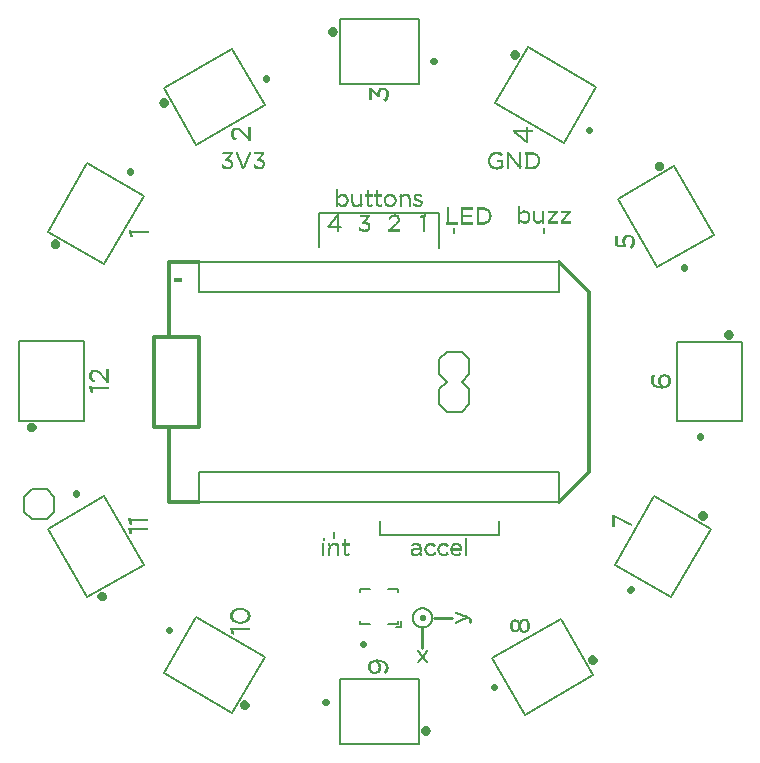
<source format=gto>
G75*
%MOIN*%
%OFA0B0*%
%FSLAX25Y25*%
%IPPOS*%
%LPD*%
%AMOC8*
5,1,8,0,0,1.08239X$1,22.5*
%
%ADD10C,0.00800*%
%ADD11C,0.01000*%
%ADD12R,0.00520X0.00026*%
%ADD13R,0.00910X0.00026*%
%ADD14R,0.01144X0.00026*%
%ADD15R,0.01352X0.00026*%
%ADD16R,0.00624X0.00026*%
%ADD17R,0.03822X0.00026*%
%ADD18R,0.01508X0.00026*%
%ADD19R,0.00598X0.00026*%
%ADD20R,0.01664X0.00026*%
%ADD21R,0.00624X0.00026*%
%ADD22R,0.03822X0.00026*%
%ADD23R,0.01794X0.00026*%
%ADD24R,0.00598X0.00026*%
%ADD25R,0.01898X0.00026*%
%ADD26R,0.02028X0.00026*%
%ADD27R,0.02132X0.00026*%
%ADD28R,0.02236X0.00026*%
%ADD29R,0.02314X0.00026*%
%ADD30R,0.02392X0.00026*%
%ADD31R,0.02470X0.00026*%
%ADD32R,0.02574X0.00026*%
%ADD33R,0.02652X0.00026*%
%ADD34R,0.02704X0.00026*%
%ADD35R,0.02756X0.00026*%
%ADD36R,0.02834X0.00026*%
%ADD37R,0.02886X0.00026*%
%ADD38R,0.02938X0.00026*%
%ADD39R,0.03016X0.00026*%
%ADD40R,0.01378X0.00026*%
%ADD41R,0.01144X0.00026*%
%ADD42R,0.03796X0.00026*%
%ADD43R,0.01248X0.00026*%
%ADD44R,0.01040X0.00026*%
%ADD45R,0.03744X0.00026*%
%ADD46R,0.01196X0.00026*%
%ADD47R,0.00988X0.00026*%
%ADD48R,0.03718X0.00026*%
%ADD49R,0.01118X0.00026*%
%ADD50R,0.00962X0.00026*%
%ADD51R,0.00832X0.00026*%
%ADD52R,0.01066X0.00026*%
%ADD53R,0.00832X0.00026*%
%ADD54R,0.01040X0.00026*%
%ADD55R,0.00858X0.00026*%
%ADD56R,0.01014X0.00026*%
%ADD57R,0.00988X0.00026*%
%ADD58R,0.00962X0.00026*%
%ADD59R,0.00780X0.00026*%
%ADD60R,0.00806X0.00026*%
%ADD61R,0.00936X0.00026*%
%ADD62R,0.00780X0.00026*%
%ADD63R,0.00806X0.00026*%
%ADD64R,0.00936X0.00026*%
%ADD65R,0.00806X0.00026*%
%ADD66R,0.00754X0.00026*%
%ADD67R,0.00806X0.00026*%
%ADD68R,0.00884X0.00026*%
%ADD69R,0.00754X0.00026*%
%ADD70R,0.00884X0.00026*%
%ADD71R,0.00728X0.00026*%
%ADD72R,0.00858X0.00026*%
%ADD73R,0.00728X0.00026*%
%ADD74R,0.00702X0.00026*%
%ADD75R,0.00702X0.00026*%
%ADD76R,0.00676X0.00026*%
%ADD77R,0.00676X0.00026*%
%ADD78R,0.00572X0.00026*%
%ADD79R,0.00650X0.00026*%
%ADD80R,0.00676X0.00026*%
%ADD81R,0.00468X0.00026*%
%ADD82R,0.00416X0.00026*%
%ADD83R,0.00650X0.00026*%
%ADD84R,0.00364X0.00026*%
%ADD85R,0.00286X0.00026*%
%ADD86R,0.00234X0.00026*%
%ADD87R,0.00182X0.00026*%
%ADD88R,0.00130X0.00026*%
%ADD89R,0.00078X0.00026*%
%ADD90R,0.00026X0.00026*%
%ADD91R,0.04342X0.00026*%
%ADD92R,0.04342X0.00026*%
%ADD93R,0.04368X0.00026*%
%ADD94R,0.04368X0.00026*%
%ADD95R,0.04394X0.00026*%
%ADD96R,0.04420X0.00026*%
%ADD97R,0.04420X0.00026*%
%ADD98R,0.04446X0.00026*%
%ADD99R,0.04446X0.00026*%
%ADD100R,0.04472X0.00026*%
%ADD101R,0.04472X0.00026*%
%ADD102R,0.04498X0.00026*%
%ADD103R,0.00676X0.00026*%
%ADD104R,0.01014X0.00026*%
%ADD105R,0.01170X0.00026*%
%ADD106R,0.01274X0.00026*%
%ADD107R,0.01430X0.00026*%
%ADD108R,0.02054X0.00026*%
%ADD109R,0.02002X0.00026*%
%ADD110R,0.01976X0.00026*%
%ADD111R,0.01924X0.00026*%
%ADD112R,0.01872X0.00026*%
%ADD113R,0.00754X0.00026*%
%ADD114R,0.01820X0.00026*%
%ADD115R,0.00728X0.00026*%
%ADD116R,0.01768X0.00026*%
%ADD117R,0.01742X0.00026*%
%ADD118R,0.01690X0.00026*%
%ADD119R,0.01638X0.00026*%
%ADD120R,0.01586X0.00026*%
%ADD121R,0.01534X0.00026*%
%ADD122R,0.01404X0.00026*%
%ADD123R,0.01300X0.00026*%
%ADD124R,0.00026X0.00026*%
%ADD125R,0.00052X0.00026*%
%ADD126R,0.00338X0.00026*%
%ADD127R,0.00416X0.00026*%
%ADD128R,0.00572X0.00026*%
%ADD129R,0.00728X0.00026*%
%ADD130R,0.00754X0.00026*%
%ADD131R,0.00234X0.00026*%
%ADD132R,0.00312X0.00026*%
%ADD133R,0.01222X0.00026*%
%ADD134R,0.00494X0.00026*%
%ADD135R,0.01222X0.00026*%
%ADD136R,0.00598X0.00026*%
%ADD137R,0.01196X0.00026*%
%ADD138R,0.01170X0.00026*%
%ADD139R,0.01118X0.00026*%
%ADD140R,0.00884X0.00026*%
%ADD141R,0.01092X0.00026*%
%ADD142R,0.01742X0.00026*%
%ADD143R,0.00910X0.00026*%
%ADD144R,0.01066X0.00026*%
%ADD145R,0.01040X0.00026*%
%ADD146R,0.01768X0.00026*%
%ADD147R,0.03380X0.00026*%
%ADD148R,0.01092X0.00026*%
%ADD149R,0.03406X0.00026*%
%ADD150R,0.03432X0.00026*%
%ADD151R,0.01794X0.00026*%
%ADD152R,0.03458X0.00026*%
%ADD153R,0.02704X0.00026*%
%ADD154R,0.03484X0.00026*%
%ADD155R,0.01690X0.00026*%
%ADD156R,0.02600X0.00026*%
%ADD157R,0.03484X0.00026*%
%ADD158R,0.01638X0.00026*%
%ADD159R,0.02548X0.00026*%
%ADD160R,0.01560X0.00026*%
%ADD161R,0.02470X0.00026*%
%ADD162R,0.01482X0.00026*%
%ADD163R,0.02418X0.00026*%
%ADD164R,0.02366X0.00026*%
%ADD165R,0.01326X0.00026*%
%ADD166R,0.02262X0.00026*%
%ADD167R,0.02210X0.00026*%
%ADD168R,0.01170X0.00026*%
%ADD169R,0.02106X0.00026*%
%ADD170R,0.01950X0.00026*%
%ADD171R,0.01820X0.00026*%
%ADD172R,0.01716X0.00026*%
%ADD173R,0.01456X0.00026*%
%ADD174R,0.00494X0.00026*%
%ADD175R,0.00546X0.00026*%
%ADD176R,0.00026X0.00416*%
%ADD177R,0.00026X0.00728*%
%ADD178R,0.00026X0.00910*%
%ADD179R,0.00026X0.01066*%
%ADD180R,0.00026X0.01222*%
%ADD181R,0.00026X0.01326*%
%ADD182R,0.00026X0.01404*%
%ADD183R,0.00026X0.01508*%
%ADD184R,0.00026X0.01560*%
%ADD185R,0.00026X0.01612*%
%ADD186R,0.00026X0.01612*%
%ADD187R,0.00026X0.01638*%
%ADD188R,0.00026X0.01638*%
%ADD189R,0.00026X0.01664*%
%ADD190R,0.00026X0.01690*%
%ADD191R,0.00026X0.01690*%
%ADD192R,0.00026X0.01716*%
%ADD193R,0.00026X0.01716*%
%ADD194R,0.00026X0.01742*%
%ADD195R,0.00026X0.00442*%
%ADD196R,0.00026X0.00884*%
%ADD197R,0.00026X0.00286*%
%ADD198R,0.00026X0.00806*%
%ADD199R,0.00026X0.00208*%
%ADD200R,0.00026X0.00780*%
%ADD201R,0.00026X0.00130*%
%ADD202R,0.00026X0.00728*%
%ADD203R,0.00026X0.00052*%
%ADD204R,0.00026X0.00728*%
%ADD205R,0.00026X0.00702*%
%ADD206R,0.00026X0.00676*%
%ADD207R,0.00026X0.00676*%
%ADD208R,0.00026X0.00650*%
%ADD209R,0.00026X0.00676*%
%ADD210R,0.00026X0.00624*%
%ADD211R,0.00026X0.00650*%
%ADD212R,0.00026X0.00624*%
%ADD213R,0.00026X0.00598*%
%ADD214R,0.00026X0.00598*%
%ADD215R,0.00026X0.00598*%
%ADD216R,0.00026X0.00598*%
%ADD217R,0.00026X0.00702*%
%ADD218R,0.00026X0.00754*%
%ADD219R,0.00026X0.00806*%
%ADD220R,0.00026X0.00858*%
%ADD221R,0.00026X0.00884*%
%ADD222R,0.00026X0.00962*%
%ADD223R,0.00026X0.00962*%
%ADD224R,0.00026X0.01014*%
%ADD225R,0.00026X0.01040*%
%ADD226R,0.00026X0.01092*%
%ADD227R,0.00026X0.01118*%
%ADD228R,0.00026X0.01118*%
%ADD229R,0.00026X0.01144*%
%ADD230R,0.00026X0.00572*%
%ADD231R,0.00026X0.00572*%
%ADD232R,0.00026X0.00546*%
%ADD233R,0.01326X0.00026*%
%ADD234R,0.01274X0.00026*%
%ADD235R,0.00884X0.00026*%
%ADD236R,0.01300X0.00026*%
%ADD237R,0.00520X0.00026*%
%ADD238R,0.00520X0.00026*%
%ADD239R,0.01508X0.00026*%
%ADD240R,0.01898X0.00026*%
%ADD241R,0.01898X0.00026*%
%ADD242R,0.02132X0.00026*%
%ADD243R,0.02314X0.00026*%
%ADD244R,0.02392X0.00026*%
%ADD245R,0.02470X0.00026*%
%ADD246R,0.02574X0.00026*%
%ADD247R,0.02704X0.00026*%
%ADD248R,0.02756X0.00026*%
%ADD249R,0.02834X0.00026*%
%ADD250R,0.02834X0.00026*%
%ADD251R,0.02938X0.00026*%
%ADD252R,0.03016X0.00026*%
%ADD253R,0.01378X0.00026*%
%ADD254R,0.01248X0.00026*%
%ADD255R,0.00962X0.00026*%
%ADD256R,0.00962X0.00026*%
%ADD257R,0.00598X0.00026*%
%ADD258R,0.00364X0.00026*%
%ADD259R,0.00234X0.00026*%
%ADD260R,0.00182X0.00026*%
%ADD261R,0.00130X0.00026*%
%ADD262R,0.00078X0.00026*%
%ADD263R,0.00026X0.00026*%
%ADD264R,0.02054X0.00026*%
%ADD265R,0.02054X0.00026*%
%ADD266R,0.02028X0.00026*%
%ADD267R,0.02002X0.00026*%
%ADD268R,0.01976X0.00026*%
%ADD269R,0.01976X0.00026*%
%ADD270R,0.01924X0.00026*%
%ADD271R,0.01898X0.00026*%
%ADD272R,0.01872X0.00026*%
%ADD273R,0.01820X0.00026*%
%ADD274R,0.01534X0.00026*%
%ADD275R,0.01534X0.00026*%
%ADD276R,0.01170X0.00026*%
%ADD277R,0.03380X0.00026*%
%ADD278R,0.03406X0.00026*%
%ADD279R,0.03432X0.00026*%
%ADD280R,0.03458X0.00026*%
%ADD281R,0.03484X0.00026*%
%ADD282R,0.03484X0.00026*%
%ADD283R,0.01742X0.00026*%
%ADD284R,0.02184X0.00026*%
%ADD285R,0.00520X0.00026*%
%ADD286R,0.02080X0.00026*%
%ADD287R,0.02548X0.00026*%
%ADD288R,0.02366X0.00026*%
%ADD289R,0.02782X0.00026*%
%ADD290R,0.02496X0.00026*%
%ADD291R,0.02860X0.00026*%
%ADD292R,0.02600X0.00026*%
%ADD293R,0.02834X0.00026*%
%ADD294R,0.03094X0.00026*%
%ADD295R,0.03146X0.00026*%
%ADD296R,0.03198X0.00026*%
%ADD297R,0.03120X0.00026*%
%ADD298R,0.03250X0.00026*%
%ADD299R,0.03198X0.00026*%
%ADD300R,0.03328X0.00026*%
%ADD301R,0.03276X0.00026*%
%ADD302R,0.03354X0.00026*%
%ADD303R,0.03536X0.00026*%
%ADD304R,0.03510X0.00026*%
%ADD305R,0.01326X0.00026*%
%ADD306R,0.01404X0.00026*%
%ADD307R,0.03588X0.00026*%
%ADD308R,0.03614X0.00026*%
%ADD309R,0.03666X0.00026*%
%ADD310R,0.03692X0.00026*%
%ADD311R,0.01092X0.00026*%
%ADD312R,0.01560X0.00026*%
%ADD313R,0.01404X0.00026*%
%ADD314R,0.02262X0.00026*%
%ADD315R,0.02262X0.00026*%
%ADD316R,0.00052X0.00026*%
%ADD317R,0.00234X0.00026*%
%ADD318R,0.00312X0.00026*%
%ADD319R,0.00442X0.00026*%
%ADD320R,0.01404X0.00026*%
%ADD321R,0.01014X0.00026*%
%ADD322R,0.01430X0.00026*%
%ADD323R,0.03640X0.00026*%
%ADD324R,0.03588X0.00026*%
%ADD325R,0.03562X0.00026*%
%ADD326R,0.03510X0.00026*%
%ADD327R,0.03328X0.00026*%
%ADD328R,0.03042X0.00026*%
%ADD329R,0.02860X0.00026*%
%ADD330R,0.03146X0.00026*%
%ADD331R,0.02444X0.00026*%
%ADD332R,0.02782X0.00026*%
%ADD333R,0.02678X0.00026*%
%ADD334R,0.02548X0.00026*%
%ADD335R,0.02184X0.00026*%
%ADD336R,0.01534X0.00026*%
%ADD337R,0.03978X0.00026*%
%ADD338R,0.02184X0.00026*%
%ADD339R,0.03692X0.00026*%
%ADD340R,0.03978X0.00026*%
%ADD341R,0.02392X0.00026*%
%ADD342R,0.03094X0.00026*%
%ADD343R,0.03250X0.00026*%
%ADD344R,0.03614X0.00026*%
%ADD345R,0.03952X0.00026*%
%ADD346R,0.03952X0.00026*%
%ADD347R,0.00442X0.00026*%
%ADD348R,0.01612X0.00026*%
%ADD349R,0.01716X0.00026*%
%ADD350R,0.01846X0.00026*%
%ADD351R,0.02080X0.00026*%
%ADD352R,0.02158X0.00026*%
%ADD353R,0.02288X0.00026*%
%ADD354R,0.02184X0.00026*%
%ADD355R,0.02444X0.00026*%
%ADD356R,0.02288X0.00026*%
%ADD357R,0.02340X0.00026*%
%ADD358R,0.02548X0.00026*%
%ADD359R,0.02418X0.00026*%
%ADD360R,0.00546X0.00026*%
%ADD361R,0.01040X0.00026*%
%ADD362R,0.01092X0.00026*%
%ADD363R,0.03302X0.00026*%
%ADD364R,0.03328X0.00026*%
%ADD365R,0.02522X0.00026*%
%ADD366R,0.03328X0.00026*%
%ADD367R,0.02340X0.00026*%
%ADD368R,0.01742X0.00026*%
%ADD369R,0.00390X0.00026*%
%ADD370R,0.00442X0.00026*%
%ADD371R,0.01248X0.00026*%
%ADD372R,0.01248X0.00026*%
%ADD373R,0.01664X0.00026*%
%ADD374R,0.01612X0.00026*%
%ADD375R,0.02340X0.00026*%
%ADD376R,0.02392X0.00026*%
%ADD377R,0.02626X0.00026*%
%ADD378R,0.02730X0.00026*%
%ADD379R,0.00260X0.00026*%
%ADD380R,0.00104X0.00026*%
%ADD381R,0.00468X0.00026*%
%ADD382R,0.00390X0.00026*%
%ADD383R,0.00338X0.00026*%
%ADD384R,0.00208X0.00026*%
%ADD385R,0.00156X0.00026*%
%ADD386R,0.00078X0.00026*%
%ADD387R,0.00078X0.00026*%
%ADD388R,0.03224X0.00026*%
%ADD389R,0.03172X0.00026*%
%ADD390R,0.03068X0.00026*%
%ADD391R,0.02990X0.00026*%
%ADD392R,0.03770X0.00026*%
%ADD393R,0.03770X0.00026*%
%ADD394R,0.01612X0.00026*%
%ADD395R,0.00104X0.00026*%
%ADD396R,0.02340X0.00026*%
%ADD397R,0.02730X0.00026*%
%ADD398R,0.02626X0.00026*%
%ADD399R,0.02626X0.00026*%
%ADD400R,0.02158X0.00026*%
%ADD401R,0.02704X0.00026*%
%ADD402R,0.02470X0.00026*%
%ADD403R,0.02106X0.00026*%
%ADD404R,0.01976X0.00026*%
%ADD405R,0.02626X0.00026*%
%ADD406R,0.02262X0.00026*%
%ADD407R,0.02106X0.00026*%
%ADD408R,0.01456X0.00026*%
%ADD409R,0.01456X0.00026*%
%ADD410R,0.01690X0.00026*%
%ADD411R,0.01664X0.00026*%
%ADD412R,0.00364X0.00026*%
%ADD413R,0.00104X0.00026*%
%ADD414R,0.00156X0.00026*%
%ADD415R,0.00026X0.00026*%
%ADD416R,0.01482X0.00026*%
%ADD417R,0.01612X0.00026*%
%ADD418R,0.00312X0.00026*%
%ADD419R,0.02808X0.00026*%
%ADD420R,0.02496X0.00026*%
%ADD421R,0.02054X0.00026*%
%ADD422R,0.01586X0.00026*%
%ADD423R,0.01378X0.00026*%
%ADD424R,0.00030X0.00600*%
%ADD425R,0.00030X0.00570*%
%ADD426R,0.00030X0.00960*%
%ADD427R,0.00030X0.00930*%
%ADD428R,0.00030X0.01260*%
%ADD429R,0.00030X0.01230*%
%ADD430R,0.00030X0.01470*%
%ADD431R,0.00030X0.01410*%
%ADD432R,0.00030X0.01650*%
%ADD433R,0.00030X0.00720*%
%ADD434R,0.00030X0.01620*%
%ADD435R,0.00030X0.00720*%
%ADD436R,0.00030X0.04410*%
%ADD437R,0.00030X0.01830*%
%ADD438R,0.00030X0.01770*%
%ADD439R,0.00030X0.01950*%
%ADD440R,0.00030X0.01920*%
%ADD441R,0.00030X0.02100*%
%ADD442R,0.00030X0.02040*%
%ADD443R,0.00030X0.02250*%
%ADD444R,0.00030X0.02190*%
%ADD445R,0.00030X0.02340*%
%ADD446R,0.00030X0.02310*%
%ADD447R,0.00030X0.02460*%
%ADD448R,0.00030X0.02400*%
%ADD449R,0.00030X0.02580*%
%ADD450R,0.00030X0.02490*%
%ADD451R,0.00030X0.02670*%
%ADD452R,0.00030X0.02610*%
%ADD453R,0.00030X0.02760*%
%ADD454R,0.00030X0.02700*%
%ADD455R,0.00030X0.02850*%
%ADD456R,0.00030X0.02790*%
%ADD457R,0.00030X0.02940*%
%ADD458R,0.00030X0.03030*%
%ADD459R,0.00030X0.02940*%
%ADD460R,0.00030X0.03090*%
%ADD461R,0.00030X0.03180*%
%ADD462R,0.00030X0.03240*%
%ADD463R,0.00030X0.03150*%
%ADD464R,0.00030X0.03330*%
%ADD465R,0.00030X0.03210*%
%ADD466R,0.00030X0.03390*%
%ADD467R,0.00030X0.03300*%
%ADD468R,0.00030X0.01530*%
%ADD469R,0.00030X0.01350*%
%ADD470R,0.00030X0.01380*%
%ADD471R,0.00030X0.01290*%
%ADD472R,0.00030X0.04380*%
%ADD473R,0.00030X0.01200*%
%ADD474R,0.00030X0.04320*%
%ADD475R,0.00030X0.01290*%
%ADD476R,0.00030X0.01110*%
%ADD477R,0.00030X0.01170*%
%ADD478R,0.00030X0.04290*%
%ADD479R,0.00030X0.01080*%
%ADD480R,0.00030X0.01140*%
%ADD481R,0.00030X0.01050*%
%ADD482R,0.00030X0.01020*%
%ADD483R,0.00030X0.01020*%
%ADD484R,0.00030X0.00990*%
%ADD485R,0.00030X0.00870*%
%ADD486R,0.00030X0.00810*%
%ADD487R,0.00030X0.00990*%
%ADD488R,0.00030X0.00660*%
%ADD489R,0.00030X0.00900*%
%ADD490R,0.00030X0.00510*%
%ADD491R,0.00030X0.00450*%
%ADD492R,0.00030X0.00870*%
%ADD493R,0.00030X0.00420*%
%ADD494R,0.00030X0.00330*%
%ADD495R,0.00030X0.00840*%
%ADD496R,0.00030X0.00270*%
%ADD497R,0.00030X0.00840*%
%ADD498R,0.00030X0.00210*%
%ADD499R,0.00030X0.00150*%
%ADD500R,0.00030X0.00090*%
%ADD501R,0.00030X0.00030*%
%ADD502R,0.00030X0.00780*%
%ADD503R,0.00030X0.00750*%
%ADD504R,0.00030X0.00690*%
%ADD505R,0.00030X0.00690*%
%ADD506R,0.00030X0.01590*%
%ADD507R,0.00030X0.01890*%
%ADD508R,0.00030X0.02040*%
%ADD509R,0.00030X0.02160*%
%ADD510R,0.00030X0.02520*%
%ADD511R,0.00030X0.02730*%
%ADD512R,0.00030X0.02910*%
%ADD513R,0.00030X0.02970*%
%ADD514R,0.00030X0.01470*%
%ADD515R,0.00030X0.01140*%
%ADD516R,0.00030X0.01320*%
%ADD517R,0.00030X0.00630*%
%ADD518R,0.00030X0.01320*%
%ADD519R,0.00030X0.01170*%
%ADD520R,0.00030X0.00060*%
%ADD521R,0.00030X0.00390*%
%ADD522R,0.00030X0.00480*%
%ADD523R,0.00030X0.00540*%
%ADD524R,0.00030X0.00270*%
%ADD525R,0.00030X0.00360*%
%ADD526R,0.00030X0.00570*%
%ADD527R,0.00030X0.02010*%
%ADD528R,0.00030X0.02070*%
%ADD529R,0.00030X0.03270*%
%ADD530R,0.00030X0.02070*%
%ADD531R,0.00030X0.03270*%
%ADD532R,0.00030X0.03120*%
%ADD533R,0.00030X0.03060*%
%ADD534R,0.00030X0.03000*%
%ADD535R,0.00030X0.01890*%
%ADD536R,0.00030X0.01800*%
%ADD537R,0.00030X0.01710*%
%ADD538R,0.00030X0.01620*%
%ADD539R,0.00030X0.02670*%
%ADD540R,0.00030X0.01440*%
%ADD541R,0.00030X0.02550*%
%ADD542R,0.00030X0.02430*%
%ADD543R,0.00030X0.02370*%
%ADD544R,0.00030X0.02370*%
%ADD545R,0.00030X0.02280*%
%ADD546R,0.00030X0.02130*%
%ADD547R,0.00030X0.01980*%
%ADD548R,0.00030X0.01860*%
%ADD549R,0.00030X0.01680*%
%ADD550R,0.00030X0.01590*%
%ADD551R,0.00030X0.01500*%
%ADD552R,0.00030X0.01560*%
%ADD553R,0.00030X0.01740*%
%ADD554R,0.00030X0.01920*%
%ADD555R,0.00030X0.02340*%
%ADD556R,0.00030X0.02880*%
%ADD557R,0.00030X0.02970*%
%ADD558R,0.00030X0.03450*%
%ADD559R,0.00030X0.03360*%
%ADD560R,0.00030X0.03510*%
%ADD561R,0.00030X0.03390*%
%ADD562R,0.00030X0.03570*%
%ADD563R,0.00030X0.03480*%
%ADD564R,0.00030X0.03630*%
%ADD565R,0.00030X0.04320*%
%ADD566R,0.00030X0.00300*%
%ADD567R,0.00030X0.00240*%
%ADD568R,0.00030X0.00180*%
%ADD569R,0.00030X0.00120*%
%ADD570R,0.00030X0.05010*%
%ADD571R,0.00030X0.05040*%
%ADD572R,0.00030X0.05070*%
%ADD573R,0.00030X0.05100*%
%ADD574R,0.00030X0.05130*%
%ADD575R,0.00030X0.05160*%
%ADD576R,0.00030X0.05190*%
%ADD577R,0.00030X0.02220*%
%ADD578R,0.00030X0.03540*%
%ADD579R,0.00030X0.03090*%
%ADD580R,0.00030X0.03420*%
%ADD581R,0.00030X0.01770*%
%ADD582R,0.00030X0.03120*%
%ADD583R,0.00030X0.00390*%
%ADD584R,0.00030X0.00420*%
%ADD585R,0.00030X0.03660*%
%ADD586R,0.00030X0.04230*%
%ADD587R,0.00030X0.03900*%
%ADD588R,0.00030X0.03930*%
%ADD589R,0.00030X0.04260*%
%ADD590R,0.00030X0.03960*%
%ADD591R,0.00030X0.03990*%
%ADD592R,0.00030X0.04020*%
%ADD593R,0.00030X0.01440*%
%ADD594R,0.00030X0.02640*%
%ADD595C,0.00500*%
%ADD596C,0.02000*%
%ADD597C,0.02200*%
%ADD598R,0.03000X0.01800*%
%ADD599C,0.01200*%
D10*
X0020600Y0085500D02*
X0025600Y0085500D01*
X0028100Y0088000D01*
X0028100Y0093000D01*
X0025600Y0095500D01*
X0020600Y0095500D01*
X0018100Y0093000D01*
X0018100Y0088000D01*
X0020600Y0085500D01*
X0076400Y0091400D02*
X0076400Y0101400D01*
X0196400Y0101400D01*
X0196400Y0091400D01*
X0076400Y0091400D01*
X0121400Y0081400D02*
X0121400Y0079100D01*
X0136500Y0080100D02*
X0176400Y0080100D01*
X0176400Y0084800D01*
X0147600Y0052700D02*
X0147602Y0052813D01*
X0147608Y0052926D01*
X0147618Y0053038D01*
X0147632Y0053150D01*
X0147650Y0053262D01*
X0147672Y0053373D01*
X0147697Y0053483D01*
X0147727Y0053592D01*
X0147760Y0053700D01*
X0147797Y0053806D01*
X0147838Y0053912D01*
X0147883Y0054015D01*
X0147931Y0054117D01*
X0147983Y0054218D01*
X0148038Y0054316D01*
X0148097Y0054413D01*
X0148159Y0054507D01*
X0148224Y0054599D01*
X0148293Y0054689D01*
X0148365Y0054776D01*
X0148440Y0054861D01*
X0148517Y0054943D01*
X0148598Y0055022D01*
X0148681Y0055098D01*
X0148767Y0055171D01*
X0148856Y0055242D01*
X0148947Y0055309D01*
X0149040Y0055372D01*
X0149135Y0055433D01*
X0149233Y0055490D01*
X0149332Y0055543D01*
X0149433Y0055594D01*
X0149536Y0055640D01*
X0149641Y0055683D01*
X0149747Y0055722D01*
X0149854Y0055757D01*
X0149963Y0055789D01*
X0150072Y0055816D01*
X0150183Y0055840D01*
X0150294Y0055860D01*
X0150406Y0055876D01*
X0150518Y0055888D01*
X0150631Y0055896D01*
X0150744Y0055900D01*
X0150856Y0055900D01*
X0150969Y0055896D01*
X0151082Y0055888D01*
X0151194Y0055876D01*
X0151306Y0055860D01*
X0151417Y0055840D01*
X0151528Y0055816D01*
X0151637Y0055789D01*
X0151746Y0055757D01*
X0151853Y0055722D01*
X0151959Y0055683D01*
X0152064Y0055640D01*
X0152167Y0055594D01*
X0152268Y0055543D01*
X0152367Y0055490D01*
X0152465Y0055433D01*
X0152560Y0055372D01*
X0152653Y0055309D01*
X0152744Y0055242D01*
X0152833Y0055171D01*
X0152919Y0055098D01*
X0153002Y0055022D01*
X0153083Y0054943D01*
X0153160Y0054861D01*
X0153235Y0054776D01*
X0153307Y0054689D01*
X0153376Y0054599D01*
X0153441Y0054507D01*
X0153503Y0054413D01*
X0153562Y0054316D01*
X0153617Y0054218D01*
X0153669Y0054117D01*
X0153717Y0054015D01*
X0153762Y0053912D01*
X0153803Y0053806D01*
X0153840Y0053700D01*
X0153873Y0053592D01*
X0153903Y0053483D01*
X0153928Y0053373D01*
X0153950Y0053262D01*
X0153968Y0053150D01*
X0153982Y0053038D01*
X0153992Y0052926D01*
X0153998Y0052813D01*
X0154000Y0052700D01*
X0153998Y0052587D01*
X0153992Y0052474D01*
X0153982Y0052362D01*
X0153968Y0052250D01*
X0153950Y0052138D01*
X0153928Y0052027D01*
X0153903Y0051917D01*
X0153873Y0051808D01*
X0153840Y0051700D01*
X0153803Y0051594D01*
X0153762Y0051488D01*
X0153717Y0051385D01*
X0153669Y0051283D01*
X0153617Y0051182D01*
X0153562Y0051084D01*
X0153503Y0050987D01*
X0153441Y0050893D01*
X0153376Y0050801D01*
X0153307Y0050711D01*
X0153235Y0050624D01*
X0153160Y0050539D01*
X0153083Y0050457D01*
X0153002Y0050378D01*
X0152919Y0050302D01*
X0152833Y0050229D01*
X0152744Y0050158D01*
X0152653Y0050091D01*
X0152560Y0050028D01*
X0152465Y0049967D01*
X0152367Y0049910D01*
X0152268Y0049857D01*
X0152167Y0049806D01*
X0152064Y0049760D01*
X0151959Y0049717D01*
X0151853Y0049678D01*
X0151746Y0049643D01*
X0151637Y0049611D01*
X0151528Y0049584D01*
X0151417Y0049560D01*
X0151306Y0049540D01*
X0151194Y0049524D01*
X0151082Y0049512D01*
X0150969Y0049504D01*
X0150856Y0049500D01*
X0150744Y0049500D01*
X0150631Y0049504D01*
X0150518Y0049512D01*
X0150406Y0049524D01*
X0150294Y0049540D01*
X0150183Y0049560D01*
X0150072Y0049584D01*
X0149963Y0049611D01*
X0149854Y0049643D01*
X0149747Y0049678D01*
X0149641Y0049717D01*
X0149536Y0049760D01*
X0149433Y0049806D01*
X0149332Y0049857D01*
X0149233Y0049910D01*
X0149135Y0049967D01*
X0149040Y0050028D01*
X0148947Y0050091D01*
X0148856Y0050158D01*
X0148767Y0050229D01*
X0148681Y0050302D01*
X0148598Y0050378D01*
X0148517Y0050457D01*
X0148440Y0050539D01*
X0148365Y0050624D01*
X0148293Y0050711D01*
X0148224Y0050801D01*
X0148159Y0050893D01*
X0148097Y0050987D01*
X0148038Y0051084D01*
X0147983Y0051182D01*
X0147931Y0051283D01*
X0147883Y0051385D01*
X0147838Y0051488D01*
X0147797Y0051594D01*
X0147760Y0051700D01*
X0147727Y0051808D01*
X0147697Y0051917D01*
X0147672Y0052027D01*
X0147650Y0052138D01*
X0147632Y0052250D01*
X0147618Y0052362D01*
X0147608Y0052474D01*
X0147602Y0052587D01*
X0147600Y0052700D01*
X0136500Y0080100D02*
X0136500Y0084800D01*
X0158900Y0121400D02*
X0156400Y0123900D01*
X0156400Y0128900D01*
X0158900Y0131400D01*
X0156400Y0133900D01*
X0156400Y0138900D01*
X0158900Y0141400D01*
X0163900Y0141400D01*
X0166400Y0138900D01*
X0166400Y0133900D01*
X0163900Y0131400D01*
X0166400Y0128900D01*
X0166400Y0123900D01*
X0163900Y0121400D01*
X0158900Y0121400D01*
X0196400Y0161400D02*
X0076400Y0161400D01*
X0076400Y0171400D01*
X0196400Y0171400D01*
X0196400Y0161400D01*
X0191400Y0180900D02*
X0191400Y0182600D01*
X0161400Y0182600D02*
X0161400Y0180900D01*
X0156300Y0175900D02*
X0156300Y0187600D01*
X0116400Y0187600D01*
X0116400Y0176100D01*
D11*
X0150217Y0052700D02*
X0150219Y0052748D01*
X0150225Y0052796D01*
X0150235Y0052843D01*
X0150249Y0052889D01*
X0150266Y0052934D01*
X0150287Y0052977D01*
X0150312Y0053019D01*
X0150340Y0053058D01*
X0150371Y0053095D01*
X0150405Y0053129D01*
X0150442Y0053160D01*
X0150481Y0053188D01*
X0150523Y0053213D01*
X0150566Y0053234D01*
X0150611Y0053251D01*
X0150657Y0053265D01*
X0150704Y0053275D01*
X0150752Y0053281D01*
X0150800Y0053283D01*
X0150848Y0053281D01*
X0150896Y0053275D01*
X0150943Y0053265D01*
X0150989Y0053251D01*
X0151034Y0053234D01*
X0151077Y0053213D01*
X0151119Y0053188D01*
X0151158Y0053160D01*
X0151195Y0053129D01*
X0151229Y0053095D01*
X0151260Y0053058D01*
X0151288Y0053019D01*
X0151313Y0052977D01*
X0151334Y0052934D01*
X0151351Y0052889D01*
X0151365Y0052843D01*
X0151375Y0052796D01*
X0151381Y0052748D01*
X0151383Y0052700D01*
X0151381Y0052652D01*
X0151375Y0052604D01*
X0151365Y0052557D01*
X0151351Y0052511D01*
X0151334Y0052466D01*
X0151313Y0052423D01*
X0151288Y0052381D01*
X0151260Y0052342D01*
X0151229Y0052305D01*
X0151195Y0052271D01*
X0151158Y0052240D01*
X0151119Y0052212D01*
X0151077Y0052187D01*
X0151034Y0052166D01*
X0150989Y0052149D01*
X0150943Y0052135D01*
X0150896Y0052125D01*
X0150848Y0052119D01*
X0150800Y0052117D01*
X0150752Y0052119D01*
X0150704Y0052125D01*
X0150657Y0052135D01*
X0150611Y0052149D01*
X0150566Y0052166D01*
X0150523Y0052187D01*
X0150481Y0052212D01*
X0150442Y0052240D01*
X0150405Y0052271D01*
X0150371Y0052305D01*
X0150340Y0052342D01*
X0150312Y0052381D01*
X0150287Y0052423D01*
X0150266Y0052466D01*
X0150249Y0052511D01*
X0150235Y0052557D01*
X0150225Y0052604D01*
X0150219Y0052652D01*
X0150217Y0052700D01*
X0154500Y0052700D02*
X0160700Y0052700D01*
X0150800Y0049200D02*
X0150800Y0042700D01*
D12*
X0159121Y0074024D03*
X0131547Y0181180D03*
X0129961Y0182298D03*
X0129785Y0190228D03*
X0139967Y0185574D03*
X0150325Y0193010D03*
X0177049Y0206766D03*
X0190385Y0184708D03*
D13*
X0190840Y0184916D03*
X0188448Y0184656D03*
X0183118Y0185072D03*
X0183118Y0185098D03*
X0183118Y0187074D03*
X0172708Y0188222D03*
X0172682Y0188248D03*
X0172708Y0184660D03*
X0172682Y0184634D03*
X0173838Y0202944D03*
X0173916Y0206844D03*
X0183224Y0202684D03*
X0188892Y0203074D03*
X0188918Y0206662D03*
X0188892Y0206688D03*
X0150234Y0191216D03*
X0143734Y0192776D03*
X0141212Y0192984D03*
X0141186Y0190176D03*
X0136532Y0189578D03*
X0133386Y0189578D03*
X0127848Y0190176D03*
X0122518Y0190592D03*
X0122518Y0192594D03*
X0122518Y0192620D03*
X0122376Y0186328D03*
X0130078Y0182038D03*
X0131534Y0181206D03*
X0132626Y0181856D03*
X0132678Y0183676D03*
X0140396Y0186120D03*
X0142528Y0186120D03*
X0097518Y0202776D03*
X0096426Y0202126D03*
X0094970Y0202958D03*
X0086884Y0202776D03*
X0085792Y0202126D03*
X0084336Y0202958D03*
X0119972Y0076416D03*
X0122338Y0076676D03*
X0147564Y0073738D03*
X0150008Y0073998D03*
X0152478Y0073816D03*
X0152504Y0076676D03*
X0156820Y0076676D03*
X0156794Y0073816D03*
X0150836Y0039628D03*
X0150836Y0039342D03*
D14*
X0154389Y0073686D03*
X0158705Y0073686D03*
X0131521Y0181232D03*
X0128693Y0189604D03*
X0124221Y0189604D03*
X0142307Y0186250D03*
X0179649Y0206896D03*
X0183107Y0202996D03*
X0188567Y0206896D03*
X0091109Y0202854D03*
D15*
X0096413Y0202178D03*
X0085779Y0202178D03*
X0131521Y0181258D03*
X0148869Y0191892D03*
X0149883Y0191398D03*
X0179753Y0206610D03*
X0148435Y0073270D03*
D16*
X0147239Y0074206D03*
X0147213Y0074284D03*
X0147213Y0074310D03*
X0147213Y0074362D03*
X0147213Y0074388D03*
X0147213Y0074440D03*
X0147213Y0074466D03*
X0147213Y0074492D03*
X0147213Y0074544D03*
X0147213Y0074570D03*
X0147239Y0074622D03*
X0147239Y0074648D03*
X0147239Y0074674D03*
X0147265Y0074752D03*
X0150151Y0074492D03*
X0150151Y0074466D03*
X0150151Y0074440D03*
X0150125Y0076052D03*
X0150125Y0076078D03*
X0150099Y0076130D03*
X0150099Y0076156D03*
X0151841Y0075688D03*
X0151841Y0075662D03*
X0151867Y0075740D03*
X0151867Y0075766D03*
X0151867Y0075792D03*
X0151893Y0075844D03*
X0151893Y0075870D03*
X0151919Y0075922D03*
X0151815Y0075584D03*
X0151815Y0075558D03*
X0151815Y0075506D03*
X0151815Y0075480D03*
X0151789Y0075402D03*
X0151789Y0075376D03*
X0151789Y0075324D03*
X0151789Y0075298D03*
X0151789Y0075272D03*
X0151789Y0075220D03*
X0151789Y0075194D03*
X0151789Y0075142D03*
X0151789Y0075116D03*
X0151789Y0075090D03*
X0151789Y0075038D03*
X0151815Y0074960D03*
X0151815Y0074934D03*
X0151815Y0074908D03*
X0151815Y0074856D03*
X0151841Y0074830D03*
X0151841Y0074778D03*
X0151841Y0074752D03*
X0151867Y0074674D03*
X0154805Y0073972D03*
X0156183Y0074674D03*
X0156157Y0074752D03*
X0156157Y0074778D03*
X0156157Y0074830D03*
X0156131Y0074856D03*
X0156131Y0074908D03*
X0156131Y0074934D03*
X0156131Y0074960D03*
X0156105Y0075038D03*
X0156105Y0075090D03*
X0156105Y0075116D03*
X0156105Y0075142D03*
X0156105Y0075194D03*
X0156105Y0075220D03*
X0156105Y0075272D03*
X0156105Y0075298D03*
X0156105Y0075324D03*
X0156105Y0075376D03*
X0156105Y0075402D03*
X0156131Y0075480D03*
X0156131Y0075506D03*
X0156131Y0075558D03*
X0156131Y0075584D03*
X0156157Y0075662D03*
X0156157Y0075688D03*
X0156183Y0075740D03*
X0156183Y0075766D03*
X0156183Y0075792D03*
X0156209Y0075844D03*
X0156209Y0075870D03*
X0156235Y0075922D03*
X0159121Y0073972D03*
X0160577Y0074466D03*
X0160577Y0074492D03*
X0160551Y0074544D03*
X0160551Y0074570D03*
X0160525Y0074622D03*
X0160525Y0074648D03*
X0160499Y0074726D03*
X0160499Y0074752D03*
X0160473Y0074856D03*
X0160629Y0074362D03*
X0160655Y0074310D03*
X0160473Y0075610D03*
X0160499Y0075740D03*
X0160499Y0075766D03*
X0160525Y0075844D03*
X0160525Y0075870D03*
X0160551Y0075922D03*
X0160551Y0075948D03*
X0160577Y0075974D03*
X0160577Y0076026D03*
X0160603Y0076052D03*
X0160603Y0076078D03*
X0160629Y0076130D03*
X0163463Y0076156D03*
X0163489Y0076078D03*
X0163515Y0076052D03*
X0163515Y0076026D03*
X0163541Y0075974D03*
X0163541Y0075948D03*
X0163567Y0075870D03*
X0163593Y0075766D03*
X0124873Y0074076D03*
X0124847Y0074102D03*
X0124847Y0074128D03*
X0124847Y0074180D03*
X0124873Y0074024D03*
X0122715Y0075844D03*
X0122715Y0075870D03*
X0122715Y0075922D03*
X0122715Y0075948D03*
X0122689Y0075974D03*
X0122689Y0076026D03*
X0122689Y0076052D03*
X0119829Y0075870D03*
X0119829Y0075844D03*
X0119829Y0075792D03*
X0119829Y0075766D03*
X0151477Y0181284D03*
X0151477Y0181310D03*
X0151477Y0181362D03*
X0151477Y0181388D03*
X0151477Y0181440D03*
X0151477Y0181466D03*
X0151477Y0181492D03*
X0151477Y0181544D03*
X0151477Y0181570D03*
X0151477Y0181622D03*
X0151477Y0181648D03*
X0151477Y0181674D03*
X0151477Y0181726D03*
X0151477Y0181752D03*
X0151477Y0181778D03*
X0151477Y0181830D03*
X0151477Y0181856D03*
X0151477Y0181908D03*
X0151477Y0181934D03*
X0151477Y0181960D03*
X0151477Y0182012D03*
X0151477Y0182038D03*
X0151477Y0182090D03*
X0151477Y0182116D03*
X0151477Y0182142D03*
X0151477Y0182194D03*
X0151477Y0182220D03*
X0151477Y0182272D03*
X0151477Y0182298D03*
X0151477Y0182324D03*
X0151477Y0182376D03*
X0151477Y0182402D03*
X0151477Y0182428D03*
X0151477Y0182480D03*
X0151477Y0182506D03*
X0151477Y0182558D03*
X0151477Y0182584D03*
X0151477Y0182610D03*
X0151477Y0182662D03*
X0151477Y0182688D03*
X0151477Y0182740D03*
X0151477Y0182766D03*
X0151477Y0182792D03*
X0151477Y0182844D03*
X0151477Y0182870D03*
X0151477Y0182922D03*
X0151477Y0182948D03*
X0151477Y0182974D03*
X0151477Y0183026D03*
X0151477Y0183052D03*
X0151477Y0183078D03*
X0151477Y0183130D03*
X0151477Y0183156D03*
X0151477Y0183208D03*
X0151477Y0183234D03*
X0151477Y0183260D03*
X0151477Y0183312D03*
X0151477Y0183338D03*
X0151477Y0183390D03*
X0151477Y0183416D03*
X0151477Y0183442D03*
X0151477Y0183494D03*
X0151477Y0183520D03*
X0151477Y0183572D03*
X0151477Y0183598D03*
X0151477Y0183624D03*
X0151477Y0183676D03*
X0151477Y0183702D03*
X0151477Y0183728D03*
X0151477Y0183780D03*
X0151477Y0183806D03*
X0151477Y0183858D03*
X0151477Y0183884D03*
X0151477Y0183910D03*
X0151477Y0183962D03*
X0151477Y0183988D03*
X0151477Y0184040D03*
X0151477Y0184066D03*
X0151477Y0184092D03*
X0151477Y0184144D03*
X0151477Y0184170D03*
X0151477Y0184222D03*
X0151477Y0184248D03*
X0151477Y0184274D03*
X0151477Y0184326D03*
X0151477Y0184352D03*
X0151477Y0184378D03*
X0151477Y0184430D03*
X0151477Y0184456D03*
X0151477Y0184508D03*
X0151477Y0184534D03*
X0151477Y0184560D03*
X0151477Y0184612D03*
X0151477Y0184638D03*
X0151477Y0184690D03*
X0151477Y0184716D03*
X0151477Y0184742D03*
X0151477Y0184794D03*
X0151477Y0184820D03*
X0151477Y0184872D03*
X0151477Y0184898D03*
X0151477Y0184924D03*
X0151477Y0184976D03*
X0151477Y0185002D03*
X0151477Y0185028D03*
X0151477Y0185080D03*
X0151477Y0185106D03*
X0151477Y0185158D03*
X0151477Y0185184D03*
X0151477Y0185210D03*
X0151477Y0185262D03*
X0151477Y0185288D03*
X0151477Y0185340D03*
X0151477Y0185366D03*
X0151477Y0185392D03*
X0151477Y0185444D03*
X0151477Y0185470D03*
X0151477Y0185522D03*
X0151477Y0185548D03*
X0151477Y0185574D03*
X0151477Y0185626D03*
X0151477Y0185652D03*
X0151477Y0185678D03*
X0151477Y0185730D03*
X0151477Y0185756D03*
X0151477Y0185808D03*
X0151477Y0185834D03*
X0151477Y0185860D03*
X0151477Y0185912D03*
X0151477Y0185938D03*
X0151477Y0185990D03*
X0151477Y0186016D03*
X0151477Y0186042D03*
X0151477Y0186094D03*
X0151477Y0186120D03*
X0150429Y0190280D03*
X0150429Y0190306D03*
X0150507Y0190878D03*
X0150481Y0190930D03*
X0148271Y0192360D03*
X0148245Y0192412D03*
X0148297Y0192906D03*
X0148323Y0192958D03*
X0146451Y0192412D03*
X0146451Y0192360D03*
X0146451Y0192334D03*
X0146477Y0192308D03*
X0146477Y0192256D03*
X0146477Y0192230D03*
X0146477Y0192178D03*
X0143591Y0192178D03*
X0143591Y0192152D03*
X0143591Y0192126D03*
X0143591Y0192230D03*
X0141849Y0191944D03*
X0141849Y0191892D03*
X0141849Y0191866D03*
X0141849Y0191840D03*
X0141875Y0191788D03*
X0141875Y0191762D03*
X0141875Y0191710D03*
X0141875Y0191684D03*
X0141875Y0191658D03*
X0141875Y0191606D03*
X0141875Y0191580D03*
X0141875Y0191528D03*
X0141875Y0191502D03*
X0141875Y0191476D03*
X0141875Y0191424D03*
X0141849Y0191320D03*
X0141849Y0191294D03*
X0141849Y0191242D03*
X0141849Y0191216D03*
X0141823Y0191190D03*
X0141823Y0191138D03*
X0141823Y0191112D03*
X0141797Y0191060D03*
X0141797Y0191034D03*
X0141771Y0190956D03*
X0141823Y0192022D03*
X0141823Y0192048D03*
X0141797Y0192126D03*
X0138391Y0192230D03*
X0138365Y0192152D03*
X0138365Y0192126D03*
X0138339Y0192074D03*
X0138339Y0192048D03*
X0138339Y0192022D03*
X0138313Y0191944D03*
X0138313Y0191892D03*
X0138313Y0191866D03*
X0138313Y0191840D03*
X0138287Y0191762D03*
X0138287Y0191710D03*
X0138287Y0191684D03*
X0138287Y0191658D03*
X0138287Y0191606D03*
X0138287Y0191580D03*
X0138287Y0191528D03*
X0138287Y0191502D03*
X0138287Y0191476D03*
X0138287Y0191424D03*
X0138287Y0191398D03*
X0138313Y0191320D03*
X0138313Y0191294D03*
X0138313Y0191242D03*
X0138313Y0191216D03*
X0138339Y0191190D03*
X0138339Y0191138D03*
X0138339Y0191112D03*
X0138365Y0191060D03*
X0138365Y0191034D03*
X0135713Y0190540D03*
X0135713Y0190488D03*
X0135713Y0190462D03*
X0135739Y0190410D03*
X0135739Y0190384D03*
X0132593Y0190384D03*
X0132593Y0190410D03*
X0132567Y0190462D03*
X0132567Y0190488D03*
X0132567Y0190540D03*
X0130383Y0191008D03*
X0130383Y0191034D03*
X0130383Y0191060D03*
X0127497Y0190878D03*
X0127497Y0190852D03*
X0127497Y0190826D03*
X0127471Y0190930D03*
X0127471Y0190956D03*
X0127471Y0191008D03*
X0127471Y0191034D03*
X0125807Y0191216D03*
X0125807Y0191242D03*
X0125807Y0191294D03*
X0125807Y0191320D03*
X0125833Y0191424D03*
X0125833Y0191476D03*
X0125833Y0191502D03*
X0125833Y0191528D03*
X0125833Y0191580D03*
X0125833Y0191606D03*
X0125833Y0191658D03*
X0125833Y0191684D03*
X0125833Y0191710D03*
X0125833Y0191762D03*
X0125833Y0191788D03*
X0125807Y0191866D03*
X0125807Y0191892D03*
X0125807Y0191944D03*
X0125807Y0191970D03*
X0125781Y0192048D03*
X0125781Y0192074D03*
X0125755Y0192178D03*
X0125781Y0191138D03*
X0125781Y0191112D03*
X0125755Y0191060D03*
X0125755Y0191034D03*
X0125755Y0191008D03*
X0125729Y0190930D03*
X0123025Y0190280D03*
X0122375Y0191190D03*
X0122375Y0191216D03*
X0122375Y0191242D03*
X0122375Y0191970D03*
X0122375Y0192022D03*
X0122375Y0192048D03*
X0123077Y0192958D03*
X0123103Y0192984D03*
X0122519Y0186692D03*
X0122519Y0186666D03*
X0133055Y0183078D03*
X0133055Y0183052D03*
X0133055Y0183026D03*
X0133081Y0182974D03*
X0133081Y0182948D03*
X0133081Y0182922D03*
X0133081Y0182870D03*
X0133081Y0182844D03*
X0133081Y0182792D03*
X0133081Y0182766D03*
X0133081Y0182740D03*
X0133081Y0182688D03*
X0133081Y0182662D03*
X0133055Y0182610D03*
X0133055Y0182584D03*
X0133055Y0182558D03*
X0133055Y0182506D03*
X0133029Y0182428D03*
X0133003Y0182376D03*
X0139941Y0185626D03*
X0142905Y0185028D03*
X0159279Y0185024D03*
X0159279Y0184998D03*
X0159279Y0184972D03*
X0159279Y0184920D03*
X0159279Y0184894D03*
X0159279Y0184842D03*
X0159279Y0184816D03*
X0159279Y0184790D03*
X0159279Y0184738D03*
X0159279Y0184712D03*
X0159279Y0184660D03*
X0159279Y0184634D03*
X0159279Y0184608D03*
X0159279Y0184556D03*
X0159279Y0184530D03*
X0159279Y0184478D03*
X0159279Y0184452D03*
X0159279Y0184426D03*
X0159279Y0184374D03*
X0159279Y0184348D03*
X0159279Y0184322D03*
X0159279Y0185076D03*
X0159279Y0185102D03*
X0159279Y0185128D03*
X0159279Y0185180D03*
X0159279Y0185206D03*
X0159279Y0185258D03*
X0159279Y0185284D03*
X0159279Y0185310D03*
X0159279Y0185362D03*
X0159279Y0185388D03*
X0159279Y0185440D03*
X0159279Y0185466D03*
X0159279Y0185492D03*
X0159279Y0185544D03*
X0159279Y0185570D03*
X0159279Y0185622D03*
X0159279Y0185648D03*
X0159279Y0185674D03*
X0159279Y0185726D03*
X0159279Y0185752D03*
X0159279Y0185778D03*
X0159279Y0185830D03*
X0159279Y0185856D03*
X0159279Y0185908D03*
X0159279Y0185934D03*
X0159279Y0185960D03*
X0159279Y0186012D03*
X0159279Y0186038D03*
X0159279Y0186090D03*
X0159279Y0186116D03*
X0159279Y0186142D03*
X0159279Y0186194D03*
X0159279Y0186220D03*
X0159279Y0186272D03*
X0159279Y0186298D03*
X0159279Y0186324D03*
X0159279Y0186376D03*
X0159279Y0186402D03*
X0159279Y0186428D03*
X0159279Y0186480D03*
X0159279Y0186506D03*
X0159279Y0186558D03*
X0159279Y0186584D03*
X0159279Y0186610D03*
X0159279Y0186662D03*
X0159279Y0186688D03*
X0159279Y0186740D03*
X0159279Y0186766D03*
X0159279Y0186792D03*
X0159279Y0186844D03*
X0159279Y0186870D03*
X0159279Y0186922D03*
X0159279Y0186948D03*
X0159279Y0186974D03*
X0159279Y0187026D03*
X0159279Y0187052D03*
X0159279Y0187078D03*
X0159279Y0187130D03*
X0159279Y0187156D03*
X0159279Y0187208D03*
X0159279Y0187234D03*
X0159279Y0187260D03*
X0159279Y0187312D03*
X0159279Y0187338D03*
X0159279Y0187390D03*
X0159279Y0187416D03*
X0159279Y0187442D03*
X0159279Y0187494D03*
X0159279Y0187520D03*
X0159279Y0187572D03*
X0159279Y0187598D03*
X0159279Y0187624D03*
X0159279Y0187676D03*
X0159279Y0187702D03*
X0159279Y0187728D03*
X0159279Y0187780D03*
X0159279Y0187806D03*
X0159279Y0187858D03*
X0159279Y0187884D03*
X0159279Y0187910D03*
X0159279Y0187962D03*
X0159279Y0187988D03*
X0159279Y0188040D03*
X0159279Y0188066D03*
X0159279Y0188092D03*
X0159279Y0188144D03*
X0159279Y0188170D03*
X0159279Y0188222D03*
X0159279Y0188248D03*
X0159279Y0188274D03*
X0159279Y0188326D03*
X0159279Y0188352D03*
X0159279Y0188378D03*
X0159279Y0188430D03*
X0159279Y0188456D03*
X0159279Y0188508D03*
X0159279Y0188534D03*
X0159279Y0188560D03*
X0159279Y0188612D03*
X0159279Y0188638D03*
X0159279Y0188690D03*
X0159279Y0188716D03*
X0159279Y0188742D03*
X0159279Y0188794D03*
X0159279Y0188820D03*
X0159279Y0188872D03*
X0159279Y0188898D03*
X0159279Y0188924D03*
X0159279Y0188976D03*
X0159279Y0189002D03*
X0159279Y0189028D03*
X0159279Y0189080D03*
X0159279Y0189106D03*
X0159279Y0189158D03*
X0164115Y0188560D03*
X0164115Y0188534D03*
X0164115Y0188508D03*
X0164115Y0188456D03*
X0164115Y0188430D03*
X0164115Y0188378D03*
X0164115Y0188352D03*
X0164115Y0188326D03*
X0164115Y0188274D03*
X0164115Y0188248D03*
X0164115Y0188222D03*
X0164115Y0188170D03*
X0164115Y0188144D03*
X0164115Y0188092D03*
X0164115Y0188066D03*
X0164115Y0188040D03*
X0164115Y0187988D03*
X0164115Y0187962D03*
X0164115Y0187910D03*
X0164115Y0187884D03*
X0164115Y0187858D03*
X0164115Y0187806D03*
X0164115Y0187780D03*
X0164115Y0187728D03*
X0164115Y0187702D03*
X0164115Y0187676D03*
X0164115Y0187624D03*
X0164115Y0187598D03*
X0164115Y0187572D03*
X0164115Y0187520D03*
X0164115Y0187494D03*
X0164115Y0187442D03*
X0164115Y0187416D03*
X0164115Y0187390D03*
X0164115Y0187338D03*
X0164115Y0187312D03*
X0164115Y0187260D03*
X0164115Y0187234D03*
X0164115Y0187208D03*
X0164115Y0187156D03*
X0164115Y0187130D03*
X0164115Y0187078D03*
X0164115Y0187052D03*
X0164115Y0187026D03*
X0164115Y0186974D03*
X0164115Y0186948D03*
X0164115Y0186922D03*
X0164115Y0186870D03*
X0164115Y0186844D03*
X0164115Y0186792D03*
X0164115Y0186766D03*
X0164115Y0186142D03*
X0164115Y0186116D03*
X0164115Y0186090D03*
X0164115Y0186038D03*
X0164115Y0186012D03*
X0164115Y0185960D03*
X0164115Y0185934D03*
X0164115Y0185908D03*
X0164115Y0185856D03*
X0164115Y0185830D03*
X0164115Y0185778D03*
X0164115Y0185752D03*
X0164115Y0185726D03*
X0164115Y0185674D03*
X0164115Y0185648D03*
X0164115Y0185622D03*
X0164115Y0185570D03*
X0164115Y0185544D03*
X0164115Y0185492D03*
X0164115Y0185466D03*
X0164115Y0185440D03*
X0164115Y0185388D03*
X0164115Y0185362D03*
X0164115Y0185310D03*
X0164115Y0185284D03*
X0164115Y0185258D03*
X0164115Y0185206D03*
X0164115Y0185180D03*
X0164115Y0185128D03*
X0164115Y0185102D03*
X0164115Y0185076D03*
X0164115Y0185024D03*
X0164115Y0184998D03*
X0164115Y0184972D03*
X0164115Y0184920D03*
X0164115Y0184894D03*
X0164115Y0184842D03*
X0164115Y0184816D03*
X0164115Y0184790D03*
X0164115Y0184738D03*
X0164115Y0184712D03*
X0164115Y0184660D03*
X0164115Y0184634D03*
X0164115Y0184608D03*
X0164115Y0184556D03*
X0164115Y0184530D03*
X0164115Y0184478D03*
X0164115Y0184452D03*
X0164115Y0184426D03*
X0164115Y0184374D03*
X0164115Y0184348D03*
X0164115Y0184322D03*
X0169341Y0184322D03*
X0169341Y0184348D03*
X0169341Y0184374D03*
X0169341Y0184426D03*
X0169341Y0184452D03*
X0169341Y0184478D03*
X0169341Y0184530D03*
X0169341Y0184556D03*
X0169341Y0184608D03*
X0169341Y0184634D03*
X0169341Y0184660D03*
X0169341Y0184712D03*
X0169341Y0184738D03*
X0169341Y0184790D03*
X0169341Y0184816D03*
X0169341Y0184842D03*
X0169341Y0184894D03*
X0169341Y0184920D03*
X0169341Y0184972D03*
X0169341Y0184998D03*
X0169341Y0185024D03*
X0169341Y0185076D03*
X0169341Y0185102D03*
X0169341Y0185128D03*
X0169341Y0185180D03*
X0169341Y0185206D03*
X0169341Y0185258D03*
X0169341Y0185284D03*
X0169341Y0185310D03*
X0169341Y0185362D03*
X0169341Y0185388D03*
X0169341Y0185440D03*
X0169341Y0185466D03*
X0169341Y0185492D03*
X0169341Y0185544D03*
X0169341Y0185570D03*
X0169341Y0185622D03*
X0169341Y0185648D03*
X0169341Y0185674D03*
X0169341Y0185726D03*
X0169341Y0185752D03*
X0169341Y0185778D03*
X0169341Y0185830D03*
X0169341Y0185856D03*
X0169341Y0185908D03*
X0169341Y0185934D03*
X0169341Y0185960D03*
X0169341Y0186012D03*
X0169341Y0186038D03*
X0169341Y0186090D03*
X0169341Y0186116D03*
X0169341Y0186142D03*
X0169341Y0186194D03*
X0169341Y0186220D03*
X0169341Y0186272D03*
X0169341Y0186298D03*
X0169341Y0186324D03*
X0169341Y0186376D03*
X0169341Y0186402D03*
X0169341Y0186428D03*
X0169341Y0186480D03*
X0169341Y0186506D03*
X0169341Y0186558D03*
X0169341Y0186584D03*
X0169341Y0186610D03*
X0169341Y0186662D03*
X0169341Y0186688D03*
X0169341Y0186740D03*
X0169341Y0186766D03*
X0169341Y0186792D03*
X0169341Y0186844D03*
X0169341Y0186870D03*
X0169341Y0186922D03*
X0169341Y0186948D03*
X0169341Y0186974D03*
X0169341Y0187026D03*
X0169341Y0187052D03*
X0169341Y0187078D03*
X0169341Y0187130D03*
X0169341Y0187156D03*
X0169341Y0187208D03*
X0169341Y0187234D03*
X0169341Y0187260D03*
X0169341Y0187312D03*
X0169341Y0187338D03*
X0169341Y0187390D03*
X0169341Y0187416D03*
X0169341Y0187442D03*
X0169341Y0187494D03*
X0169341Y0187520D03*
X0169341Y0187572D03*
X0169341Y0187598D03*
X0169341Y0187624D03*
X0169341Y0187676D03*
X0169341Y0187702D03*
X0169341Y0187728D03*
X0169341Y0187780D03*
X0169341Y0187806D03*
X0169341Y0187858D03*
X0169341Y0187884D03*
X0169341Y0187910D03*
X0169341Y0187962D03*
X0169341Y0187988D03*
X0169341Y0188040D03*
X0169341Y0188066D03*
X0169341Y0188092D03*
X0169341Y0188144D03*
X0169341Y0188170D03*
X0169341Y0188222D03*
X0169341Y0188248D03*
X0169341Y0188274D03*
X0169341Y0188326D03*
X0169341Y0188352D03*
X0169341Y0188378D03*
X0169341Y0188430D03*
X0169341Y0188456D03*
X0169341Y0188508D03*
X0169341Y0188534D03*
X0169341Y0188560D03*
X0173475Y0186688D03*
X0173475Y0186662D03*
X0173475Y0186220D03*
X0173475Y0186194D03*
X0173449Y0186012D03*
X0182975Y0185722D03*
X0182975Y0185670D03*
X0182975Y0185644D03*
X0182975Y0186476D03*
X0182975Y0186502D03*
X0182975Y0186528D03*
X0183677Y0187438D03*
X0183625Y0184760D03*
X0186329Y0185410D03*
X0186355Y0185488D03*
X0186355Y0185540D03*
X0186381Y0185566D03*
X0186381Y0185592D03*
X0186381Y0185644D03*
X0186407Y0185722D03*
X0186407Y0185748D03*
X0186407Y0185774D03*
X0186433Y0185930D03*
X0186433Y0185956D03*
X0186433Y0186008D03*
X0186433Y0186034D03*
X0186433Y0186060D03*
X0186433Y0186112D03*
X0186433Y0186138D03*
X0186433Y0186190D03*
X0186433Y0186216D03*
X0186433Y0186242D03*
X0186407Y0186372D03*
X0186407Y0186398D03*
X0186407Y0186424D03*
X0186407Y0186476D03*
X0186381Y0186528D03*
X0186381Y0186580D03*
X0186355Y0186658D03*
X0188071Y0185488D03*
X0188071Y0185462D03*
X0188071Y0185410D03*
X0188071Y0185384D03*
X0188097Y0185358D03*
X0188097Y0185306D03*
X0188097Y0185280D03*
X0190281Y0184630D03*
X0190983Y0185462D03*
X0190983Y0185488D03*
X0190983Y0185540D03*
X0190983Y0185566D03*
X0183367Y0202320D03*
X0185551Y0202762D03*
X0185551Y0202788D03*
X0185551Y0202840D03*
X0185551Y0202866D03*
X0185551Y0202892D03*
X0185551Y0202944D03*
X0185551Y0202970D03*
X0185551Y0203022D03*
X0185551Y0203048D03*
X0185551Y0203074D03*
X0185551Y0203126D03*
X0185551Y0203152D03*
X0185551Y0203178D03*
X0185551Y0203230D03*
X0185551Y0203256D03*
X0185551Y0203308D03*
X0185551Y0203334D03*
X0185551Y0203360D03*
X0185551Y0203412D03*
X0185551Y0203438D03*
X0185551Y0203490D03*
X0185551Y0203516D03*
X0185551Y0203542D03*
X0185551Y0203594D03*
X0185551Y0203620D03*
X0185551Y0203672D03*
X0185551Y0203698D03*
X0185551Y0203724D03*
X0185551Y0203776D03*
X0185551Y0203802D03*
X0185551Y0203828D03*
X0185551Y0203880D03*
X0185551Y0203906D03*
X0185551Y0203958D03*
X0185551Y0203984D03*
X0185551Y0204010D03*
X0185551Y0204062D03*
X0185551Y0204088D03*
X0185551Y0204140D03*
X0185551Y0204166D03*
X0185551Y0204192D03*
X0185551Y0204244D03*
X0185551Y0204270D03*
X0185551Y0204322D03*
X0185551Y0204348D03*
X0185551Y0204374D03*
X0185551Y0204426D03*
X0185551Y0204452D03*
X0185551Y0204478D03*
X0185551Y0204530D03*
X0185551Y0204556D03*
X0185551Y0204608D03*
X0185551Y0204634D03*
X0185551Y0204660D03*
X0185551Y0204712D03*
X0185551Y0204738D03*
X0185551Y0204790D03*
X0185551Y0204816D03*
X0185551Y0204842D03*
X0185551Y0204894D03*
X0185551Y0204920D03*
X0185551Y0204972D03*
X0185551Y0204998D03*
X0185551Y0205024D03*
X0185551Y0205076D03*
X0185551Y0205102D03*
X0185551Y0205128D03*
X0185551Y0205180D03*
X0185551Y0205206D03*
X0185551Y0205258D03*
X0185551Y0205284D03*
X0185551Y0205310D03*
X0185551Y0205362D03*
X0185551Y0205388D03*
X0185551Y0205440D03*
X0185551Y0205466D03*
X0185551Y0205492D03*
X0185551Y0205544D03*
X0185551Y0205570D03*
X0185551Y0205622D03*
X0185551Y0205648D03*
X0185551Y0205674D03*
X0185551Y0205726D03*
X0185551Y0205752D03*
X0185551Y0205778D03*
X0185551Y0205830D03*
X0185551Y0205856D03*
X0185551Y0205908D03*
X0185551Y0205934D03*
X0185551Y0205960D03*
X0185551Y0206012D03*
X0185551Y0206038D03*
X0185551Y0206090D03*
X0185551Y0206116D03*
X0185551Y0206142D03*
X0185551Y0206194D03*
X0185551Y0206220D03*
X0185551Y0206272D03*
X0185551Y0206298D03*
X0185551Y0206324D03*
X0185551Y0206376D03*
X0185551Y0206402D03*
X0185551Y0206428D03*
X0185551Y0206480D03*
X0185551Y0206506D03*
X0185551Y0206558D03*
X0185551Y0206584D03*
X0185551Y0206610D03*
X0185551Y0206662D03*
X0185551Y0206688D03*
X0185551Y0206740D03*
X0185551Y0206766D03*
X0185551Y0206792D03*
X0185551Y0206844D03*
X0185551Y0206870D03*
X0185551Y0206922D03*
X0185551Y0206948D03*
X0185551Y0206974D03*
X0185551Y0207026D03*
X0189685Y0205128D03*
X0189685Y0205102D03*
X0189685Y0204660D03*
X0189685Y0204634D03*
X0189685Y0204608D03*
X0189659Y0204452D03*
X0189659Y0204426D03*
X0177387Y0203126D03*
X0173045Y0204608D03*
X0173045Y0204634D03*
X0173045Y0205076D03*
X0173045Y0205102D03*
X0173045Y0205128D03*
X0097973Y0203894D03*
X0097973Y0203842D03*
X0097973Y0203816D03*
X0097973Y0203790D03*
X0097973Y0203738D03*
X0097973Y0203712D03*
X0097973Y0203660D03*
X0097973Y0203634D03*
X0097973Y0203608D03*
X0097947Y0203530D03*
X0097947Y0203478D03*
X0097947Y0203452D03*
X0097947Y0203426D03*
X0097921Y0203374D03*
X0097921Y0203348D03*
X0097947Y0203972D03*
X0097947Y0203998D03*
X0094853Y0203166D03*
X0092071Y0204466D03*
X0092071Y0204492D03*
X0092097Y0204544D03*
X0092097Y0204570D03*
X0092123Y0204622D03*
X0092149Y0204648D03*
X0092149Y0204674D03*
X0092175Y0204726D03*
X0092175Y0204752D03*
X0092201Y0204778D03*
X0092227Y0204856D03*
X0092253Y0204908D03*
X0092253Y0204934D03*
X0092279Y0204960D03*
X0092305Y0205038D03*
X0092331Y0205090D03*
X0092331Y0205116D03*
X0092383Y0205220D03*
X0092409Y0205298D03*
X0092461Y0205402D03*
X0092461Y0205428D03*
X0092487Y0205480D03*
X0092539Y0205610D03*
X0092565Y0205662D03*
X0092617Y0205792D03*
X0092643Y0205844D03*
X0092695Y0205974D03*
X0092773Y0206156D03*
X0092045Y0204440D03*
X0092019Y0204388D03*
X0092019Y0204362D03*
X0091993Y0204310D03*
X0091993Y0204284D03*
X0091967Y0204258D03*
X0091941Y0204206D03*
X0091941Y0204180D03*
X0091915Y0204128D03*
X0091915Y0204102D03*
X0091889Y0204076D03*
X0091863Y0203998D03*
X0091863Y0203972D03*
X0091837Y0203920D03*
X0091785Y0203816D03*
X0091785Y0203790D03*
X0091759Y0203738D03*
X0091707Y0203634D03*
X0091707Y0203608D03*
X0091681Y0203556D03*
X0091629Y0203452D03*
X0091629Y0203426D03*
X0091603Y0203374D03*
X0091577Y0203322D03*
X0091551Y0203244D03*
X0091525Y0203192D03*
X0091473Y0203062D03*
X0091447Y0203010D03*
X0090797Y0202984D03*
X0090797Y0202958D03*
X0090771Y0203010D03*
X0090745Y0203062D03*
X0090745Y0203088D03*
X0090719Y0203140D03*
X0090719Y0203166D03*
X0090693Y0203192D03*
X0090667Y0203244D03*
X0090667Y0203270D03*
X0090641Y0203322D03*
X0090641Y0203348D03*
X0090615Y0203374D03*
X0090589Y0203452D03*
X0090589Y0203478D03*
X0090563Y0203530D03*
X0090537Y0203556D03*
X0090511Y0203634D03*
X0090511Y0203660D03*
X0090485Y0203712D03*
X0090433Y0203816D03*
X0090433Y0203842D03*
X0090407Y0203894D03*
X0090355Y0203998D03*
X0090355Y0204024D03*
X0090329Y0204076D03*
X0090303Y0204128D03*
X0090277Y0204206D03*
X0090251Y0204258D03*
X0090199Y0204388D03*
X0090173Y0204440D03*
X0090121Y0204570D03*
X0091109Y0202256D03*
X0091109Y0202230D03*
X0087313Y0203426D03*
X0087313Y0203452D03*
X0087313Y0203478D03*
X0087313Y0203530D03*
X0087339Y0203608D03*
X0087339Y0203634D03*
X0087339Y0203660D03*
X0087339Y0203712D03*
X0087339Y0203738D03*
X0087339Y0203790D03*
X0087339Y0203816D03*
X0087339Y0203842D03*
X0087339Y0203894D03*
X0087313Y0203972D03*
X0087313Y0203998D03*
X0087287Y0203374D03*
X0087287Y0203348D03*
X0084219Y0203166D03*
D17*
X0141384Y0181752D03*
X0141384Y0181726D03*
X0141384Y0181674D03*
X0141384Y0181648D03*
X0141384Y0181622D03*
X0141384Y0181570D03*
X0141384Y0181544D03*
X0141384Y0181492D03*
X0141384Y0181466D03*
X0141384Y0181440D03*
X0141384Y0181388D03*
X0141384Y0181362D03*
X0141384Y0181310D03*
X0141384Y0181284D03*
X0162046Y0075428D03*
X0162046Y0075402D03*
X0162046Y0075376D03*
X0162046Y0075324D03*
X0162046Y0075298D03*
X0162046Y0075272D03*
X0162046Y0075220D03*
X0162046Y0075194D03*
X0162046Y0075142D03*
X0162046Y0075116D03*
X0162046Y0075090D03*
D18*
X0125653Y0073374D03*
X0121493Y0077170D03*
X0131521Y0181284D03*
X0133373Y0189734D03*
X0136519Y0189734D03*
X0145255Y0193530D03*
X0124221Y0193530D03*
X0184821Y0188010D03*
X0189293Y0184162D03*
D19*
X0190996Y0184162D03*
X0190996Y0184188D03*
X0190996Y0184240D03*
X0190996Y0184266D03*
X0190996Y0184292D03*
X0190996Y0184344D03*
X0190996Y0184370D03*
X0190996Y0184422D03*
X0190996Y0184448D03*
X0190996Y0184474D03*
X0190996Y0184526D03*
X0190996Y0184552D03*
X0190996Y0184578D03*
X0190996Y0184630D03*
X0190996Y0184656D03*
X0190996Y0184708D03*
X0190996Y0184734D03*
X0190996Y0184110D03*
X0190996Y0184084D03*
X0190996Y0185592D03*
X0190996Y0185644D03*
X0190996Y0185670D03*
X0190996Y0185722D03*
X0190996Y0185748D03*
X0190996Y0185774D03*
X0190996Y0185826D03*
X0190996Y0185852D03*
X0190996Y0185878D03*
X0190996Y0185930D03*
X0190996Y0185956D03*
X0190996Y0186008D03*
X0190996Y0186034D03*
X0190996Y0186060D03*
X0190996Y0186112D03*
X0190996Y0186138D03*
X0190996Y0186190D03*
X0190996Y0186216D03*
X0190996Y0186242D03*
X0190996Y0186294D03*
X0190996Y0186320D03*
X0190996Y0186372D03*
X0190996Y0186398D03*
X0190996Y0186424D03*
X0190996Y0186476D03*
X0190996Y0186502D03*
X0190996Y0186528D03*
X0190996Y0186580D03*
X0190996Y0186606D03*
X0190996Y0186658D03*
X0190996Y0186684D03*
X0190996Y0186710D03*
X0190996Y0186762D03*
X0190996Y0186788D03*
X0190996Y0186840D03*
X0190996Y0186866D03*
X0190996Y0186892D03*
X0190996Y0186944D03*
X0190996Y0186970D03*
X0190996Y0187022D03*
X0190996Y0187048D03*
X0190996Y0187074D03*
X0190996Y0187126D03*
X0190996Y0187152D03*
X0190996Y0187178D03*
X0190996Y0187230D03*
X0190996Y0187256D03*
X0190996Y0187308D03*
X0190996Y0187334D03*
X0190996Y0187360D03*
X0190996Y0187412D03*
X0190996Y0187438D03*
X0190996Y0187490D03*
X0190996Y0187516D03*
X0190996Y0187542D03*
X0190996Y0187594D03*
X0190996Y0187620D03*
X0190996Y0187672D03*
X0190996Y0187698D03*
X0190996Y0187724D03*
X0190996Y0187776D03*
X0190996Y0187802D03*
X0190996Y0187828D03*
X0190996Y0187880D03*
X0190996Y0187906D03*
X0190996Y0187958D03*
X0190996Y0187984D03*
X0190996Y0188010D03*
X0190996Y0188062D03*
X0190996Y0188088D03*
X0177400Y0203152D03*
X0177400Y0203178D03*
X0177400Y0203230D03*
X0177400Y0203256D03*
X0177400Y0203308D03*
X0177400Y0203334D03*
X0177400Y0203360D03*
X0177400Y0203412D03*
X0177400Y0203438D03*
X0177400Y0203490D03*
X0177400Y0203516D03*
X0177400Y0203542D03*
X0177400Y0203594D03*
X0177400Y0203620D03*
X0177400Y0203672D03*
X0177400Y0203698D03*
X0177400Y0203724D03*
X0177400Y0203776D03*
X0177400Y0203802D03*
X0177400Y0203828D03*
X0177400Y0203880D03*
X0177400Y0203906D03*
X0177400Y0203958D03*
X0177400Y0203984D03*
X0177400Y0204010D03*
X0177400Y0204062D03*
X0177400Y0204088D03*
X0177400Y0204140D03*
X0177400Y0204166D03*
X0177400Y0204192D03*
X0177400Y0204244D03*
X0177400Y0204270D03*
X0177400Y0204322D03*
X0177400Y0204348D03*
X0177400Y0204374D03*
X0177400Y0204426D03*
X0177400Y0204452D03*
X0177400Y0204478D03*
X0177036Y0206792D03*
X0150468Y0190384D03*
X0150468Y0190358D03*
X0148154Y0190280D03*
X0146490Y0190280D03*
X0146490Y0190306D03*
X0146490Y0190358D03*
X0146490Y0190384D03*
X0146490Y0190410D03*
X0146490Y0190462D03*
X0146490Y0190488D03*
X0146490Y0190540D03*
X0146490Y0190566D03*
X0146490Y0190592D03*
X0146490Y0190644D03*
X0146490Y0190670D03*
X0146490Y0190722D03*
X0146490Y0190748D03*
X0146490Y0190774D03*
X0146490Y0190826D03*
X0146490Y0190852D03*
X0146490Y0190878D03*
X0146490Y0190930D03*
X0146490Y0190956D03*
X0146490Y0191008D03*
X0146490Y0191034D03*
X0146490Y0191060D03*
X0146490Y0191112D03*
X0146490Y0191138D03*
X0146490Y0191190D03*
X0146490Y0191216D03*
X0146490Y0191242D03*
X0146490Y0191294D03*
X0146490Y0191320D03*
X0146490Y0191372D03*
X0146490Y0191398D03*
X0146490Y0191424D03*
X0146490Y0191476D03*
X0146490Y0191502D03*
X0146490Y0191528D03*
X0146490Y0191580D03*
X0146490Y0191606D03*
X0146490Y0191658D03*
X0146490Y0191684D03*
X0146490Y0191710D03*
X0146490Y0191762D03*
X0146490Y0191788D03*
X0146490Y0191840D03*
X0146490Y0191866D03*
X0146490Y0191892D03*
X0146490Y0191944D03*
X0146490Y0191970D03*
X0146490Y0192022D03*
X0146490Y0192048D03*
X0146490Y0192074D03*
X0146490Y0192126D03*
X0146490Y0192152D03*
X0148232Y0192438D03*
X0146490Y0190228D03*
X0146490Y0190202D03*
X0146490Y0190176D03*
X0146490Y0190124D03*
X0146490Y0190098D03*
X0146490Y0190072D03*
X0146490Y0190020D03*
X0146490Y0189994D03*
X0146490Y0189942D03*
X0146490Y0189916D03*
X0146490Y0189890D03*
X0146490Y0189838D03*
X0146490Y0189812D03*
X0146490Y0189760D03*
X0146490Y0189734D03*
X0146490Y0189708D03*
X0146490Y0189656D03*
X0146490Y0189630D03*
X0143578Y0189630D03*
X0143578Y0189656D03*
X0143578Y0189708D03*
X0143578Y0189734D03*
X0143578Y0189760D03*
X0143578Y0189812D03*
X0143578Y0189838D03*
X0143578Y0189890D03*
X0143578Y0189916D03*
X0143578Y0189942D03*
X0143578Y0189994D03*
X0143578Y0190020D03*
X0143578Y0190072D03*
X0143578Y0190098D03*
X0143578Y0190124D03*
X0143578Y0190176D03*
X0143578Y0190202D03*
X0143578Y0190228D03*
X0143578Y0190280D03*
X0143578Y0190306D03*
X0143578Y0190358D03*
X0143578Y0190384D03*
X0143578Y0190410D03*
X0143578Y0190462D03*
X0143578Y0190488D03*
X0143578Y0190540D03*
X0143578Y0190566D03*
X0143578Y0190592D03*
X0143578Y0190644D03*
X0143578Y0190670D03*
X0143578Y0190722D03*
X0143578Y0190748D03*
X0143578Y0190774D03*
X0143578Y0190826D03*
X0143578Y0190852D03*
X0143578Y0190878D03*
X0143578Y0190930D03*
X0143578Y0190956D03*
X0143578Y0191008D03*
X0143578Y0191034D03*
X0143578Y0191060D03*
X0143578Y0191112D03*
X0143578Y0191138D03*
X0143578Y0191190D03*
X0143578Y0191216D03*
X0143578Y0191242D03*
X0143578Y0191294D03*
X0143578Y0191320D03*
X0143578Y0191372D03*
X0143578Y0191398D03*
X0143578Y0191424D03*
X0143578Y0191476D03*
X0143578Y0191502D03*
X0143578Y0191528D03*
X0143578Y0191580D03*
X0143578Y0191606D03*
X0143578Y0191658D03*
X0143578Y0191684D03*
X0143578Y0191710D03*
X0143578Y0191762D03*
X0143578Y0191788D03*
X0143578Y0191840D03*
X0143578Y0191866D03*
X0143578Y0191892D03*
X0143578Y0191944D03*
X0143578Y0191970D03*
X0143578Y0192022D03*
X0143578Y0192048D03*
X0143578Y0192074D03*
X0143578Y0192958D03*
X0143578Y0192984D03*
X0143578Y0193010D03*
X0143578Y0193062D03*
X0143578Y0193088D03*
X0143578Y0193140D03*
X0143578Y0193166D03*
X0143578Y0193192D03*
X0143578Y0193244D03*
X0143578Y0193270D03*
X0143578Y0193322D03*
X0143578Y0193348D03*
X0143578Y0193374D03*
X0143578Y0193426D03*
X0143578Y0193452D03*
X0143578Y0193478D03*
X0143578Y0193530D03*
X0143578Y0193556D03*
X0143578Y0193608D03*
X0138300Y0191788D03*
X0138300Y0191372D03*
X0135700Y0191372D03*
X0135700Y0191398D03*
X0135700Y0191424D03*
X0135700Y0191476D03*
X0135700Y0191502D03*
X0135700Y0191528D03*
X0135700Y0191580D03*
X0135700Y0191606D03*
X0135700Y0191658D03*
X0135700Y0191684D03*
X0135700Y0191710D03*
X0135700Y0191762D03*
X0135700Y0191788D03*
X0135700Y0191840D03*
X0135700Y0191866D03*
X0135700Y0191892D03*
X0135700Y0191944D03*
X0135700Y0191970D03*
X0135700Y0192022D03*
X0135700Y0192048D03*
X0135700Y0192074D03*
X0135700Y0192126D03*
X0135700Y0192152D03*
X0135700Y0192178D03*
X0135700Y0192230D03*
X0135700Y0192256D03*
X0135700Y0192308D03*
X0135700Y0192334D03*
X0135700Y0192360D03*
X0135700Y0192412D03*
X0135700Y0192438D03*
X0135700Y0192490D03*
X0135700Y0192516D03*
X0135700Y0192542D03*
X0135700Y0192594D03*
X0135700Y0192620D03*
X0135700Y0192672D03*
X0135700Y0192698D03*
X0135700Y0192724D03*
X0135700Y0192776D03*
X0135700Y0192802D03*
X0135700Y0192828D03*
X0135700Y0192880D03*
X0135700Y0192906D03*
X0135700Y0192958D03*
X0135700Y0192984D03*
X0135700Y0193010D03*
X0135700Y0193062D03*
X0135700Y0193634D03*
X0135700Y0193660D03*
X0135700Y0193712D03*
X0135700Y0193738D03*
X0135700Y0193790D03*
X0135700Y0193816D03*
X0135700Y0193842D03*
X0135700Y0193894D03*
X0135700Y0193920D03*
X0135700Y0193972D03*
X0135700Y0193998D03*
X0135700Y0194024D03*
X0135700Y0194076D03*
X0135700Y0194102D03*
X0135700Y0194128D03*
X0135700Y0194180D03*
X0135700Y0194206D03*
X0135700Y0194258D03*
X0135700Y0194284D03*
X0135700Y0194310D03*
X0135700Y0194362D03*
X0135700Y0194388D03*
X0135700Y0194440D03*
X0135700Y0194466D03*
X0135700Y0194492D03*
X0135700Y0194544D03*
X0135700Y0194570D03*
X0135700Y0194622D03*
X0135700Y0194648D03*
X0135700Y0194674D03*
X0135700Y0194726D03*
X0135700Y0194752D03*
X0135700Y0194778D03*
X0135700Y0194830D03*
X0132554Y0194830D03*
X0132554Y0194778D03*
X0132554Y0194752D03*
X0132554Y0194726D03*
X0132554Y0194674D03*
X0132554Y0194648D03*
X0132554Y0194622D03*
X0132554Y0194570D03*
X0132554Y0194544D03*
X0132554Y0194492D03*
X0132554Y0194466D03*
X0132554Y0194440D03*
X0132554Y0194388D03*
X0132554Y0194362D03*
X0132554Y0194310D03*
X0132554Y0194284D03*
X0132554Y0194258D03*
X0132554Y0194206D03*
X0132554Y0194180D03*
X0132554Y0194128D03*
X0132554Y0194102D03*
X0132554Y0194076D03*
X0132554Y0194024D03*
X0132554Y0193998D03*
X0132554Y0193972D03*
X0132554Y0193920D03*
X0132554Y0193894D03*
X0132554Y0193842D03*
X0132554Y0193816D03*
X0132554Y0193790D03*
X0132554Y0193738D03*
X0132554Y0193712D03*
X0132554Y0193660D03*
X0132554Y0193634D03*
X0132554Y0193062D03*
X0132554Y0193010D03*
X0132554Y0192984D03*
X0132554Y0192958D03*
X0132554Y0192906D03*
X0132554Y0192880D03*
X0132554Y0192828D03*
X0132554Y0192802D03*
X0132554Y0192776D03*
X0132554Y0192724D03*
X0132554Y0192698D03*
X0132554Y0192672D03*
X0132554Y0192620D03*
X0132554Y0192594D03*
X0132554Y0192542D03*
X0132554Y0192516D03*
X0132554Y0192490D03*
X0132554Y0192438D03*
X0132554Y0192412D03*
X0132554Y0192360D03*
X0132554Y0192334D03*
X0132554Y0192308D03*
X0132554Y0192256D03*
X0132554Y0192230D03*
X0132554Y0192178D03*
X0132554Y0192152D03*
X0132554Y0192126D03*
X0132554Y0192074D03*
X0132554Y0192048D03*
X0132554Y0192022D03*
X0132554Y0191970D03*
X0132554Y0191944D03*
X0132554Y0191892D03*
X0132554Y0191866D03*
X0132554Y0191840D03*
X0132554Y0191788D03*
X0132554Y0191762D03*
X0132554Y0191710D03*
X0132554Y0191684D03*
X0132554Y0191658D03*
X0132554Y0191606D03*
X0132554Y0191580D03*
X0132554Y0191528D03*
X0132554Y0191502D03*
X0132554Y0191476D03*
X0132554Y0191424D03*
X0132554Y0191398D03*
X0132554Y0191372D03*
X0132554Y0191320D03*
X0132554Y0191294D03*
X0132554Y0191242D03*
X0132554Y0191216D03*
X0132554Y0191190D03*
X0132554Y0191138D03*
X0132554Y0191112D03*
X0132554Y0191060D03*
X0132554Y0191034D03*
X0132554Y0191008D03*
X0132554Y0190956D03*
X0132554Y0190930D03*
X0132554Y0190878D03*
X0132554Y0190852D03*
X0132554Y0190826D03*
X0132554Y0190774D03*
X0132554Y0190748D03*
X0132554Y0190722D03*
X0132554Y0190670D03*
X0132554Y0190644D03*
X0132554Y0190592D03*
X0132554Y0190566D03*
X0130396Y0190228D03*
X0130396Y0190202D03*
X0130396Y0190176D03*
X0130396Y0190124D03*
X0130396Y0190098D03*
X0130396Y0190072D03*
X0130396Y0190020D03*
X0130396Y0189994D03*
X0130396Y0189942D03*
X0130396Y0189916D03*
X0130396Y0189890D03*
X0130396Y0189838D03*
X0130396Y0189812D03*
X0130396Y0189760D03*
X0130396Y0189734D03*
X0130396Y0189708D03*
X0130396Y0189656D03*
X0130396Y0189630D03*
X0130396Y0191112D03*
X0130396Y0191138D03*
X0130396Y0191190D03*
X0130396Y0191216D03*
X0130396Y0191242D03*
X0130396Y0191294D03*
X0130396Y0191320D03*
X0130396Y0191372D03*
X0130396Y0191398D03*
X0130396Y0191424D03*
X0130396Y0191476D03*
X0130396Y0191502D03*
X0130396Y0191528D03*
X0130396Y0191580D03*
X0130396Y0191606D03*
X0130396Y0191658D03*
X0130396Y0191684D03*
X0130396Y0191710D03*
X0130396Y0191762D03*
X0130396Y0191788D03*
X0130396Y0191840D03*
X0130396Y0191866D03*
X0130396Y0191892D03*
X0130396Y0191944D03*
X0130396Y0191970D03*
X0130396Y0192022D03*
X0130396Y0192048D03*
X0130396Y0192074D03*
X0130396Y0192126D03*
X0130396Y0192152D03*
X0130396Y0192178D03*
X0130396Y0192230D03*
X0130396Y0192256D03*
X0130396Y0192308D03*
X0130396Y0192334D03*
X0130396Y0192360D03*
X0130396Y0192412D03*
X0130396Y0192438D03*
X0130396Y0192490D03*
X0130396Y0192516D03*
X0130396Y0192542D03*
X0130396Y0192594D03*
X0130396Y0192620D03*
X0130396Y0192672D03*
X0130396Y0192698D03*
X0130396Y0192724D03*
X0130396Y0192776D03*
X0130396Y0192802D03*
X0130396Y0192828D03*
X0130396Y0192880D03*
X0130396Y0192906D03*
X0130396Y0192958D03*
X0130396Y0192984D03*
X0130396Y0193010D03*
X0130396Y0193062D03*
X0130396Y0193088D03*
X0130396Y0193140D03*
X0130396Y0193166D03*
X0130396Y0193192D03*
X0130396Y0193244D03*
X0130396Y0193270D03*
X0130396Y0193322D03*
X0130396Y0193348D03*
X0130396Y0193374D03*
X0130396Y0193426D03*
X0130396Y0193452D03*
X0130396Y0193478D03*
X0130396Y0193530D03*
X0130396Y0193556D03*
X0130396Y0193608D03*
X0135700Y0191320D03*
X0135700Y0191294D03*
X0135700Y0191242D03*
X0135700Y0191216D03*
X0135700Y0191190D03*
X0135700Y0191138D03*
X0135700Y0191112D03*
X0135700Y0191060D03*
X0135700Y0191034D03*
X0135700Y0191008D03*
X0135700Y0190956D03*
X0135700Y0190930D03*
X0135700Y0190878D03*
X0135700Y0190852D03*
X0135700Y0190826D03*
X0135700Y0190774D03*
X0135700Y0190748D03*
X0135700Y0190722D03*
X0135700Y0190670D03*
X0135700Y0190644D03*
X0135700Y0190592D03*
X0135700Y0190566D03*
X0122532Y0185860D03*
X0122532Y0185834D03*
X0122532Y0185808D03*
X0122532Y0185756D03*
X0122532Y0185730D03*
X0122532Y0185678D03*
X0122532Y0185652D03*
X0122532Y0185626D03*
X0122532Y0185574D03*
X0122532Y0185548D03*
X0122532Y0185522D03*
X0122532Y0185470D03*
X0122532Y0185444D03*
X0122532Y0185392D03*
X0122532Y0185366D03*
X0122532Y0185340D03*
X0122532Y0185288D03*
X0122532Y0185262D03*
X0122532Y0185210D03*
X0122532Y0185184D03*
X0122532Y0185158D03*
X0122532Y0185106D03*
X0122532Y0185080D03*
X0122532Y0185028D03*
X0122532Y0185002D03*
X0122532Y0184976D03*
X0122532Y0184924D03*
X0122532Y0184898D03*
X0122532Y0184872D03*
X0122532Y0184820D03*
X0122532Y0184794D03*
X0122532Y0184742D03*
X0122532Y0184716D03*
X0122532Y0184690D03*
X0122532Y0184638D03*
X0122532Y0184612D03*
X0122532Y0184560D03*
X0122532Y0184534D03*
X0122532Y0184508D03*
X0122532Y0184456D03*
X0122532Y0184430D03*
X0122532Y0184378D03*
X0122532Y0184352D03*
X0122532Y0184326D03*
X0122532Y0184274D03*
X0122532Y0184248D03*
X0122532Y0184222D03*
X0122532Y0184170D03*
X0122532Y0184144D03*
X0122532Y0184092D03*
X0122532Y0184066D03*
X0122532Y0184040D03*
X0122532Y0183988D03*
X0122532Y0183962D03*
X0122532Y0183910D03*
X0122532Y0183884D03*
X0122532Y0183858D03*
X0122532Y0183806D03*
X0122532Y0183780D03*
X0122532Y0183728D03*
X0122532Y0183702D03*
X0122532Y0183676D03*
X0122532Y0183624D03*
X0122532Y0183598D03*
X0122532Y0183572D03*
X0122532Y0183520D03*
X0122532Y0183494D03*
X0122532Y0183442D03*
X0122532Y0183416D03*
X0122532Y0183390D03*
X0122532Y0183338D03*
X0122532Y0183312D03*
X0122532Y0183260D03*
X0122532Y0183234D03*
X0122532Y0183208D03*
X0122532Y0183156D03*
X0122532Y0183130D03*
X0122532Y0182558D03*
X0122532Y0182506D03*
X0122532Y0182480D03*
X0122532Y0182428D03*
X0122532Y0182402D03*
X0122532Y0182376D03*
X0122532Y0182324D03*
X0122532Y0182298D03*
X0122532Y0182272D03*
X0122532Y0182220D03*
X0122532Y0182194D03*
X0122532Y0182142D03*
X0122532Y0182116D03*
X0122532Y0182090D03*
X0122532Y0182038D03*
X0122532Y0182012D03*
X0122532Y0181960D03*
X0122532Y0181934D03*
X0122532Y0181908D03*
X0122532Y0181856D03*
X0122532Y0181830D03*
X0122532Y0181778D03*
X0122532Y0181752D03*
X0122532Y0181726D03*
X0122532Y0181674D03*
X0122532Y0181648D03*
X0122532Y0181622D03*
X0122532Y0181570D03*
X0122532Y0181544D03*
X0122532Y0181492D03*
X0122532Y0181466D03*
X0122532Y0181440D03*
X0122532Y0181388D03*
X0122532Y0181362D03*
X0122532Y0181310D03*
X0122532Y0181284D03*
X0097960Y0203556D03*
X0091746Y0203712D03*
X0091668Y0203530D03*
X0091590Y0203348D03*
X0091564Y0203270D03*
X0091486Y0203088D03*
X0117814Y0077248D03*
X0117814Y0077222D03*
X0117814Y0077170D03*
X0117814Y0077144D03*
X0117814Y0077092D03*
X0117814Y0077066D03*
X0117814Y0077040D03*
X0117814Y0076988D03*
X0117814Y0076962D03*
X0117814Y0076910D03*
X0117814Y0076884D03*
X0117814Y0076858D03*
X0117814Y0076806D03*
X0117814Y0076780D03*
X0117814Y0076728D03*
X0117814Y0076702D03*
X0117814Y0076676D03*
X0117814Y0076624D03*
X0117814Y0076598D03*
X0117814Y0076572D03*
X0117814Y0076520D03*
X0117814Y0076494D03*
X0117814Y0076442D03*
X0117814Y0076416D03*
X0117814Y0076390D03*
X0117814Y0076338D03*
X0117814Y0076312D03*
X0117814Y0076260D03*
X0117814Y0076234D03*
X0117814Y0076208D03*
X0117814Y0076156D03*
X0117814Y0076130D03*
X0117814Y0076078D03*
X0117814Y0076052D03*
X0117814Y0076026D03*
X0117814Y0075974D03*
X0117814Y0075948D03*
X0117814Y0075922D03*
X0117814Y0075870D03*
X0117814Y0075844D03*
X0117814Y0075792D03*
X0117814Y0075766D03*
X0117814Y0075740D03*
X0117814Y0075688D03*
X0117814Y0075662D03*
X0117814Y0075610D03*
X0117814Y0075584D03*
X0117814Y0075558D03*
X0117814Y0075506D03*
X0117814Y0075480D03*
X0117814Y0075428D03*
X0117814Y0075402D03*
X0117814Y0075376D03*
X0117814Y0075324D03*
X0117814Y0075298D03*
X0117814Y0075272D03*
X0117814Y0075220D03*
X0117814Y0075194D03*
X0117814Y0075142D03*
X0117814Y0075116D03*
X0117814Y0075090D03*
X0117814Y0075038D03*
X0117814Y0075012D03*
X0117814Y0074960D03*
X0117814Y0074934D03*
X0117814Y0074908D03*
X0117814Y0074856D03*
X0117814Y0074830D03*
X0117814Y0074778D03*
X0117814Y0074752D03*
X0117814Y0074726D03*
X0117814Y0074674D03*
X0117814Y0074648D03*
X0117814Y0074622D03*
X0117814Y0074570D03*
X0117814Y0074544D03*
X0117814Y0074492D03*
X0117814Y0074466D03*
X0117814Y0074440D03*
X0117814Y0074388D03*
X0117814Y0074362D03*
X0117814Y0074310D03*
X0117814Y0074284D03*
X0117814Y0074258D03*
X0117814Y0074206D03*
X0117814Y0074180D03*
X0117814Y0074128D03*
X0117814Y0074102D03*
X0117814Y0074076D03*
X0117814Y0074024D03*
X0117814Y0073998D03*
X0117814Y0073972D03*
X0117814Y0073920D03*
X0117814Y0073894D03*
X0117814Y0073842D03*
X0117814Y0073816D03*
X0117814Y0073790D03*
X0117814Y0073738D03*
X0117814Y0073712D03*
X0117814Y0073660D03*
X0117814Y0073634D03*
X0117814Y0073608D03*
X0117814Y0073556D03*
X0117814Y0073530D03*
X0117814Y0073478D03*
X0117814Y0073452D03*
X0117814Y0073426D03*
X0117814Y0073374D03*
X0117814Y0073348D03*
X0117814Y0073322D03*
X0117814Y0073270D03*
X0117814Y0073244D03*
X0122728Y0073244D03*
X0122728Y0073270D03*
X0122728Y0073322D03*
X0122728Y0073348D03*
X0122728Y0073374D03*
X0122728Y0073426D03*
X0122728Y0073452D03*
X0122728Y0073478D03*
X0122728Y0073530D03*
X0122728Y0073556D03*
X0122728Y0073608D03*
X0122728Y0073634D03*
X0122728Y0073660D03*
X0122728Y0073712D03*
X0122728Y0073738D03*
X0122728Y0073790D03*
X0122728Y0073816D03*
X0122728Y0073842D03*
X0122728Y0073894D03*
X0122728Y0073920D03*
X0122728Y0073972D03*
X0122728Y0073998D03*
X0122728Y0074024D03*
X0122728Y0074076D03*
X0122728Y0074102D03*
X0122728Y0074128D03*
X0122728Y0074180D03*
X0122728Y0074206D03*
X0122728Y0074258D03*
X0122728Y0074284D03*
X0122728Y0074310D03*
X0122728Y0074362D03*
X0122728Y0074388D03*
X0122728Y0074440D03*
X0122728Y0074466D03*
X0122728Y0074492D03*
X0122728Y0074544D03*
X0122728Y0074570D03*
X0122728Y0074622D03*
X0122728Y0074648D03*
X0122728Y0074674D03*
X0122728Y0074726D03*
X0122728Y0074752D03*
X0122728Y0074778D03*
X0122728Y0074830D03*
X0122728Y0074856D03*
X0122728Y0074908D03*
X0122728Y0074934D03*
X0122728Y0074960D03*
X0122728Y0075012D03*
X0122728Y0075038D03*
X0122728Y0075090D03*
X0122728Y0075116D03*
X0122728Y0075142D03*
X0122728Y0075194D03*
X0122728Y0075220D03*
X0122728Y0075272D03*
X0122728Y0075298D03*
X0122728Y0075324D03*
X0122728Y0075376D03*
X0122728Y0075402D03*
X0122728Y0075428D03*
X0122728Y0075480D03*
X0122728Y0075506D03*
X0122728Y0075558D03*
X0122728Y0075584D03*
X0122728Y0075610D03*
X0122728Y0075662D03*
X0122728Y0075688D03*
X0122728Y0075740D03*
X0122728Y0075766D03*
X0122728Y0075792D03*
X0120518Y0076702D03*
X0147668Y0076702D03*
X0150164Y0075870D03*
X0150164Y0075844D03*
X0150164Y0075792D03*
X0150164Y0075766D03*
X0150164Y0075740D03*
X0150164Y0075688D03*
X0150164Y0075662D03*
X0150164Y0075610D03*
X0150164Y0075584D03*
X0150164Y0075090D03*
X0150164Y0075038D03*
X0150164Y0075012D03*
X0150164Y0074960D03*
X0150164Y0074934D03*
X0150164Y0074908D03*
X0150164Y0074856D03*
X0150164Y0074830D03*
X0150164Y0074778D03*
X0150164Y0074752D03*
X0150164Y0074726D03*
X0150164Y0074674D03*
X0150164Y0074648D03*
X0150164Y0074622D03*
X0150164Y0074570D03*
X0150164Y0074544D03*
X0150164Y0073816D03*
X0150164Y0073790D03*
X0150164Y0073738D03*
X0150164Y0073712D03*
X0150164Y0073660D03*
X0150164Y0073634D03*
X0150164Y0073608D03*
X0150164Y0073556D03*
X0150164Y0073530D03*
X0150164Y0073478D03*
X0150164Y0073452D03*
X0150164Y0073426D03*
X0150164Y0073374D03*
X0150164Y0073348D03*
X0150164Y0073322D03*
X0150164Y0073270D03*
X0150164Y0073244D03*
X0151828Y0075610D03*
X0154740Y0076494D03*
X0156118Y0075428D03*
X0156118Y0075012D03*
X0160460Y0074960D03*
X0160460Y0074934D03*
X0160460Y0074908D03*
X0160486Y0074830D03*
X0160486Y0074778D03*
X0160460Y0075506D03*
X0160460Y0075558D03*
X0160460Y0075584D03*
X0160486Y0075662D03*
X0160486Y0075688D03*
X0163554Y0075922D03*
X0163632Y0075610D03*
X0163632Y0075584D03*
X0163632Y0075558D03*
X0163632Y0075506D03*
D20*
X0157873Y0077170D03*
X0153557Y0077170D03*
X0125575Y0073556D03*
X0125575Y0073530D03*
X0131521Y0181310D03*
X0133295Y0189890D03*
X0133295Y0189916D03*
X0140081Y0193530D03*
X0149337Y0191658D03*
X0096413Y0202230D03*
X0085779Y0202230D03*
D21*
X0087261Y0203296D03*
X0087313Y0203504D03*
X0087339Y0203582D03*
X0087339Y0203686D03*
X0087339Y0203764D03*
X0087339Y0203868D03*
X0087313Y0203946D03*
X0089991Y0204882D03*
X0090069Y0204700D03*
X0090147Y0204518D03*
X0090381Y0203946D03*
X0090459Y0203764D03*
X0090485Y0203686D03*
X0090537Y0203582D03*
X0090563Y0203504D03*
X0090615Y0203400D03*
X0090667Y0203296D03*
X0090693Y0203218D03*
X0090745Y0203114D03*
X0090771Y0203036D03*
X0091109Y0202204D03*
X0091655Y0203504D03*
X0091733Y0203686D03*
X0091759Y0203764D03*
X0091811Y0203868D03*
X0091837Y0203946D03*
X0091889Y0204050D03*
X0091941Y0204154D03*
X0091967Y0204232D03*
X0092019Y0204336D03*
X0092045Y0204414D03*
X0092071Y0204518D03*
X0092123Y0204596D03*
X0092149Y0204700D03*
X0092201Y0204804D03*
X0092227Y0204882D03*
X0092279Y0204986D03*
X0092305Y0205064D03*
X0092357Y0205168D03*
X0092383Y0205246D03*
X0092435Y0205350D03*
X0092513Y0205532D03*
X0092591Y0205714D03*
X0092825Y0206286D03*
X0092903Y0206468D03*
X0097947Y0203946D03*
X0097973Y0203868D03*
X0097973Y0203764D03*
X0097973Y0203686D03*
X0097973Y0203582D03*
X0097947Y0203504D03*
X0097895Y0203296D03*
X0122375Y0191996D03*
X0122375Y0191164D03*
X0125781Y0191164D03*
X0125781Y0191086D03*
X0125807Y0191268D03*
X0125833Y0191450D03*
X0125833Y0191554D03*
X0125833Y0191632D03*
X0125833Y0191736D03*
X0125807Y0191918D03*
X0125807Y0191996D03*
X0125781Y0192100D03*
X0127471Y0190982D03*
X0127471Y0190904D03*
X0127497Y0190800D03*
X0129681Y0190150D03*
X0130383Y0190982D03*
X0130383Y0191086D03*
X0132567Y0190514D03*
X0132593Y0190436D03*
X0135713Y0190514D03*
X0135739Y0190436D03*
X0138339Y0191164D03*
X0138313Y0191268D03*
X0138313Y0191346D03*
X0138287Y0191450D03*
X0138287Y0191554D03*
X0138287Y0191632D03*
X0138287Y0191736D03*
X0138313Y0191918D03*
X0138339Y0191996D03*
X0138365Y0192100D03*
X0138391Y0192204D03*
X0138417Y0192282D03*
X0141823Y0191996D03*
X0141849Y0191918D03*
X0141875Y0191736D03*
X0141875Y0191632D03*
X0141875Y0191554D03*
X0141875Y0191450D03*
X0141849Y0191268D03*
X0141823Y0191164D03*
X0141797Y0191086D03*
X0141771Y0190982D03*
X0141745Y0190904D03*
X0143591Y0192204D03*
X0146451Y0192386D03*
X0146477Y0192282D03*
X0146477Y0192204D03*
X0148245Y0192386D03*
X0150455Y0190332D03*
X0151477Y0186068D03*
X0151477Y0185964D03*
X0151477Y0185886D03*
X0151477Y0185782D03*
X0151477Y0185704D03*
X0151477Y0185600D03*
X0151477Y0185496D03*
X0151477Y0185418D03*
X0151477Y0185314D03*
X0151477Y0185236D03*
X0151477Y0185132D03*
X0151477Y0185054D03*
X0151477Y0184950D03*
X0151477Y0184846D03*
X0151477Y0184768D03*
X0151477Y0184664D03*
X0151477Y0184586D03*
X0151477Y0184482D03*
X0151477Y0184404D03*
X0151477Y0184300D03*
X0151477Y0184196D03*
X0151477Y0184118D03*
X0151477Y0184014D03*
X0151477Y0183936D03*
X0151477Y0183832D03*
X0151477Y0183754D03*
X0151477Y0183650D03*
X0151477Y0183546D03*
X0151477Y0183468D03*
X0151477Y0183364D03*
X0151477Y0183286D03*
X0151477Y0183182D03*
X0151477Y0183104D03*
X0151477Y0183000D03*
X0151477Y0182896D03*
X0151477Y0182818D03*
X0151477Y0182714D03*
X0151477Y0182636D03*
X0151477Y0182532D03*
X0151477Y0182454D03*
X0151477Y0182350D03*
X0151477Y0182246D03*
X0151477Y0182168D03*
X0151477Y0182064D03*
X0151477Y0181986D03*
X0151477Y0181882D03*
X0151477Y0181804D03*
X0151477Y0181700D03*
X0151477Y0181596D03*
X0151477Y0181518D03*
X0151477Y0181414D03*
X0151477Y0181336D03*
X0159279Y0184296D03*
X0159279Y0184400D03*
X0159279Y0184504D03*
X0159279Y0184582D03*
X0159279Y0184686D03*
X0159279Y0184764D03*
X0159279Y0184868D03*
X0159279Y0184946D03*
X0159279Y0185050D03*
X0159279Y0185154D03*
X0159279Y0185232D03*
X0159279Y0185336D03*
X0159279Y0185414D03*
X0159279Y0185518D03*
X0159279Y0185596D03*
X0159279Y0185700D03*
X0159279Y0185804D03*
X0159279Y0185882D03*
X0159279Y0185986D03*
X0159279Y0186064D03*
X0159279Y0186168D03*
X0159279Y0186246D03*
X0159279Y0186350D03*
X0159279Y0186454D03*
X0159279Y0186532D03*
X0159279Y0186636D03*
X0159279Y0186714D03*
X0159279Y0186818D03*
X0159279Y0186896D03*
X0159279Y0187000D03*
X0159279Y0187104D03*
X0159279Y0187182D03*
X0159279Y0187286D03*
X0159279Y0187364D03*
X0159279Y0187468D03*
X0159279Y0187546D03*
X0159279Y0187650D03*
X0159279Y0187754D03*
X0159279Y0187832D03*
X0159279Y0187936D03*
X0159279Y0188014D03*
X0159279Y0188118D03*
X0159279Y0188196D03*
X0159279Y0188300D03*
X0159279Y0188404D03*
X0159279Y0188482D03*
X0159279Y0188586D03*
X0159279Y0188664D03*
X0159279Y0188768D03*
X0159279Y0188846D03*
X0159279Y0188950D03*
X0159279Y0189054D03*
X0159279Y0189132D03*
X0164115Y0188586D03*
X0164115Y0188482D03*
X0164115Y0188404D03*
X0164115Y0188300D03*
X0164115Y0188196D03*
X0164115Y0188118D03*
X0164115Y0188014D03*
X0164115Y0187936D03*
X0164115Y0187832D03*
X0164115Y0187754D03*
X0164115Y0187650D03*
X0164115Y0187546D03*
X0164115Y0187468D03*
X0164115Y0187364D03*
X0164115Y0187286D03*
X0164115Y0187182D03*
X0164115Y0187104D03*
X0164115Y0187000D03*
X0164115Y0186896D03*
X0164115Y0186818D03*
X0164115Y0186168D03*
X0164115Y0186064D03*
X0164115Y0185986D03*
X0164115Y0185882D03*
X0164115Y0185804D03*
X0164115Y0185700D03*
X0164115Y0185596D03*
X0164115Y0185518D03*
X0164115Y0185414D03*
X0164115Y0185336D03*
X0164115Y0185232D03*
X0164115Y0185154D03*
X0164115Y0185050D03*
X0164115Y0184946D03*
X0164115Y0184868D03*
X0164115Y0184764D03*
X0164115Y0184686D03*
X0164115Y0184582D03*
X0164115Y0184504D03*
X0164115Y0184400D03*
X0164115Y0184296D03*
X0169341Y0184296D03*
X0169341Y0184400D03*
X0169341Y0184504D03*
X0169341Y0184582D03*
X0169341Y0184686D03*
X0169341Y0184764D03*
X0169341Y0184868D03*
X0169341Y0184946D03*
X0169341Y0185050D03*
X0169341Y0185154D03*
X0169341Y0185232D03*
X0169341Y0185336D03*
X0169341Y0185414D03*
X0169341Y0185518D03*
X0169341Y0185596D03*
X0169341Y0185700D03*
X0169341Y0185804D03*
X0169341Y0185882D03*
X0169341Y0185986D03*
X0169341Y0186064D03*
X0169341Y0186168D03*
X0169341Y0186246D03*
X0169341Y0186350D03*
X0169341Y0186454D03*
X0169341Y0186532D03*
X0169341Y0186636D03*
X0169341Y0186714D03*
X0169341Y0186818D03*
X0169341Y0186896D03*
X0169341Y0187000D03*
X0169341Y0187104D03*
X0169341Y0187182D03*
X0169341Y0187286D03*
X0169341Y0187364D03*
X0169341Y0187468D03*
X0169341Y0187546D03*
X0169341Y0187650D03*
X0169341Y0187754D03*
X0169341Y0187832D03*
X0169341Y0187936D03*
X0169341Y0188014D03*
X0169341Y0188118D03*
X0169341Y0188196D03*
X0169341Y0188300D03*
X0169341Y0188404D03*
X0169341Y0188482D03*
X0169341Y0188586D03*
X0173475Y0186246D03*
X0173475Y0186168D03*
X0173449Y0185986D03*
X0182975Y0185696D03*
X0182975Y0186450D03*
X0183703Y0187464D03*
X0186381Y0186554D03*
X0186407Y0186450D03*
X0186407Y0186346D03*
X0186433Y0186268D03*
X0186433Y0186164D03*
X0186433Y0186086D03*
X0186433Y0185982D03*
X0186433Y0185904D03*
X0186407Y0185800D03*
X0186407Y0185696D03*
X0186381Y0185618D03*
X0186355Y0185514D03*
X0188071Y0185514D03*
X0188071Y0185436D03*
X0188097Y0185332D03*
X0190983Y0185514D03*
X0185551Y0202736D03*
X0185551Y0202814D03*
X0185551Y0202918D03*
X0185551Y0202996D03*
X0185551Y0203100D03*
X0185551Y0203204D03*
X0185551Y0203282D03*
X0185551Y0203386D03*
X0185551Y0203464D03*
X0185551Y0203568D03*
X0185551Y0203646D03*
X0185551Y0203750D03*
X0185551Y0203854D03*
X0185551Y0203932D03*
X0185551Y0204036D03*
X0185551Y0204114D03*
X0185551Y0204218D03*
X0185551Y0204296D03*
X0185551Y0204400D03*
X0185551Y0204504D03*
X0185551Y0204582D03*
X0185551Y0204686D03*
X0185551Y0204764D03*
X0185551Y0204868D03*
X0185551Y0204946D03*
X0185551Y0205050D03*
X0185551Y0205154D03*
X0185551Y0205232D03*
X0185551Y0205336D03*
X0185551Y0205414D03*
X0185551Y0205518D03*
X0185551Y0205596D03*
X0185551Y0205700D03*
X0185551Y0205804D03*
X0185551Y0205882D03*
X0185551Y0205986D03*
X0185551Y0206064D03*
X0185551Y0206168D03*
X0185551Y0206246D03*
X0185551Y0206350D03*
X0185551Y0206454D03*
X0185551Y0206532D03*
X0185551Y0206636D03*
X0185551Y0206714D03*
X0185551Y0206818D03*
X0185551Y0206896D03*
X0185551Y0207000D03*
X0189685Y0204686D03*
X0179389Y0207546D03*
X0173071Y0205336D03*
X0173045Y0205154D03*
X0173045Y0204582D03*
X0142905Y0185054D03*
X0133081Y0182896D03*
X0133081Y0182818D03*
X0133081Y0182714D03*
X0133055Y0182532D03*
X0133029Y0182454D03*
X0129961Y0182246D03*
X0122689Y0076000D03*
X0122715Y0075896D03*
X0122715Y0075818D03*
X0124847Y0074154D03*
X0124873Y0074050D03*
X0119829Y0075818D03*
X0147213Y0074518D03*
X0147213Y0074414D03*
X0147213Y0074336D03*
X0147239Y0074232D03*
X0147239Y0074700D03*
X0149501Y0073764D03*
X0150125Y0076104D03*
X0150099Y0076182D03*
X0151841Y0075714D03*
X0151841Y0075636D03*
X0151815Y0075532D03*
X0151789Y0075350D03*
X0151789Y0075246D03*
X0151789Y0075168D03*
X0151789Y0075064D03*
X0151815Y0074986D03*
X0151815Y0074882D03*
X0151841Y0074804D03*
X0151867Y0074700D03*
X0156105Y0075064D03*
X0156131Y0074986D03*
X0156131Y0074882D03*
X0156157Y0074804D03*
X0156183Y0074700D03*
X0156105Y0075168D03*
X0156105Y0075246D03*
X0156105Y0075350D03*
X0156131Y0075532D03*
X0156157Y0075636D03*
X0156157Y0075714D03*
X0160473Y0075636D03*
X0160577Y0076000D03*
X0160473Y0074882D03*
X0160551Y0074518D03*
X0160603Y0074414D03*
X0163437Y0073946D03*
X0163619Y0075636D03*
X0163567Y0075896D03*
X0163489Y0076104D03*
D22*
X0162046Y0075350D03*
X0162046Y0075246D03*
X0162046Y0075168D03*
X0162046Y0075064D03*
X0141384Y0181336D03*
X0141384Y0181414D03*
X0141384Y0181518D03*
X0141384Y0181596D03*
X0141384Y0181700D03*
D23*
X0140068Y0189682D03*
X0140094Y0193504D03*
X0131508Y0181336D03*
X0148682Y0077196D03*
D24*
X0148682Y0075714D03*
X0150164Y0075714D03*
X0150164Y0075636D03*
X0150164Y0075818D03*
X0150164Y0075896D03*
X0150164Y0075064D03*
X0150164Y0074986D03*
X0150164Y0074882D03*
X0150164Y0074804D03*
X0150164Y0074700D03*
X0150164Y0074596D03*
X0150164Y0074518D03*
X0150164Y0073764D03*
X0150164Y0073686D03*
X0150164Y0073582D03*
X0150164Y0073504D03*
X0150164Y0073400D03*
X0150164Y0073296D03*
X0156118Y0075454D03*
X0160460Y0075532D03*
X0160486Y0075714D03*
X0160460Y0074986D03*
X0160486Y0074804D03*
X0163632Y0075532D03*
X0163528Y0076000D03*
X0122728Y0075714D03*
X0122728Y0075636D03*
X0122728Y0075532D03*
X0122728Y0075454D03*
X0122728Y0075350D03*
X0122728Y0075246D03*
X0122728Y0075168D03*
X0122728Y0075064D03*
X0122728Y0074986D03*
X0122728Y0074882D03*
X0122728Y0074804D03*
X0122728Y0074700D03*
X0122728Y0074596D03*
X0122728Y0074518D03*
X0122728Y0074414D03*
X0122728Y0074336D03*
X0122728Y0074232D03*
X0122728Y0074154D03*
X0122728Y0074050D03*
X0122728Y0073946D03*
X0122728Y0073868D03*
X0122728Y0073764D03*
X0122728Y0073686D03*
X0122728Y0073582D03*
X0122728Y0073504D03*
X0122728Y0073400D03*
X0122728Y0073296D03*
X0117814Y0073296D03*
X0117814Y0073400D03*
X0117814Y0073504D03*
X0117814Y0073582D03*
X0117814Y0073686D03*
X0117814Y0073764D03*
X0117814Y0073868D03*
X0117814Y0073946D03*
X0117814Y0074050D03*
X0117814Y0074154D03*
X0117814Y0074232D03*
X0117814Y0074336D03*
X0117814Y0074414D03*
X0117814Y0074518D03*
X0117814Y0074596D03*
X0117814Y0074700D03*
X0117814Y0074804D03*
X0117814Y0074882D03*
X0117814Y0074986D03*
X0117814Y0075064D03*
X0117814Y0075168D03*
X0117814Y0075246D03*
X0117814Y0075350D03*
X0117814Y0075454D03*
X0117814Y0075532D03*
X0117814Y0075636D03*
X0117814Y0075714D03*
X0117814Y0075818D03*
X0117814Y0075896D03*
X0117814Y0076000D03*
X0117814Y0076104D03*
X0117814Y0076182D03*
X0117814Y0076286D03*
X0117814Y0076364D03*
X0117814Y0076468D03*
X0117814Y0076546D03*
X0117814Y0076650D03*
X0117814Y0076754D03*
X0117814Y0076832D03*
X0117814Y0076936D03*
X0117814Y0077014D03*
X0117814Y0077118D03*
X0117814Y0077196D03*
X0122532Y0181336D03*
X0122532Y0181414D03*
X0122532Y0181518D03*
X0122532Y0181596D03*
X0122532Y0181700D03*
X0122532Y0181804D03*
X0122532Y0181882D03*
X0122532Y0181986D03*
X0122532Y0182064D03*
X0122532Y0182168D03*
X0122532Y0182246D03*
X0122532Y0182350D03*
X0122532Y0182454D03*
X0122532Y0182532D03*
X0122532Y0183104D03*
X0122532Y0183182D03*
X0122532Y0183286D03*
X0122532Y0183364D03*
X0122532Y0183468D03*
X0122532Y0183546D03*
X0122532Y0183650D03*
X0122532Y0183754D03*
X0122532Y0183832D03*
X0122532Y0183936D03*
X0122532Y0184014D03*
X0122532Y0184118D03*
X0122532Y0184196D03*
X0122532Y0184300D03*
X0122532Y0184404D03*
X0122532Y0184482D03*
X0122532Y0184586D03*
X0122532Y0184664D03*
X0122532Y0184768D03*
X0122532Y0184846D03*
X0122532Y0184950D03*
X0122532Y0185054D03*
X0122532Y0185132D03*
X0122532Y0185236D03*
X0122532Y0185314D03*
X0122532Y0185418D03*
X0122532Y0185496D03*
X0122532Y0185600D03*
X0122532Y0185704D03*
X0122532Y0185782D03*
X0122532Y0185886D03*
X0122532Y0186718D03*
X0130396Y0189604D03*
X0130396Y0189682D03*
X0130396Y0189786D03*
X0130396Y0189864D03*
X0130396Y0189968D03*
X0130396Y0190046D03*
X0130396Y0190150D03*
X0130396Y0190254D03*
X0130396Y0191164D03*
X0130396Y0191268D03*
X0130396Y0191346D03*
X0130396Y0191450D03*
X0130396Y0191554D03*
X0130396Y0191632D03*
X0130396Y0191736D03*
X0130396Y0191814D03*
X0130396Y0191918D03*
X0130396Y0191996D03*
X0130396Y0192100D03*
X0130396Y0192204D03*
X0130396Y0192282D03*
X0130396Y0192386D03*
X0130396Y0192464D03*
X0130396Y0192568D03*
X0130396Y0192646D03*
X0130396Y0192750D03*
X0130396Y0192854D03*
X0130396Y0192932D03*
X0130396Y0193036D03*
X0130396Y0193114D03*
X0130396Y0193218D03*
X0130396Y0193296D03*
X0130396Y0193400D03*
X0130396Y0193504D03*
X0130396Y0193582D03*
X0132554Y0193686D03*
X0132554Y0193764D03*
X0132554Y0193868D03*
X0132554Y0193946D03*
X0132554Y0194050D03*
X0132554Y0194154D03*
X0132554Y0194232D03*
X0132554Y0194336D03*
X0132554Y0194414D03*
X0132554Y0194518D03*
X0132554Y0194596D03*
X0132554Y0194700D03*
X0132554Y0194804D03*
X0132554Y0193036D03*
X0132554Y0192932D03*
X0132554Y0192854D03*
X0132554Y0192750D03*
X0132554Y0192646D03*
X0132554Y0192568D03*
X0132554Y0192464D03*
X0132554Y0192386D03*
X0132554Y0192282D03*
X0132554Y0192204D03*
X0132554Y0192100D03*
X0132554Y0191996D03*
X0132554Y0191918D03*
X0132554Y0191814D03*
X0132554Y0191736D03*
X0132554Y0191632D03*
X0132554Y0191554D03*
X0132554Y0191450D03*
X0132554Y0191346D03*
X0132554Y0191268D03*
X0132554Y0191164D03*
X0132554Y0191086D03*
X0132554Y0190982D03*
X0132554Y0190904D03*
X0132554Y0190800D03*
X0132554Y0190696D03*
X0132554Y0190618D03*
X0135700Y0190618D03*
X0135700Y0190696D03*
X0135700Y0190800D03*
X0135700Y0190904D03*
X0135700Y0190982D03*
X0135700Y0191086D03*
X0135700Y0191164D03*
X0135700Y0191268D03*
X0135700Y0191346D03*
X0135700Y0191450D03*
X0135700Y0191554D03*
X0135700Y0191632D03*
X0135700Y0191736D03*
X0135700Y0191814D03*
X0135700Y0191918D03*
X0135700Y0191996D03*
X0135700Y0192100D03*
X0135700Y0192204D03*
X0135700Y0192282D03*
X0135700Y0192386D03*
X0135700Y0192464D03*
X0135700Y0192568D03*
X0135700Y0192646D03*
X0135700Y0192750D03*
X0135700Y0192854D03*
X0135700Y0192932D03*
X0135700Y0193036D03*
X0135700Y0193686D03*
X0135700Y0193764D03*
X0135700Y0193868D03*
X0135700Y0193946D03*
X0135700Y0194050D03*
X0135700Y0194154D03*
X0135700Y0194232D03*
X0135700Y0194336D03*
X0135700Y0194414D03*
X0135700Y0194518D03*
X0135700Y0194596D03*
X0135700Y0194700D03*
X0135700Y0194804D03*
X0138300Y0191814D03*
X0143578Y0191814D03*
X0143578Y0191736D03*
X0143578Y0191632D03*
X0143578Y0191554D03*
X0143578Y0191450D03*
X0143578Y0191346D03*
X0143578Y0191268D03*
X0143578Y0191164D03*
X0143578Y0191086D03*
X0143578Y0190982D03*
X0143578Y0190904D03*
X0143578Y0190800D03*
X0143578Y0190696D03*
X0143578Y0190618D03*
X0143578Y0190514D03*
X0143578Y0190436D03*
X0143578Y0190332D03*
X0143578Y0190254D03*
X0143578Y0190150D03*
X0143578Y0190046D03*
X0143578Y0189968D03*
X0143578Y0189864D03*
X0143578Y0189786D03*
X0143578Y0189682D03*
X0143578Y0189604D03*
X0143578Y0191918D03*
X0143578Y0191996D03*
X0143578Y0192100D03*
X0143578Y0193036D03*
X0143578Y0193114D03*
X0143578Y0193218D03*
X0143578Y0193296D03*
X0143578Y0193400D03*
X0143578Y0193504D03*
X0143578Y0193582D03*
X0146490Y0192100D03*
X0146490Y0191996D03*
X0146490Y0191918D03*
X0146490Y0191814D03*
X0146490Y0191736D03*
X0146490Y0191632D03*
X0146490Y0191554D03*
X0146490Y0191450D03*
X0146490Y0191346D03*
X0146490Y0191268D03*
X0146490Y0191164D03*
X0146490Y0191086D03*
X0146490Y0190982D03*
X0146490Y0190904D03*
X0146490Y0190800D03*
X0146490Y0190696D03*
X0146490Y0190618D03*
X0146490Y0190514D03*
X0146490Y0190436D03*
X0146490Y0190332D03*
X0146490Y0190254D03*
X0146490Y0190150D03*
X0146490Y0190046D03*
X0146490Y0189968D03*
X0146490Y0189864D03*
X0146490Y0189786D03*
X0146490Y0189682D03*
X0146490Y0189604D03*
X0148232Y0192464D03*
X0148310Y0192932D03*
X0133068Y0182636D03*
X0091460Y0203036D03*
X0091486Y0203114D03*
X0091564Y0203296D03*
X0177400Y0203282D03*
X0177400Y0203204D03*
X0177400Y0203386D03*
X0177400Y0203464D03*
X0177400Y0203568D03*
X0177400Y0203646D03*
X0177400Y0203750D03*
X0177400Y0203854D03*
X0177400Y0203932D03*
X0177400Y0204036D03*
X0177400Y0204114D03*
X0177400Y0204218D03*
X0177400Y0204296D03*
X0177400Y0204400D03*
X0177400Y0204504D03*
X0190996Y0188036D03*
X0190996Y0187932D03*
X0190996Y0187854D03*
X0190996Y0187750D03*
X0190996Y0187646D03*
X0190996Y0187568D03*
X0190996Y0187464D03*
X0190996Y0187386D03*
X0190996Y0187282D03*
X0190996Y0187204D03*
X0190996Y0187100D03*
X0190996Y0186996D03*
X0190996Y0186918D03*
X0190996Y0186814D03*
X0190996Y0186736D03*
X0190996Y0186632D03*
X0190996Y0186554D03*
X0190996Y0186450D03*
X0190996Y0186346D03*
X0190996Y0186268D03*
X0190996Y0186164D03*
X0190996Y0186086D03*
X0190996Y0185982D03*
X0190996Y0185904D03*
X0190996Y0185800D03*
X0190996Y0185696D03*
X0190996Y0185618D03*
X0190996Y0184682D03*
X0190996Y0184604D03*
X0190996Y0184500D03*
X0190996Y0184396D03*
X0190996Y0184318D03*
X0190996Y0184214D03*
X0190996Y0184136D03*
D25*
X0149324Y0189734D03*
X0140094Y0193478D03*
X0131794Y0184040D03*
X0131508Y0181362D03*
X0086052Y0204960D03*
X0162176Y0073348D03*
D26*
X0162085Y0077040D03*
X0131495Y0181388D03*
X0131885Y0183910D03*
X0124221Y0189812D03*
X0141501Y0186562D03*
X0184821Y0184292D03*
X0096387Y0202308D03*
X0086143Y0204830D03*
X0085753Y0202308D03*
D27*
X0131495Y0181414D03*
X0149415Y0193400D03*
D28*
X0149415Y0193374D03*
X0131495Y0181440D03*
X0128693Y0189942D03*
X0124221Y0189890D03*
X0096387Y0202360D03*
X0085753Y0202360D03*
X0184821Y0184370D03*
X0189293Y0184422D03*
X0157873Y0073452D03*
X0153557Y0073452D03*
X0148435Y0073530D03*
D29*
X0148422Y0073556D03*
X0153570Y0076988D03*
X0157886Y0076988D03*
X0121506Y0076858D03*
X0131482Y0181466D03*
X0149428Y0193348D03*
X0175528Y0207494D03*
D30*
X0145255Y0193166D03*
X0131495Y0181492D03*
D31*
X0131482Y0181518D03*
X0157886Y0076936D03*
D32*
X0131482Y0181544D03*
X0140068Y0189916D03*
X0149246Y0189942D03*
X0124234Y0193166D03*
D33*
X0131469Y0181570D03*
X0141475Y0186328D03*
X0170355Y0183802D03*
X0186565Y0202242D03*
X0175541Y0207416D03*
X0096361Y0202490D03*
X0085727Y0202490D03*
X0153557Y0073608D03*
X0157873Y0073608D03*
D34*
X0131469Y0181596D03*
X0140081Y0189968D03*
X0140081Y0193218D03*
X0175515Y0202346D03*
D35*
X0140081Y0193192D03*
X0141475Y0186276D03*
X0131469Y0181622D03*
X0096361Y0202542D03*
D36*
X0131456Y0181648D03*
D37*
X0131456Y0181674D03*
X0096348Y0202594D03*
X0085714Y0202594D03*
X0149020Y0075506D03*
D38*
X0131456Y0181700D03*
D39*
X0131443Y0181726D03*
X0170537Y0183906D03*
X0170537Y0188976D03*
X0175541Y0202424D03*
X0186747Y0207416D03*
X0148955Y0075428D03*
D40*
X0130598Y0181752D03*
D41*
X0132405Y0181752D03*
X0122259Y0186042D03*
X0124221Y0193608D03*
X0145905Y0193140D03*
X0148323Y0190098D03*
X0150039Y0191320D03*
X0150117Y0193166D03*
X0172357Y0188456D03*
X0172357Y0184426D03*
X0184821Y0184084D03*
X0184821Y0188088D03*
X0189293Y0184084D03*
X0188567Y0202866D03*
X0179649Y0206870D03*
X0174189Y0202710D03*
X0097297Y0202672D03*
X0096413Y0202152D03*
X0091109Y0202828D03*
X0086663Y0202672D03*
X0085779Y0202152D03*
X0122143Y0076780D03*
X0147733Y0073660D03*
X0150823Y0039784D03*
D42*
X0162059Y0075012D03*
X0162059Y0075038D03*
X0141397Y0181778D03*
D43*
X0151165Y0186510D03*
X0172253Y0188508D03*
X0176789Y0207052D03*
X0130507Y0181778D03*
X0122207Y0185912D03*
X0084765Y0202698D03*
X0153557Y0077248D03*
D44*
X0154519Y0076728D03*
X0152595Y0073738D03*
X0157873Y0073192D03*
X0158835Y0076728D03*
X0150823Y0039706D03*
X0132483Y0181778D03*
X0125079Y0190124D03*
X0122583Y0190462D03*
X0140081Y0193634D03*
X0143799Y0192906D03*
X0148609Y0192022D03*
X0172487Y0188378D03*
X0183183Y0187230D03*
X0183183Y0184942D03*
X0183159Y0202840D03*
X0183159Y0202866D03*
X0179597Y0207026D03*
X0174085Y0202762D03*
X0095191Y0202802D03*
X0091109Y0202724D03*
X0091109Y0202698D03*
X0086741Y0202698D03*
D45*
X0141423Y0181804D03*
D46*
X0140643Y0186250D03*
X0149987Y0191346D03*
X0130455Y0181804D03*
X0091109Y0202932D03*
X0172305Y0188482D03*
X0179675Y0206818D03*
D47*
X0175489Y0202086D03*
X0174007Y0202814D03*
X0188539Y0184604D03*
X0143773Y0192854D03*
X0132535Y0181804D03*
X0125131Y0190150D03*
X0122557Y0190514D03*
X0122337Y0186250D03*
X0095113Y0202854D03*
X0091109Y0202646D03*
X0084479Y0202854D03*
D48*
X0141436Y0181830D03*
D49*
X0141514Y0186744D03*
X0139158Y0190072D03*
X0145268Y0193608D03*
X0132496Y0183780D03*
X0130390Y0181830D03*
X0122272Y0186094D03*
X0122622Y0190384D03*
X0174202Y0207026D03*
X0177010Y0202762D03*
X0179636Y0206922D03*
X0183120Y0202970D03*
X0183120Y0202944D03*
X0185614Y0187594D03*
X0121506Y0077248D03*
X0149904Y0073842D03*
X0152660Y0073712D03*
X0156976Y0073712D03*
X0150836Y0039758D03*
X0150836Y0039212D03*
D50*
X0147616Y0073712D03*
X0152556Y0076702D03*
X0154610Y0076676D03*
X0156820Y0073790D03*
X0158926Y0076676D03*
X0161188Y0073738D03*
X0125120Y0073712D03*
X0132574Y0181830D03*
X0132840Y0190072D03*
X0125170Y0190176D03*
X0124208Y0189578D03*
X0122544Y0190540D03*
X0122544Y0192672D03*
X0123402Y0193140D03*
X0124208Y0193634D03*
X0141108Y0190124D03*
X0143760Y0192828D03*
X0179558Y0207130D03*
X0183198Y0202762D03*
X0184002Y0187620D03*
X0183144Y0187152D03*
X0183144Y0185020D03*
X0184808Y0184058D03*
X0185770Y0184656D03*
X0185770Y0187516D03*
X0095074Y0202880D03*
X0084440Y0202880D03*
D51*
X0084219Y0203062D03*
X0086949Y0202828D03*
X0091109Y0202490D03*
X0094853Y0203062D03*
X0097583Y0202828D03*
X0122479Y0192516D03*
X0122479Y0192490D03*
X0122479Y0190722D03*
X0125313Y0190280D03*
X0125339Y0190306D03*
X0129525Y0190072D03*
X0130279Y0190540D03*
X0132749Y0190124D03*
X0135895Y0190124D03*
X0138807Y0190306D03*
X0138833Y0190280D03*
X0140253Y0186016D03*
X0140227Y0185990D03*
X0142619Y0186042D03*
X0142645Y0186016D03*
X0141683Y0183338D03*
X0141475Y0183156D03*
X0141449Y0183130D03*
X0141267Y0182974D03*
X0141241Y0182948D03*
X0141215Y0182922D03*
X0141033Y0182766D03*
X0141007Y0182740D03*
X0140799Y0182558D03*
X0140747Y0182506D03*
X0140591Y0182376D03*
X0140539Y0182324D03*
X0140513Y0182298D03*
X0140331Y0182142D03*
X0140305Y0182116D03*
X0140279Y0182090D03*
X0140123Y0181960D03*
X0140097Y0181934D03*
X0140071Y0181908D03*
X0140019Y0181856D03*
X0132717Y0181934D03*
X0132691Y0181908D03*
X0132769Y0183598D03*
X0129961Y0182142D03*
X0143695Y0192672D03*
X0143695Y0192698D03*
X0148427Y0192152D03*
X0148531Y0193140D03*
X0149363Y0189552D03*
X0172851Y0188092D03*
X0172877Y0188066D03*
X0172903Y0188040D03*
X0172851Y0184790D03*
X0183079Y0185176D03*
X0183079Y0185202D03*
X0183079Y0186970D03*
X0185913Y0184760D03*
X0188383Y0184734D03*
X0190125Y0184552D03*
X0190879Y0185020D03*
X0189061Y0203230D03*
X0189113Y0206480D03*
X0189087Y0206506D03*
X0189035Y0206558D03*
X0183263Y0202606D03*
X0183263Y0202580D03*
X0177283Y0202970D03*
X0173721Y0203048D03*
X0173695Y0203074D03*
X0173721Y0206662D03*
X0173747Y0206688D03*
X0163047Y0076702D03*
X0163073Y0076676D03*
X0161097Y0076702D03*
X0159095Y0073894D03*
X0156651Y0073920D03*
X0154779Y0073894D03*
X0152335Y0073920D03*
X0150047Y0074076D03*
X0147499Y0073790D03*
X0147473Y0073816D03*
X0147499Y0075090D03*
X0152361Y0076572D03*
X0156677Y0076572D03*
X0163359Y0073842D03*
X0150823Y0039576D03*
X0119933Y0076312D03*
X0119933Y0076338D03*
D52*
X0120050Y0076572D03*
X0153570Y0077274D03*
X0154480Y0073712D03*
X0157886Y0077274D03*
X0158796Y0073712D03*
X0162176Y0073192D03*
X0162852Y0076806D03*
X0161292Y0076806D03*
X0150836Y0039238D03*
X0130338Y0181856D03*
X0127978Y0190098D03*
X0125066Y0193088D03*
X0122596Y0192776D03*
X0140068Y0189552D03*
X0141056Y0193088D03*
X0142372Y0186224D03*
X0148284Y0190124D03*
X0149376Y0189578D03*
X0150104Y0191294D03*
X0150580Y0186120D03*
X0172448Y0184478D03*
X0183196Y0184916D03*
X0183196Y0187256D03*
X0188578Y0184578D03*
X0183146Y0202892D03*
X0179610Y0206974D03*
X0188658Y0206844D03*
X0095230Y0202776D03*
X0084596Y0202776D03*
D53*
X0086975Y0202854D03*
X0087027Y0204518D03*
X0091109Y0202464D03*
X0097609Y0202854D03*
X0097661Y0204518D03*
X0122479Y0190696D03*
X0122415Y0186432D03*
X0127783Y0190254D03*
X0138859Y0192932D03*
X0141303Y0190254D03*
X0142593Y0186068D03*
X0141709Y0183364D03*
X0140981Y0182714D03*
X0140773Y0182532D03*
X0140565Y0182350D03*
X0140357Y0182168D03*
X0140045Y0181882D03*
X0150299Y0191164D03*
X0172825Y0188118D03*
X0172825Y0184764D03*
X0183079Y0186996D03*
X0185939Y0184786D03*
X0189035Y0203204D03*
X0189061Y0206532D03*
X0179493Y0207286D03*
X0173773Y0206714D03*
X0173695Y0206636D03*
X0173669Y0203100D03*
X0157873Y0077300D03*
X0156651Y0076546D03*
X0156625Y0073946D03*
X0153557Y0077300D03*
X0152335Y0076546D03*
X0152309Y0073946D03*
X0125029Y0073764D03*
D54*
X0120037Y0076546D03*
X0150849Y0039264D03*
X0130299Y0181882D03*
X0122583Y0192750D03*
X0091109Y0202750D03*
X0179597Y0207000D03*
X0188697Y0206818D03*
X0185679Y0184604D03*
D55*
X0183092Y0185150D03*
X0185926Y0187386D03*
X0190866Y0184968D03*
X0183250Y0202632D03*
X0176984Y0206896D03*
X0173786Y0202996D03*
X0150208Y0193114D03*
X0150502Y0186068D03*
X0140318Y0186068D03*
X0138872Y0190254D03*
X0141290Y0192932D03*
X0130266Y0190514D03*
X0125274Y0190254D03*
X0125300Y0192932D03*
X0123324Y0193114D03*
X0132652Y0181882D03*
X0094892Y0203036D03*
X0084258Y0203036D03*
X0119946Y0076364D03*
X0149800Y0076650D03*
X0150034Y0074050D03*
X0152400Y0073868D03*
X0154740Y0073868D03*
X0156716Y0073868D03*
X0159056Y0073868D03*
D56*
X0158848Y0073738D03*
X0161240Y0073712D03*
X0163138Y0073712D03*
X0154532Y0073738D03*
X0149956Y0073920D03*
X0147668Y0075194D03*
X0147850Y0076780D03*
X0120024Y0076520D03*
X0150836Y0039290D03*
X0130260Y0181908D03*
X0122324Y0186198D03*
X0122570Y0190488D03*
X0122570Y0192724D03*
X0125118Y0193062D03*
X0139106Y0193088D03*
X0139054Y0190124D03*
X0141056Y0190098D03*
X0143786Y0192880D03*
X0148570Y0192048D03*
X0151282Y0186588D03*
X0142424Y0186198D03*
X0140526Y0186198D03*
X0172526Y0188352D03*
X0185718Y0187542D03*
X0190788Y0184812D03*
X0188710Y0202944D03*
X0188736Y0206792D03*
X0176958Y0206948D03*
X0177192Y0202866D03*
X0177140Y0202840D03*
X0174046Y0202788D03*
X0097440Y0204674D03*
X0095152Y0202828D03*
X0086806Y0204674D03*
X0084518Y0202828D03*
D57*
X0086793Y0202724D03*
X0086845Y0204648D03*
X0085623Y0205272D03*
X0091109Y0202672D03*
X0096257Y0205272D03*
X0097479Y0204648D03*
X0097427Y0202724D03*
X0122557Y0192698D03*
X0123389Y0190072D03*
X0127939Y0190124D03*
X0128693Y0189578D03*
X0130201Y0190358D03*
X0131365Y0184352D03*
X0132587Y0183728D03*
X0130221Y0181934D03*
X0122337Y0186224D03*
X0140487Y0186172D03*
X0142463Y0186172D03*
X0141095Y0193062D03*
X0145255Y0193634D03*
X0146009Y0193088D03*
X0150169Y0193140D03*
X0172565Y0188326D03*
X0172539Y0184530D03*
X0183157Y0184994D03*
X0183989Y0184552D03*
X0185731Y0184630D03*
X0189293Y0184058D03*
X0190801Y0184838D03*
X0183157Y0187178D03*
X0183185Y0202788D03*
X0188749Y0202970D03*
X0188775Y0206766D03*
X0179571Y0207078D03*
X0175515Y0207676D03*
X0174059Y0206948D03*
X0174033Y0206922D03*
X0162085Y0077274D03*
X0162917Y0076780D03*
X0161227Y0076780D03*
X0158887Y0076702D03*
X0156911Y0076728D03*
X0154571Y0076702D03*
X0152595Y0076728D03*
X0149683Y0076728D03*
X0122247Y0076728D03*
X0121493Y0077274D03*
X0120011Y0076494D03*
X0150823Y0039680D03*
D58*
X0150836Y0039316D03*
X0152504Y0073790D03*
X0149722Y0076702D03*
X0156872Y0076702D03*
X0130182Y0181960D03*
X0130214Y0190384D03*
X0135986Y0190072D03*
X0139054Y0193062D03*
X0148518Y0192074D03*
X0150182Y0191242D03*
X0150528Y0186094D03*
X0172578Y0184556D03*
X0188500Y0184630D03*
X0188814Y0203022D03*
X0188814Y0206740D03*
X0177218Y0202892D03*
X0173968Y0202840D03*
X0122350Y0186276D03*
D59*
X0122441Y0186484D03*
X0125391Y0190358D03*
X0125417Y0190384D03*
X0127731Y0190306D03*
X0125443Y0192776D03*
X0125417Y0192802D03*
X0123285Y0193088D03*
X0122453Y0192412D03*
X0131287Y0184378D03*
X0132847Y0183520D03*
X0132795Y0182012D03*
X0132743Y0181960D03*
X0140149Y0185912D03*
X0140175Y0185938D03*
X0142697Y0185938D03*
X0142723Y0185912D03*
X0142333Y0183962D03*
X0142281Y0183910D03*
X0142255Y0183884D03*
X0142229Y0183858D03*
X0142177Y0183806D03*
X0142151Y0183780D03*
X0142099Y0183728D03*
X0142073Y0183702D03*
X0142047Y0183676D03*
X0141995Y0183624D03*
X0141355Y0190306D03*
X0141407Y0190358D03*
X0138755Y0190358D03*
X0138729Y0190384D03*
X0138703Y0190410D03*
X0138755Y0192828D03*
X0138807Y0192880D03*
X0143669Y0192620D03*
X0143669Y0192594D03*
X0146217Y0192906D03*
X0146243Y0192880D03*
X0150247Y0193088D03*
X0150351Y0191112D03*
X0150463Y0186042D03*
X0172955Y0184920D03*
X0173007Y0184972D03*
X0173007Y0187910D03*
X0183053Y0186892D03*
X0183053Y0185280D03*
X0183807Y0184630D03*
X0185991Y0184838D03*
X0188305Y0184812D03*
X0190905Y0185098D03*
X0186069Y0187230D03*
X0186043Y0187256D03*
X0183289Y0202528D03*
X0189165Y0203360D03*
X0189217Y0203412D03*
X0189191Y0206376D03*
X0179467Y0207338D03*
X0173669Y0206610D03*
X0173643Y0206584D03*
X0173617Y0206558D03*
X0173539Y0203256D03*
X0173565Y0203230D03*
X0097739Y0204440D03*
X0097713Y0204466D03*
X0097661Y0202906D03*
X0097635Y0202880D03*
X0094853Y0203088D03*
X0096179Y0205298D03*
X0091109Y0202438D03*
X0091109Y0202412D03*
X0087027Y0202906D03*
X0087001Y0202880D03*
X0087105Y0204440D03*
X0087079Y0204466D03*
X0085545Y0205298D03*
X0084219Y0203088D03*
X0119907Y0076260D03*
X0119907Y0076234D03*
X0122481Y0076520D03*
X0125003Y0073790D03*
X0147447Y0073842D03*
X0148409Y0073192D03*
X0150073Y0074128D03*
X0150073Y0075142D03*
X0152231Y0074024D03*
X0152257Y0073998D03*
X0152283Y0076494D03*
X0152309Y0076520D03*
X0147447Y0075038D03*
X0156547Y0074024D03*
X0156573Y0073998D03*
X0156599Y0076494D03*
X0156625Y0076520D03*
X0160941Y0076572D03*
X0160967Y0076598D03*
X0160993Y0076624D03*
X0163151Y0076624D03*
X0160941Y0073920D03*
X0160967Y0073894D03*
X0162163Y0073166D03*
D60*
X0163398Y0073868D03*
X0163112Y0076650D03*
X0119920Y0076286D03*
X0140162Y0181986D03*
X0140448Y0182246D03*
X0141098Y0182818D03*
X0142684Y0185964D03*
X0125352Y0190332D03*
X0122466Y0192464D03*
X0172916Y0188014D03*
X0172916Y0184868D03*
X0183066Y0185254D03*
X0183066Y0186918D03*
D61*
X0183131Y0185046D03*
X0185809Y0184682D03*
X0183211Y0202736D03*
X0188853Y0206714D03*
X0177231Y0202918D03*
X0151321Y0186614D03*
X0141147Y0190150D03*
X0140435Y0186146D03*
X0130143Y0181986D03*
X0122531Y0192646D03*
X0095009Y0202932D03*
X0091109Y0202568D03*
X0084375Y0202932D03*
X0154649Y0076650D03*
X0158965Y0076650D03*
X0161175Y0076754D03*
X0162969Y0076754D03*
X0147629Y0075168D03*
X0150823Y0039654D03*
D62*
X0150823Y0039550D03*
X0149345Y0073686D03*
X0150073Y0074154D03*
X0147421Y0073868D03*
X0147473Y0075064D03*
X0152257Y0076468D03*
X0156573Y0076468D03*
X0122455Y0076546D03*
X0129961Y0182168D03*
X0132769Y0181986D03*
X0132821Y0183546D03*
X0132723Y0190150D03*
X0130305Y0190618D03*
X0127705Y0190332D03*
X0125469Y0192750D03*
X0123207Y0190150D03*
X0122453Y0190800D03*
X0135869Y0190150D03*
X0138781Y0192854D03*
X0141381Y0190332D03*
X0140123Y0185886D03*
X0142203Y0183832D03*
X0142125Y0183754D03*
X0142021Y0183650D03*
X0142307Y0183936D03*
X0148479Y0193114D03*
X0172981Y0187936D03*
X0172981Y0184946D03*
X0183885Y0187568D03*
X0186017Y0187282D03*
X0186017Y0184864D03*
X0188331Y0184786D03*
X0189191Y0203386D03*
X0189217Y0206350D03*
X0173591Y0206532D03*
X0173539Y0206454D03*
X0173591Y0203204D03*
X0097687Y0202932D03*
X0091109Y0202386D03*
X0087053Y0202932D03*
D63*
X0122466Y0192438D03*
X0122466Y0190774D03*
X0122466Y0190748D03*
X0125352Y0192880D03*
X0141420Y0192802D03*
X0141316Y0190280D03*
X0141930Y0183572D03*
X0141852Y0183494D03*
X0141748Y0183390D03*
X0141566Y0183234D03*
X0141384Y0183078D03*
X0140916Y0182662D03*
X0140838Y0182584D03*
X0140630Y0182402D03*
X0140188Y0182012D03*
X0150234Y0190098D03*
X0150338Y0191138D03*
X0148388Y0192178D03*
X0149298Y0193660D03*
X0173630Y0203152D03*
X0179480Y0207312D03*
X0189152Y0206428D03*
X0189152Y0203334D03*
X0185952Y0187360D03*
X0185952Y0184812D03*
X0183066Y0185228D03*
X0183066Y0186944D03*
X0159030Y0076572D03*
X0156612Y0073972D03*
X0149852Y0076598D03*
X0122416Y0076598D03*
D64*
X0122299Y0076702D03*
X0119985Y0076442D03*
X0149995Y0073972D03*
X0154623Y0073790D03*
X0154701Y0076624D03*
X0159017Y0076624D03*
X0158939Y0073790D03*
X0163203Y0073738D03*
X0130117Y0182012D03*
X0132639Y0183702D03*
X0130227Y0190410D03*
X0125209Y0190202D03*
X0122531Y0190566D03*
X0125209Y0193010D03*
X0122363Y0186302D03*
X0138963Y0190176D03*
X0141173Y0193010D03*
X0143747Y0192802D03*
X0146061Y0193062D03*
X0148583Y0193166D03*
X0172643Y0188274D03*
X0172643Y0184608D03*
X0183131Y0187126D03*
X0185809Y0187490D03*
X0190827Y0184890D03*
X0188853Y0203048D03*
X0183211Y0202710D03*
X0179545Y0207156D03*
X0176971Y0206922D03*
X0173955Y0206870D03*
X0173903Y0202892D03*
X0173929Y0202866D03*
X0097531Y0204622D03*
X0095035Y0202906D03*
X0091109Y0202620D03*
X0091109Y0202594D03*
X0086897Y0204622D03*
X0084401Y0202906D03*
D65*
X0087040Y0204492D03*
X0097674Y0204492D03*
X0122428Y0186458D03*
X0123246Y0190124D03*
X0125404Y0192828D03*
X0127744Y0190280D03*
X0130292Y0190566D03*
X0130292Y0190592D03*
X0132782Y0183572D03*
X0140214Y0182038D03*
X0140396Y0182194D03*
X0140422Y0182220D03*
X0140474Y0182272D03*
X0140656Y0182428D03*
X0140708Y0182480D03*
X0140864Y0182610D03*
X0140942Y0182688D03*
X0141072Y0182792D03*
X0141124Y0182844D03*
X0141150Y0182870D03*
X0141332Y0183026D03*
X0141358Y0183052D03*
X0141540Y0183208D03*
X0141592Y0183260D03*
X0141644Y0183312D03*
X0141774Y0183416D03*
X0141800Y0183442D03*
X0141878Y0183520D03*
X0141956Y0183598D03*
X0142658Y0185990D03*
X0140068Y0189526D03*
X0141394Y0192828D03*
X0141342Y0192880D03*
X0140094Y0193660D03*
X0138846Y0192906D03*
X0144436Y0193140D03*
X0146178Y0192958D03*
X0148206Y0190202D03*
X0151386Y0186666D03*
X0172864Y0184816D03*
X0172890Y0184842D03*
X0172942Y0184894D03*
X0172968Y0187962D03*
X0172942Y0187988D03*
X0185978Y0187334D03*
X0186004Y0187308D03*
X0188344Y0184760D03*
X0190892Y0185072D03*
X0189074Y0203256D03*
X0189126Y0203308D03*
X0189178Y0206402D03*
X0177010Y0206870D03*
X0173604Y0203178D03*
X0173656Y0203126D03*
X0161058Y0076676D03*
X0161032Y0073842D03*
X0157860Y0073166D03*
X0153544Y0073166D03*
X0152296Y0073972D03*
X0150060Y0074102D03*
X0149878Y0076572D03*
X0154714Y0076572D03*
X0122442Y0076572D03*
X0120674Y0076780D03*
X0150836Y0039420D03*
D66*
X0150836Y0039524D03*
X0147408Y0073894D03*
X0150086Y0074180D03*
X0152166Y0074102D03*
X0152192Y0074076D03*
X0152244Y0076442D03*
X0149930Y0076520D03*
X0154792Y0073920D03*
X0156508Y0074076D03*
X0156560Y0076442D03*
X0159108Y0073920D03*
X0163424Y0073894D03*
X0163190Y0076572D03*
X0163164Y0076598D03*
X0124990Y0073816D03*
X0122494Y0076494D03*
X0119894Y0076208D03*
X0132808Y0182038D03*
X0132860Y0183494D03*
X0132710Y0190176D03*
X0135856Y0190176D03*
X0138664Y0190462D03*
X0138716Y0192776D03*
X0138742Y0192802D03*
X0141446Y0192776D03*
X0141498Y0192724D03*
X0141524Y0192672D03*
X0143656Y0192542D03*
X0141446Y0190410D03*
X0141420Y0190384D03*
X0140110Y0185860D03*
X0140084Y0185834D03*
X0140058Y0185808D03*
X0142346Y0183988D03*
X0142398Y0184040D03*
X0142424Y0184066D03*
X0142476Y0184144D03*
X0142502Y0184170D03*
X0150286Y0190124D03*
X0148440Y0193088D03*
X0128706Y0189552D03*
X0127692Y0190358D03*
X0127666Y0190384D03*
X0125430Y0190410D03*
X0124208Y0189552D03*
X0122440Y0190826D03*
X0122440Y0190852D03*
X0122440Y0192360D03*
X0124208Y0193660D03*
X0125508Y0192698D03*
X0122454Y0186510D03*
X0097726Y0202984D03*
X0097778Y0204388D03*
X0087144Y0204388D03*
X0087092Y0202984D03*
X0087066Y0202958D03*
X0173474Y0203334D03*
X0173474Y0203360D03*
X0173526Y0206428D03*
X0173552Y0206480D03*
X0173578Y0206506D03*
X0177322Y0203022D03*
X0180728Y0205752D03*
X0180754Y0205726D03*
X0180676Y0205830D03*
X0180598Y0205934D03*
X0180572Y0205960D03*
X0180442Y0206116D03*
X0180390Y0206194D03*
X0180364Y0206220D03*
X0180312Y0206298D03*
X0180286Y0206324D03*
X0180208Y0206428D03*
X0180156Y0206480D03*
X0180104Y0206558D03*
X0180078Y0206584D03*
X0179454Y0207390D03*
X0180884Y0205570D03*
X0180936Y0205492D03*
X0180962Y0205466D03*
X0180988Y0205440D03*
X0181014Y0205388D03*
X0181040Y0205362D03*
X0181170Y0205206D03*
X0181222Y0205128D03*
X0181248Y0205102D03*
X0181274Y0205076D03*
X0181326Y0204998D03*
X0181352Y0204972D03*
X0181404Y0204894D03*
X0181456Y0204842D03*
X0181534Y0204738D03*
X0181560Y0204712D03*
X0181586Y0204660D03*
X0181612Y0204634D03*
X0181638Y0204608D03*
X0181690Y0204530D03*
X0181742Y0204478D03*
X0181820Y0204374D03*
X0181898Y0204270D03*
X0181924Y0204244D03*
X0181976Y0204166D03*
X0182002Y0204140D03*
X0182054Y0204062D03*
X0182106Y0204010D03*
X0182184Y0203906D03*
X0182210Y0203880D03*
X0182262Y0203802D03*
X0182288Y0203776D03*
X0182340Y0203698D03*
X0182366Y0203672D03*
X0182470Y0203542D03*
X0182496Y0203516D03*
X0182548Y0203438D03*
X0182574Y0203412D03*
X0182652Y0203308D03*
X0183302Y0202502D03*
X0183302Y0202476D03*
X0189230Y0203438D03*
X0189308Y0203542D03*
X0189334Y0206194D03*
X0189308Y0206220D03*
X0189256Y0206298D03*
X0189230Y0206324D03*
X0184808Y0188140D03*
X0186108Y0187178D03*
X0186056Y0184916D03*
X0186030Y0184890D03*
X0188292Y0184838D03*
X0183040Y0185306D03*
X0183040Y0186840D03*
X0183040Y0186866D03*
X0173098Y0187780D03*
X0173072Y0187806D03*
X0173046Y0187858D03*
X0173020Y0187884D03*
X0173098Y0185102D03*
X0173046Y0185024D03*
X0173020Y0184998D03*
D67*
X0183846Y0184604D03*
X0190892Y0185046D03*
X0189100Y0203282D03*
X0189126Y0206454D03*
X0183276Y0202554D03*
X0177296Y0202996D03*
X0146204Y0192932D03*
X0143682Y0192646D03*
X0141368Y0192854D03*
X0138794Y0190332D03*
X0140214Y0185964D03*
X0141904Y0183546D03*
X0141826Y0183468D03*
X0141618Y0183286D03*
X0141514Y0183182D03*
X0141410Y0183104D03*
X0141306Y0183000D03*
X0141176Y0182896D03*
X0140890Y0182636D03*
X0140682Y0182454D03*
X0140240Y0182064D03*
X0125378Y0192854D03*
X0147772Y0076754D03*
X0161032Y0076650D03*
X0162072Y0077300D03*
X0161006Y0073868D03*
D68*
X0152465Y0076650D03*
X0147525Y0073764D03*
X0130039Y0182064D03*
X0132717Y0183650D03*
X0122389Y0186354D03*
X0143721Y0192750D03*
X0172747Y0184686D03*
X0185835Y0187464D03*
X0188435Y0184682D03*
D69*
X0188266Y0184864D03*
X0189306Y0184032D03*
X0184808Y0184032D03*
X0183040Y0185332D03*
X0173124Y0187754D03*
X0173072Y0187832D03*
X0173526Y0203282D03*
X0173448Y0203386D03*
X0179454Y0207364D03*
X0180130Y0206532D03*
X0180260Y0206350D03*
X0180338Y0206246D03*
X0180416Y0206168D03*
X0180494Y0206064D03*
X0180546Y0205986D03*
X0180624Y0205882D03*
X0180702Y0205804D03*
X0180780Y0205700D03*
X0180858Y0205596D03*
X0180910Y0205518D03*
X0181066Y0205336D03*
X0181144Y0205232D03*
X0181196Y0205154D03*
X0181430Y0204868D03*
X0181508Y0204764D03*
X0181716Y0204504D03*
X0181794Y0204400D03*
X0181872Y0204296D03*
X0182028Y0204114D03*
X0182080Y0204036D03*
X0182158Y0203932D03*
X0182314Y0203750D03*
X0182392Y0203646D03*
X0182444Y0203568D03*
X0182678Y0203282D03*
X0189256Y0203464D03*
X0150390Y0191086D03*
X0148362Y0192204D03*
X0146256Y0192854D03*
X0143656Y0192568D03*
X0141472Y0192750D03*
X0141472Y0190436D03*
X0138690Y0190436D03*
X0138690Y0192750D03*
X0142736Y0185886D03*
X0142528Y0184196D03*
X0142372Y0184014D03*
X0132886Y0183468D03*
X0132834Y0182064D03*
X0125456Y0190436D03*
X0122440Y0192386D03*
X0122454Y0186536D03*
X0097752Y0204414D03*
X0121506Y0077300D03*
X0122520Y0076468D03*
X0119894Y0076182D03*
X0149904Y0076546D03*
X0156534Y0074050D03*
X0160928Y0073946D03*
X0163216Y0076546D03*
X0150836Y0039446D03*
D70*
X0150823Y0039602D03*
X0156755Y0073842D03*
X0158991Y0073816D03*
X0161123Y0076728D03*
X0162995Y0076728D03*
X0163281Y0073790D03*
X0147577Y0075142D03*
X0119959Y0076390D03*
X0130013Y0182090D03*
X0122505Y0190644D03*
X0138937Y0190202D03*
X0138937Y0192984D03*
X0138963Y0193010D03*
X0141251Y0192958D03*
X0146113Y0193010D03*
X0148219Y0190176D03*
X0150195Y0190072D03*
X0150273Y0191190D03*
X0172773Y0188170D03*
X0183105Y0187048D03*
X0183105Y0185124D03*
X0183237Y0202658D03*
X0179519Y0207208D03*
X0173851Y0206792D03*
X0173799Y0202970D03*
X0097609Y0204570D03*
X0094931Y0202984D03*
X0094905Y0203010D03*
X0091109Y0202542D03*
X0091109Y0202516D03*
D71*
X0087105Y0203010D03*
X0087157Y0204362D03*
X0085935Y0205792D03*
X0086143Y0206026D03*
X0086169Y0206052D03*
X0086325Y0206234D03*
X0086351Y0206260D03*
X0086403Y0206312D03*
X0086585Y0206520D03*
X0086637Y0206572D03*
X0086715Y0206676D03*
X0086767Y0206728D03*
X0086819Y0206780D03*
X0086845Y0206806D03*
X0086975Y0206962D03*
X0087001Y0206988D03*
X0087053Y0207040D03*
X0087079Y0207066D03*
X0096361Y0205558D03*
X0096569Y0205792D03*
X0096803Y0206052D03*
X0096985Y0206260D03*
X0097037Y0206312D03*
X0097193Y0206494D03*
X0097219Y0206520D03*
X0097271Y0206572D03*
X0097349Y0206676D03*
X0097375Y0206702D03*
X0097401Y0206728D03*
X0097453Y0206780D03*
X0097479Y0206806D03*
X0097557Y0206910D03*
X0097635Y0206988D03*
X0097687Y0207040D03*
X0097713Y0207066D03*
X0097739Y0203010D03*
X0122467Y0186562D03*
X0125469Y0190462D03*
X0125495Y0190488D03*
X0127653Y0190410D03*
X0129603Y0190098D03*
X0130331Y0190722D03*
X0132671Y0190202D03*
X0133399Y0189552D03*
X0135817Y0190202D03*
X0136545Y0189552D03*
X0138599Y0190540D03*
X0138599Y0190566D03*
X0138651Y0190488D03*
X0138651Y0192698D03*
X0141511Y0192698D03*
X0141563Y0192620D03*
X0143643Y0192516D03*
X0143643Y0192490D03*
X0146295Y0192802D03*
X0146321Y0192776D03*
X0148349Y0192230D03*
X0148193Y0190228D03*
X0150403Y0191060D03*
X0151425Y0186692D03*
X0142775Y0185834D03*
X0142775Y0185808D03*
X0142749Y0185860D03*
X0142645Y0184352D03*
X0142619Y0184326D03*
X0142593Y0184274D03*
X0142567Y0184248D03*
X0140019Y0185756D03*
X0139993Y0185730D03*
X0141485Y0190462D03*
X0141511Y0190488D03*
X0132795Y0186120D03*
X0132769Y0186094D03*
X0132717Y0186042D03*
X0132665Y0185990D03*
X0132561Y0185860D03*
X0132535Y0185834D03*
X0132457Y0185756D03*
X0132379Y0185652D03*
X0132353Y0185626D03*
X0132301Y0185574D03*
X0132275Y0185548D03*
X0132145Y0185392D03*
X0132119Y0185366D03*
X0132093Y0185340D03*
X0131885Y0185106D03*
X0131469Y0184638D03*
X0132899Y0183442D03*
X0132847Y0182090D03*
X0129961Y0182194D03*
X0125521Y0192672D03*
X0123233Y0193062D03*
X0173137Y0187728D03*
X0173137Y0187702D03*
X0173163Y0187676D03*
X0173189Y0187624D03*
X0173163Y0185206D03*
X0173111Y0185128D03*
X0173085Y0185076D03*
X0183833Y0187542D03*
X0186121Y0187152D03*
X0186147Y0187126D03*
X0186121Y0184994D03*
X0186069Y0184942D03*
X0188253Y0184890D03*
X0190203Y0184578D03*
X0190931Y0185176D03*
X0190931Y0185202D03*
X0193401Y0185202D03*
X0193843Y0185722D03*
X0194285Y0186242D03*
X0194597Y0186606D03*
X0194883Y0186944D03*
X0195039Y0187126D03*
X0195195Y0187308D03*
X0197743Y0185202D03*
X0198185Y0185722D03*
X0198783Y0186424D03*
X0198939Y0186606D03*
X0199069Y0186762D03*
X0199225Y0186944D03*
X0199381Y0187126D03*
X0199537Y0187308D03*
X0189269Y0203490D03*
X0189295Y0203516D03*
X0189347Y0203594D03*
X0189347Y0206142D03*
X0182639Y0203334D03*
X0182613Y0203360D03*
X0182431Y0203594D03*
X0182405Y0203620D03*
X0182249Y0203828D03*
X0182145Y0203958D03*
X0182119Y0203984D03*
X0181963Y0204192D03*
X0181833Y0204348D03*
X0181755Y0204452D03*
X0181469Y0204816D03*
X0181183Y0205180D03*
X0181105Y0205284D03*
X0181079Y0205310D03*
X0180897Y0205544D03*
X0180819Y0205648D03*
X0180793Y0205674D03*
X0180715Y0205778D03*
X0180611Y0205908D03*
X0180533Y0206012D03*
X0180507Y0206038D03*
X0180429Y0206142D03*
X0180325Y0206272D03*
X0180247Y0206376D03*
X0180221Y0206402D03*
X0180143Y0206506D03*
X0177335Y0203048D03*
X0173435Y0203412D03*
X0173383Y0203490D03*
X0173357Y0203542D03*
X0173383Y0206220D03*
X0173435Y0206298D03*
X0173461Y0206324D03*
X0173487Y0206376D03*
X0160889Y0076520D03*
X0160863Y0076494D03*
X0160837Y0074024D03*
X0160863Y0073998D03*
X0160889Y0073972D03*
X0156469Y0074128D03*
X0156443Y0076312D03*
X0156469Y0076338D03*
X0156495Y0076390D03*
X0156521Y0076416D03*
X0152205Y0076416D03*
X0152179Y0076390D03*
X0152153Y0076338D03*
X0152153Y0074128D03*
X0150099Y0074206D03*
X0149397Y0073712D03*
X0147369Y0073920D03*
X0147421Y0075012D03*
X0149943Y0076494D03*
X0125679Y0073192D03*
X0124951Y0073842D03*
X0122533Y0076442D03*
X0119881Y0076156D03*
X0119881Y0076130D03*
D72*
X0122390Y0076624D03*
X0125068Y0073738D03*
X0147538Y0075116D03*
X0149826Y0076624D03*
X0152400Y0076598D03*
X0152426Y0076624D03*
X0154714Y0076598D03*
X0156716Y0076598D03*
X0156742Y0076624D03*
X0159030Y0076598D03*
X0159030Y0073842D03*
X0161058Y0073816D03*
X0163320Y0073816D03*
X0156690Y0073894D03*
X0154714Y0073842D03*
X0152374Y0073894D03*
X0150836Y0039394D03*
X0130000Y0182116D03*
X0132730Y0183624D03*
X0132788Y0190098D03*
X0130266Y0190488D03*
X0127796Y0190228D03*
X0125326Y0192906D03*
X0122492Y0192542D03*
X0122492Y0190670D03*
X0122402Y0186406D03*
X0122402Y0186380D03*
X0135934Y0190098D03*
X0138898Y0190228D03*
X0141264Y0190228D03*
X0141316Y0192906D03*
X0143708Y0192724D03*
X0146152Y0192984D03*
X0141514Y0186770D03*
X0140292Y0186042D03*
X0138898Y0192958D03*
X0172786Y0188144D03*
X0172786Y0184738D03*
X0172760Y0184712D03*
X0183092Y0187022D03*
X0183924Y0187594D03*
X0185900Y0187412D03*
X0185874Y0184734D03*
X0188396Y0184708D03*
X0190866Y0184994D03*
X0188970Y0203152D03*
X0188996Y0203178D03*
X0188996Y0206584D03*
X0179506Y0207234D03*
X0179506Y0207260D03*
X0173786Y0206740D03*
X0173760Y0203022D03*
X0097622Y0204544D03*
X0097544Y0202802D03*
X0086910Y0202802D03*
X0086988Y0204544D03*
D73*
X0085727Y0205558D03*
X0086559Y0206494D03*
X0086741Y0206702D03*
X0086923Y0206910D03*
X0091109Y0202360D03*
X0091109Y0202334D03*
X0096777Y0206026D03*
X0096959Y0206234D03*
X0097609Y0206962D03*
X0097791Y0204362D03*
X0122427Y0192334D03*
X0122427Y0192308D03*
X0122427Y0190878D03*
X0125573Y0192594D03*
X0127627Y0190462D03*
X0132691Y0186016D03*
X0132509Y0185808D03*
X0131859Y0185080D03*
X0131677Y0184872D03*
X0132873Y0182116D03*
X0138573Y0190592D03*
X0138677Y0192724D03*
X0142541Y0184222D03*
X0148323Y0192256D03*
X0173409Y0203438D03*
X0173409Y0206272D03*
X0177023Y0206844D03*
X0179441Y0207416D03*
X0181391Y0204920D03*
X0181677Y0204556D03*
X0181859Y0204322D03*
X0182041Y0204088D03*
X0182327Y0203724D03*
X0182509Y0203490D03*
X0182691Y0203256D03*
X0189373Y0206116D03*
X0186173Y0187074D03*
X0188227Y0184942D03*
X0188227Y0184916D03*
X0183027Y0185358D03*
X0183027Y0185384D03*
X0183027Y0186788D03*
X0194441Y0186424D03*
X0194727Y0186762D03*
X0198627Y0186242D03*
X0152127Y0076312D03*
X0122559Y0076390D03*
X0122559Y0076416D03*
X0150823Y0039498D03*
D74*
X0150836Y0039472D03*
X0150472Y0039940D03*
X0150394Y0040044D03*
X0150316Y0040148D03*
X0150212Y0040278D03*
X0149978Y0040590D03*
X0149952Y0040616D03*
X0149874Y0040720D03*
X0149796Y0040824D03*
X0149718Y0040928D03*
X0149614Y0041058D03*
X0149536Y0041162D03*
X0149458Y0041266D03*
X0149432Y0041292D03*
X0149380Y0041370D03*
X0149302Y0041448D03*
X0152370Y0041448D03*
X0151460Y0038692D03*
X0151538Y0038588D03*
X0151616Y0038484D03*
X0151902Y0038120D03*
X0151954Y0038042D03*
X0151980Y0038016D03*
X0152032Y0037938D03*
X0152058Y0037912D03*
X0152110Y0037834D03*
X0152136Y0037808D03*
X0152240Y0037678D03*
X0152318Y0037574D03*
X0152396Y0037470D03*
X0152422Y0037444D03*
X0152114Y0074180D03*
X0152088Y0074206D03*
X0152062Y0074258D03*
X0152036Y0074284D03*
X0150112Y0074284D03*
X0150112Y0074258D03*
X0150008Y0076390D03*
X0149982Y0076442D03*
X0152062Y0076208D03*
X0152088Y0076260D03*
X0147720Y0076728D03*
X0147382Y0074960D03*
X0147356Y0074934D03*
X0147330Y0073998D03*
X0147330Y0073972D03*
X0156352Y0074284D03*
X0156378Y0074258D03*
X0156404Y0074206D03*
X0156430Y0074180D03*
X0156378Y0076208D03*
X0156404Y0076260D03*
X0160798Y0076416D03*
X0160824Y0076442D03*
X0160798Y0074076D03*
X0163424Y0073920D03*
X0163320Y0076416D03*
X0163268Y0076494D03*
X0163242Y0076520D03*
X0122598Y0076338D03*
X0122598Y0076312D03*
X0119868Y0076078D03*
X0132886Y0182142D03*
X0132964Y0183338D03*
X0132938Y0183390D03*
X0132912Y0183416D03*
X0131456Y0184612D03*
X0131404Y0184560D03*
X0131378Y0184534D03*
X0131352Y0184508D03*
X0131300Y0184456D03*
X0131274Y0184430D03*
X0131508Y0184690D03*
X0131534Y0184716D03*
X0131560Y0184742D03*
X0131612Y0184794D03*
X0131638Y0184820D03*
X0131690Y0184898D03*
X0131716Y0184924D03*
X0131768Y0184976D03*
X0131794Y0185002D03*
X0131820Y0185028D03*
X0131924Y0185158D03*
X0131950Y0185184D03*
X0131976Y0185210D03*
X0132028Y0185262D03*
X0132054Y0185288D03*
X0132184Y0185444D03*
X0132210Y0185470D03*
X0132262Y0185522D03*
X0132392Y0185678D03*
X0132444Y0185730D03*
X0132600Y0185912D03*
X0132626Y0185938D03*
X0132834Y0186172D03*
X0132658Y0190228D03*
X0130344Y0190748D03*
X0130344Y0190774D03*
X0127614Y0190488D03*
X0127588Y0190540D03*
X0125612Y0190670D03*
X0125560Y0190592D03*
X0125560Y0190566D03*
X0125534Y0190540D03*
X0125638Y0192490D03*
X0125612Y0192542D03*
X0125560Y0192620D03*
X0123168Y0190176D03*
X0122414Y0190930D03*
X0122414Y0190956D03*
X0122414Y0192230D03*
X0122414Y0192256D03*
X0122480Y0186588D03*
X0120166Y0183780D03*
X0119932Y0183494D03*
X0119802Y0183338D03*
X0119698Y0183208D03*
X0135804Y0190228D03*
X0138534Y0190644D03*
X0138534Y0190670D03*
X0138586Y0192620D03*
X0138638Y0192672D03*
X0141576Y0192594D03*
X0141602Y0192542D03*
X0141628Y0192516D03*
X0141576Y0190566D03*
X0141550Y0190540D03*
X0143630Y0192438D03*
X0146334Y0192724D03*
X0146360Y0192698D03*
X0146360Y0192672D03*
X0148414Y0193062D03*
X0150338Y0190176D03*
X0150424Y0186016D03*
X0142840Y0185678D03*
X0142814Y0185730D03*
X0142814Y0185756D03*
X0142762Y0184560D03*
X0142736Y0184508D03*
X0142710Y0184456D03*
X0142684Y0184430D03*
X0142658Y0184378D03*
X0139954Y0185678D03*
X0139928Y0185652D03*
X0173150Y0185180D03*
X0173202Y0185258D03*
X0173202Y0185284D03*
X0173228Y0185310D03*
X0173254Y0185362D03*
X0173306Y0187390D03*
X0173280Y0187442D03*
X0173254Y0187494D03*
X0173254Y0187520D03*
X0173228Y0187572D03*
X0173202Y0187598D03*
X0183014Y0186762D03*
X0183014Y0186710D03*
X0183014Y0185462D03*
X0183014Y0185410D03*
X0183768Y0184656D03*
X0186134Y0185020D03*
X0186160Y0185072D03*
X0186186Y0185098D03*
X0186238Y0186970D03*
X0186212Y0187022D03*
X0186186Y0187048D03*
X0188188Y0185020D03*
X0188188Y0184994D03*
X0190944Y0185228D03*
X0192920Y0184630D03*
X0192946Y0184656D03*
X0192972Y0184708D03*
X0192998Y0184734D03*
X0193024Y0184760D03*
X0193076Y0184812D03*
X0193102Y0184838D03*
X0193128Y0184890D03*
X0193154Y0184916D03*
X0193180Y0184942D03*
X0193232Y0184994D03*
X0193258Y0185020D03*
X0193284Y0185072D03*
X0193310Y0185098D03*
X0193336Y0185124D03*
X0193388Y0185176D03*
X0193414Y0185228D03*
X0193466Y0185280D03*
X0193492Y0185306D03*
X0193544Y0185358D03*
X0193544Y0185384D03*
X0193570Y0185410D03*
X0193622Y0185462D03*
X0193648Y0185488D03*
X0193700Y0185540D03*
X0193700Y0185566D03*
X0193726Y0185592D03*
X0193778Y0185644D03*
X0193804Y0185670D03*
X0193856Y0185748D03*
X0193882Y0185774D03*
X0193934Y0185826D03*
X0193960Y0185852D03*
X0193986Y0185878D03*
X0194012Y0185930D03*
X0194038Y0185956D03*
X0194090Y0186008D03*
X0194116Y0186034D03*
X0194142Y0186060D03*
X0194168Y0186112D03*
X0194194Y0186138D03*
X0194246Y0186190D03*
X0194272Y0186216D03*
X0194324Y0186294D03*
X0194350Y0186320D03*
X0194402Y0186372D03*
X0194428Y0186398D03*
X0194480Y0186476D03*
X0194506Y0186502D03*
X0194532Y0186528D03*
X0194584Y0186580D03*
X0194636Y0186658D03*
X0194662Y0186684D03*
X0194688Y0186710D03*
X0194740Y0186788D03*
X0194792Y0186840D03*
X0194818Y0186866D03*
X0194844Y0186892D03*
X0194896Y0186970D03*
X0194948Y0187022D03*
X0194974Y0187048D03*
X0195000Y0187074D03*
X0195052Y0187152D03*
X0195078Y0187178D03*
X0195130Y0187230D03*
X0195156Y0187256D03*
X0195208Y0187334D03*
X0195234Y0187360D03*
X0195286Y0187412D03*
X0195312Y0187438D03*
X0195338Y0187490D03*
X0195364Y0187516D03*
X0195390Y0187542D03*
X0197886Y0185384D03*
X0197886Y0185358D03*
X0197912Y0185410D03*
X0197964Y0185462D03*
X0197990Y0185488D03*
X0198042Y0185540D03*
X0198042Y0185566D03*
X0198068Y0185592D03*
X0198120Y0185644D03*
X0198146Y0185670D03*
X0198198Y0185748D03*
X0198224Y0185774D03*
X0198276Y0185826D03*
X0198302Y0185852D03*
X0198328Y0185878D03*
X0198354Y0185930D03*
X0198380Y0185956D03*
X0198432Y0186008D03*
X0198458Y0186034D03*
X0198484Y0186060D03*
X0198510Y0186112D03*
X0198536Y0186138D03*
X0198588Y0186190D03*
X0198614Y0186216D03*
X0198666Y0186294D03*
X0198692Y0186320D03*
X0198744Y0186372D03*
X0198770Y0186398D03*
X0198822Y0186476D03*
X0198848Y0186502D03*
X0198874Y0186528D03*
X0198926Y0186580D03*
X0198978Y0186658D03*
X0199004Y0186684D03*
X0199030Y0186710D03*
X0199082Y0186788D03*
X0199134Y0186840D03*
X0199160Y0186866D03*
X0199186Y0186892D03*
X0199238Y0186970D03*
X0199290Y0187022D03*
X0199316Y0187048D03*
X0199342Y0187074D03*
X0199394Y0187152D03*
X0199420Y0187178D03*
X0199472Y0187230D03*
X0199498Y0187256D03*
X0199550Y0187334D03*
X0199576Y0187360D03*
X0199628Y0187412D03*
X0199654Y0187438D03*
X0199680Y0187490D03*
X0199706Y0187516D03*
X0199732Y0187542D03*
X0197834Y0185306D03*
X0197808Y0185280D03*
X0197756Y0185228D03*
X0197730Y0185176D03*
X0197678Y0185124D03*
X0197652Y0185098D03*
X0197626Y0185072D03*
X0197600Y0185020D03*
X0197574Y0184994D03*
X0197522Y0184942D03*
X0197496Y0184916D03*
X0197470Y0184890D03*
X0197444Y0184838D03*
X0197418Y0184812D03*
X0197366Y0184760D03*
X0197340Y0184734D03*
X0197314Y0184708D03*
X0197288Y0184656D03*
X0197262Y0184630D03*
X0189360Y0203620D03*
X0189386Y0203672D03*
X0189412Y0203698D03*
X0189412Y0203724D03*
X0189438Y0203776D03*
X0189464Y0203802D03*
X0189516Y0205830D03*
X0189490Y0205908D03*
X0189464Y0205934D03*
X0189464Y0205960D03*
X0189438Y0206012D03*
X0189412Y0206038D03*
X0189386Y0206090D03*
X0183328Y0202424D03*
X0179428Y0207442D03*
X0173370Y0206194D03*
X0173344Y0206142D03*
X0173318Y0206116D03*
X0173318Y0206090D03*
X0173292Y0206038D03*
X0173240Y0203776D03*
X0173266Y0203724D03*
X0173292Y0203672D03*
X0173318Y0203620D03*
X0173318Y0203594D03*
X0173370Y0203516D03*
X0097856Y0204258D03*
X0097830Y0204284D03*
X0097830Y0204310D03*
X0097804Y0203088D03*
X0097778Y0203062D03*
X0096140Y0205324D03*
X0096192Y0205376D03*
X0096218Y0205402D03*
X0096244Y0205428D03*
X0096296Y0205480D03*
X0096322Y0205506D03*
X0096374Y0205584D03*
X0096400Y0205610D03*
X0096452Y0205662D03*
X0096478Y0205688D03*
X0096530Y0205740D03*
X0096556Y0205766D03*
X0096608Y0205844D03*
X0096634Y0205870D03*
X0096686Y0205922D03*
X0096712Y0205948D03*
X0096738Y0205974D03*
X0096816Y0206078D03*
X0096868Y0206130D03*
X0096894Y0206156D03*
X0096946Y0206208D03*
X0097050Y0206338D03*
X0097102Y0206390D03*
X0097128Y0206416D03*
X0097154Y0206442D03*
X0097284Y0206598D03*
X0097310Y0206624D03*
X0097518Y0206858D03*
X0097544Y0206884D03*
X0097726Y0207092D03*
X0089042Y0207144D03*
X0088990Y0207274D03*
X0088964Y0207326D03*
X0088912Y0207456D03*
X0088886Y0207508D03*
X0088834Y0207638D03*
X0087092Y0207092D03*
X0086910Y0206884D03*
X0086884Y0206858D03*
X0086676Y0206624D03*
X0086650Y0206598D03*
X0086520Y0206442D03*
X0086494Y0206416D03*
X0086468Y0206390D03*
X0086416Y0206338D03*
X0086312Y0206208D03*
X0086260Y0206156D03*
X0086234Y0206130D03*
X0086182Y0206078D03*
X0086104Y0205974D03*
X0086078Y0205948D03*
X0086052Y0205922D03*
X0086000Y0205870D03*
X0085974Y0205844D03*
X0085922Y0205766D03*
X0085896Y0205740D03*
X0085844Y0205688D03*
X0085818Y0205662D03*
X0085766Y0205610D03*
X0085740Y0205584D03*
X0085688Y0205506D03*
X0085662Y0205480D03*
X0085610Y0205428D03*
X0085584Y0205402D03*
X0085558Y0205376D03*
X0085506Y0205324D03*
X0087196Y0204310D03*
X0087196Y0204284D03*
X0087222Y0204258D03*
X0087170Y0203088D03*
X0087144Y0203062D03*
D75*
X0087170Y0204336D03*
X0085714Y0205532D03*
X0085636Y0205454D03*
X0085532Y0205350D03*
X0085792Y0205636D03*
X0085870Y0205714D03*
X0085948Y0205818D03*
X0086026Y0205896D03*
X0086208Y0206104D03*
X0086286Y0206182D03*
X0086442Y0206364D03*
X0086702Y0206650D03*
X0086858Y0206832D03*
X0088860Y0207586D03*
X0096166Y0205350D03*
X0096270Y0205454D03*
X0096348Y0205532D03*
X0096426Y0205636D03*
X0096504Y0205714D03*
X0096582Y0205818D03*
X0096660Y0205896D03*
X0096842Y0206104D03*
X0096920Y0206182D03*
X0097076Y0206364D03*
X0097336Y0206650D03*
X0097492Y0206832D03*
X0097804Y0204336D03*
X0119828Y0183364D03*
X0122414Y0190982D03*
X0122414Y0192282D03*
X0125586Y0192568D03*
X0125586Y0190618D03*
X0127588Y0190514D03*
X0132652Y0185964D03*
X0132418Y0185704D03*
X0132236Y0185496D03*
X0132158Y0185418D03*
X0132002Y0185236D03*
X0131846Y0185054D03*
X0131742Y0184950D03*
X0131664Y0184846D03*
X0131586Y0184768D03*
X0131482Y0184664D03*
X0131430Y0184586D03*
X0131326Y0184482D03*
X0131248Y0184404D03*
X0132938Y0183364D03*
X0132912Y0182168D03*
X0138560Y0190618D03*
X0138508Y0190696D03*
X0138612Y0192646D03*
X0141602Y0192568D03*
X0143630Y0192464D03*
X0141524Y0190514D03*
X0142840Y0185704D03*
X0142710Y0184482D03*
X0148388Y0193036D03*
X0173176Y0187650D03*
X0173228Y0187546D03*
X0173280Y0187468D03*
X0173228Y0185336D03*
X0173176Y0185232D03*
X0183014Y0185436D03*
X0183014Y0186736D03*
X0186160Y0187100D03*
X0186212Y0185150D03*
X0186160Y0185046D03*
X0188214Y0184968D03*
X0190944Y0185254D03*
X0192894Y0184604D03*
X0192946Y0184682D03*
X0193050Y0184786D03*
X0193102Y0184864D03*
X0193206Y0184968D03*
X0193258Y0185046D03*
X0193362Y0185150D03*
X0193440Y0185254D03*
X0193518Y0185332D03*
X0193596Y0185436D03*
X0193674Y0185514D03*
X0193752Y0185618D03*
X0193830Y0185696D03*
X0193908Y0185800D03*
X0194064Y0185982D03*
X0194142Y0186086D03*
X0194220Y0186164D03*
X0194298Y0186268D03*
X0194376Y0186346D03*
X0194454Y0186450D03*
X0194558Y0186554D03*
X0194610Y0186632D03*
X0194714Y0186736D03*
X0194766Y0186814D03*
X0194870Y0186918D03*
X0194922Y0186996D03*
X0195026Y0187100D03*
X0195104Y0187204D03*
X0195260Y0187386D03*
X0195416Y0187568D03*
X0197938Y0185436D03*
X0198016Y0185514D03*
X0198094Y0185618D03*
X0198172Y0185696D03*
X0198250Y0185800D03*
X0198406Y0185982D03*
X0198484Y0186086D03*
X0198562Y0186164D03*
X0198640Y0186268D03*
X0198718Y0186346D03*
X0198796Y0186450D03*
X0198900Y0186554D03*
X0198952Y0186632D03*
X0199056Y0186736D03*
X0199108Y0186814D03*
X0199212Y0186918D03*
X0199264Y0186996D03*
X0199368Y0187100D03*
X0199446Y0187204D03*
X0199602Y0187386D03*
X0199758Y0187568D03*
X0197860Y0185332D03*
X0197782Y0185254D03*
X0197704Y0185150D03*
X0197600Y0185046D03*
X0197548Y0184968D03*
X0197444Y0184864D03*
X0197392Y0184786D03*
X0197288Y0184682D03*
X0197236Y0184604D03*
X0189438Y0203750D03*
X0189490Y0205882D03*
X0189438Y0205986D03*
X0173266Y0205986D03*
X0173292Y0203646D03*
X0173344Y0203568D03*
X0163294Y0076468D03*
X0160850Y0076468D03*
X0160746Y0074154D03*
X0160824Y0074050D03*
X0159108Y0073946D03*
X0156430Y0076286D03*
X0156482Y0076364D03*
X0154792Y0073946D03*
X0152114Y0076286D03*
X0152166Y0076364D03*
X0147356Y0073946D03*
X0124938Y0073868D03*
X0122572Y0076364D03*
X0119868Y0076104D03*
X0149354Y0041396D03*
X0149692Y0040954D03*
X0150056Y0040486D03*
X0150134Y0040382D03*
X0151720Y0038354D03*
X0151798Y0038250D03*
X0151876Y0038146D03*
X0152162Y0037782D03*
X0152214Y0037704D03*
X0152292Y0037600D03*
X0152370Y0037496D03*
D76*
X0152357Y0037522D03*
X0152279Y0037626D03*
X0152175Y0037756D03*
X0151993Y0037990D03*
X0151811Y0038224D03*
X0151707Y0038380D03*
X0151629Y0038458D03*
X0151421Y0038744D03*
X0151343Y0038848D03*
X0151239Y0038978D03*
X0150407Y0038952D03*
X0150121Y0038588D03*
X0150043Y0038484D03*
X0149679Y0038016D03*
X0149471Y0037730D03*
X0149393Y0037626D03*
X0150329Y0040122D03*
X0150225Y0040252D03*
X0150121Y0040408D03*
X0150043Y0040512D03*
X0149939Y0040642D03*
X0149757Y0040876D03*
X0149679Y0040980D03*
X0149575Y0041110D03*
X0149471Y0041240D03*
X0149393Y0041344D03*
X0151239Y0039992D03*
X0151421Y0040226D03*
X0152279Y0041344D03*
X0150125Y0074310D03*
X0150125Y0075116D03*
X0151971Y0076052D03*
X0152075Y0076234D03*
X0147343Y0074908D03*
X0156261Y0074466D03*
X0156339Y0074310D03*
X0156339Y0076156D03*
X0159043Y0076520D03*
X0160707Y0074206D03*
X0163307Y0076442D03*
X0124925Y0073920D03*
X0124925Y0073894D03*
X0122611Y0076260D03*
X0120557Y0076728D03*
X0129961Y0182220D03*
X0132925Y0182220D03*
X0132925Y0182194D03*
X0130357Y0190826D03*
X0130357Y0190852D03*
X0127575Y0190592D03*
X0127575Y0190566D03*
X0125625Y0192516D03*
X0123129Y0190202D03*
X0121843Y0185834D03*
X0121479Y0185392D03*
X0121375Y0185262D03*
X0121193Y0185028D03*
X0121089Y0184898D03*
X0121011Y0184820D03*
X0120907Y0184690D03*
X0120725Y0184456D03*
X0120621Y0184326D03*
X0120543Y0184248D03*
X0120257Y0183884D03*
X0120179Y0183806D03*
X0120075Y0183676D03*
X0119893Y0183442D03*
X0119789Y0183312D03*
X0119711Y0183234D03*
X0138443Y0190826D03*
X0138521Y0192516D03*
X0141693Y0192412D03*
X0141693Y0190774D03*
X0141589Y0190592D03*
X0142879Y0185574D03*
X0142879Y0185548D03*
X0142775Y0184612D03*
X0150429Y0191034D03*
X0173293Y0187416D03*
X0173371Y0187234D03*
X0173371Y0187208D03*
X0173371Y0185674D03*
X0173293Y0185466D03*
X0173293Y0185440D03*
X0186225Y0185176D03*
X0188175Y0185072D03*
X0190957Y0185280D03*
X0190957Y0185306D03*
X0189529Y0203958D03*
X0189529Y0203984D03*
X0189607Y0205544D03*
X0189607Y0205570D03*
X0189529Y0205778D03*
X0177361Y0203074D03*
X0173279Y0203698D03*
X0173175Y0203958D03*
X0173175Y0205752D03*
X0173279Y0206012D03*
X0097843Y0203166D03*
X0093111Y0206962D03*
X0093189Y0207144D03*
X0089575Y0205870D03*
X0089471Y0206130D03*
X0089393Y0206312D03*
X0089289Y0206572D03*
X0089211Y0206728D03*
X0089107Y0206962D03*
X0089107Y0206988D03*
X0089029Y0207170D03*
X0088925Y0207430D03*
X0089861Y0205194D03*
X0087261Y0204180D03*
D77*
X0087235Y0204232D03*
X0087235Y0203218D03*
X0087183Y0203114D03*
X0089601Y0205818D03*
X0089523Y0206000D03*
X0089445Y0206182D03*
X0089367Y0206364D03*
X0089185Y0206832D03*
X0089133Y0206936D03*
X0089055Y0207118D03*
X0088977Y0207300D03*
X0088899Y0207482D03*
X0091109Y0202282D03*
X0097817Y0203114D03*
X0097869Y0203218D03*
X0097895Y0204154D03*
X0097869Y0204232D03*
X0119919Y0183468D03*
X0120049Y0183650D03*
X0120153Y0183754D03*
X0120205Y0183832D03*
X0120283Y0183936D03*
X0120517Y0184196D03*
X0120595Y0184300D03*
X0120673Y0184404D03*
X0120751Y0184482D03*
X0120881Y0184664D03*
X0121037Y0184846D03*
X0121115Y0184950D03*
X0121349Y0185236D03*
X0121427Y0185314D03*
X0121505Y0185418D03*
X0119763Y0183286D03*
X0119685Y0183182D03*
X0125677Y0190800D03*
X0125677Y0192386D03*
X0125651Y0192464D03*
X0123181Y0193036D03*
X0122401Y0192204D03*
X0127549Y0190618D03*
X0132645Y0190254D03*
X0135791Y0190254D03*
X0138417Y0190904D03*
X0138495Y0192464D03*
X0138547Y0192568D03*
X0141667Y0192464D03*
X0141745Y0192282D03*
X0141615Y0190618D03*
X0143617Y0192386D03*
X0146373Y0192646D03*
X0146399Y0192568D03*
X0148297Y0192282D03*
X0142905Y0185418D03*
X0142801Y0184664D03*
X0132977Y0183286D03*
X0132951Y0182246D03*
X0173267Y0185414D03*
X0173319Y0185518D03*
X0173345Y0185596D03*
X0173397Y0187104D03*
X0173345Y0187286D03*
X0173319Y0187364D03*
X0183001Y0185514D03*
X0186251Y0186918D03*
X0186303Y0186814D03*
X0190255Y0184604D03*
X0189477Y0203854D03*
X0189555Y0204036D03*
X0189581Y0204114D03*
X0189555Y0205700D03*
X0179415Y0207468D03*
X0177023Y0206818D03*
X0173305Y0206064D03*
X0173227Y0205882D03*
X0173201Y0205804D03*
X0173149Y0204036D03*
X0173201Y0203854D03*
X0173253Y0203750D03*
X0163359Y0076364D03*
X0160759Y0076364D03*
X0156365Y0076182D03*
X0156313Y0076104D03*
X0156287Y0074414D03*
X0152023Y0074336D03*
X0151997Y0076104D03*
X0152049Y0076182D03*
X0147317Y0074882D03*
X0147291Y0074050D03*
X0124899Y0073946D03*
X0119855Y0076000D03*
X0117827Y0078236D03*
X0117827Y0078314D03*
X0117827Y0078418D03*
X0117827Y0078496D03*
X0117827Y0078600D03*
X0117827Y0078704D03*
X0117827Y0078782D03*
X0149419Y0041318D03*
X0149497Y0041214D03*
X0149549Y0041136D03*
X0149627Y0041032D03*
X0149783Y0040850D03*
X0149913Y0040668D03*
X0149991Y0040564D03*
X0150199Y0040304D03*
X0150277Y0040200D03*
X0150355Y0040096D03*
X0150485Y0039914D03*
X0151213Y0039004D03*
X0151291Y0038900D03*
X0151369Y0038796D03*
X0151447Y0038718D03*
X0151577Y0038536D03*
X0151655Y0038432D03*
X0151941Y0038068D03*
X0152019Y0037964D03*
X0150147Y0038614D03*
X0149783Y0038146D03*
X0149731Y0038068D03*
X0149653Y0037964D03*
X0149497Y0037782D03*
X0149445Y0037704D03*
X0149367Y0037600D03*
X0151681Y0040564D03*
X0151759Y0040668D03*
X0152045Y0041032D03*
X0152123Y0041136D03*
X0152331Y0041396D03*
D78*
X0149527Y0073790D03*
X0154805Y0073998D03*
X0159121Y0073998D03*
X0163437Y0073972D03*
X0120479Y0076676D03*
X0129961Y0182272D03*
X0129733Y0190176D03*
X0122999Y0190306D03*
X0122349Y0191424D03*
X0122349Y0191476D03*
X0122349Y0191502D03*
X0122349Y0191528D03*
X0122349Y0191580D03*
X0122349Y0191606D03*
X0122349Y0191658D03*
X0122349Y0191684D03*
X0122349Y0191710D03*
X0122349Y0191762D03*
X0122349Y0191788D03*
X0122545Y0186744D03*
X0148219Y0192490D03*
X0148219Y0192516D03*
X0148219Y0192542D03*
X0148219Y0192594D03*
X0148219Y0192620D03*
X0148219Y0192672D03*
X0148219Y0192698D03*
X0148245Y0192776D03*
X0150533Y0190774D03*
X0150533Y0190748D03*
X0150533Y0190722D03*
X0150533Y0190670D03*
X0150533Y0190644D03*
X0150533Y0190592D03*
X0150533Y0190566D03*
X0150507Y0190488D03*
X0150507Y0190462D03*
X0150481Y0190410D03*
X0151503Y0186744D03*
X0175489Y0202060D03*
X0179363Y0207598D03*
X0183651Y0187412D03*
X0182949Y0186242D03*
X0182949Y0186216D03*
X0182949Y0186190D03*
X0182949Y0186138D03*
X0182949Y0186112D03*
X0182949Y0186060D03*
X0182949Y0186034D03*
X0182949Y0186008D03*
X0182949Y0185956D03*
X0182949Y0185930D03*
X0183573Y0184812D03*
X0190333Y0184656D03*
X0094853Y0203192D03*
X0091109Y0202178D03*
X0091109Y0202152D03*
X0084219Y0203192D03*
D79*
X0087222Y0203192D03*
X0087248Y0203244D03*
X0087248Y0203270D03*
X0087274Y0203322D03*
X0087326Y0203920D03*
X0087300Y0204024D03*
X0087300Y0204076D03*
X0087274Y0204102D03*
X0087274Y0204128D03*
X0089874Y0205142D03*
X0089900Y0205116D03*
X0089900Y0205090D03*
X0089926Y0205038D03*
X0089926Y0205012D03*
X0089952Y0204960D03*
X0089978Y0204934D03*
X0089978Y0204908D03*
X0090004Y0204856D03*
X0090004Y0204830D03*
X0090030Y0204778D03*
X0090056Y0204752D03*
X0090056Y0204726D03*
X0090082Y0204674D03*
X0090082Y0204648D03*
X0090108Y0204622D03*
X0090134Y0204544D03*
X0090160Y0204492D03*
X0090160Y0204466D03*
X0090212Y0204362D03*
X0090238Y0204310D03*
X0090238Y0204284D03*
X0090290Y0204180D03*
X0090316Y0204102D03*
X0090368Y0203972D03*
X0090394Y0203920D03*
X0090446Y0203790D03*
X0090472Y0203738D03*
X0090524Y0203608D03*
X0090602Y0203426D03*
X0089848Y0205220D03*
X0089822Y0205272D03*
X0089822Y0205298D03*
X0089796Y0205324D03*
X0089770Y0205402D03*
X0089770Y0205428D03*
X0089744Y0205480D03*
X0089692Y0205584D03*
X0089692Y0205610D03*
X0089666Y0205662D03*
X0089614Y0205766D03*
X0089614Y0205792D03*
X0089588Y0205844D03*
X0089536Y0205974D03*
X0089510Y0206026D03*
X0089484Y0206078D03*
X0089458Y0206156D03*
X0089432Y0206208D03*
X0089380Y0206338D03*
X0089302Y0206520D03*
X0092396Y0205272D03*
X0092422Y0205324D03*
X0092448Y0205376D03*
X0092500Y0205506D03*
X0092526Y0205558D03*
X0092526Y0205584D03*
X0092578Y0205688D03*
X0092604Y0205740D03*
X0092604Y0205766D03*
X0092656Y0205870D03*
X0092682Y0205922D03*
X0092682Y0205948D03*
X0092708Y0206026D03*
X0092734Y0206052D03*
X0092734Y0206078D03*
X0092760Y0206130D03*
X0092786Y0206208D03*
X0092812Y0206234D03*
X0092812Y0206260D03*
X0092838Y0206312D03*
X0092838Y0206338D03*
X0092864Y0206390D03*
X0092890Y0206416D03*
X0092890Y0206442D03*
X0092916Y0206494D03*
X0092916Y0206520D03*
X0092942Y0206572D03*
X0092968Y0206598D03*
X0092968Y0206624D03*
X0092994Y0206676D03*
X0092994Y0206702D03*
X0093020Y0206728D03*
X0093046Y0206806D03*
X0093072Y0206858D03*
X0093072Y0206884D03*
X0093098Y0206910D03*
X0093124Y0206988D03*
X0093150Y0207040D03*
X0093150Y0207066D03*
X0093202Y0207170D03*
X0093228Y0207222D03*
X0093228Y0207248D03*
X0093280Y0207352D03*
X0093280Y0207378D03*
X0093306Y0207430D03*
X0093358Y0207560D03*
X0093384Y0207612D03*
X0092370Y0205194D03*
X0092344Y0205142D03*
X0092292Y0205012D03*
X0092214Y0204830D03*
X0097908Y0204128D03*
X0097908Y0204102D03*
X0097934Y0204076D03*
X0097934Y0204024D03*
X0097960Y0203920D03*
X0097908Y0203322D03*
X0097882Y0203270D03*
X0097882Y0203244D03*
X0097856Y0203192D03*
X0122388Y0192152D03*
X0122388Y0192126D03*
X0122388Y0192074D03*
X0122388Y0191138D03*
X0122388Y0191112D03*
X0122388Y0191060D03*
X0123090Y0190228D03*
X0125664Y0190774D03*
X0125690Y0190826D03*
X0125690Y0190852D03*
X0125716Y0190878D03*
X0125742Y0190956D03*
X0125794Y0192022D03*
X0125768Y0192126D03*
X0125768Y0192152D03*
X0125742Y0192230D03*
X0125742Y0192256D03*
X0125716Y0192308D03*
X0125690Y0192360D03*
X0127510Y0190774D03*
X0127510Y0190748D03*
X0127510Y0190722D03*
X0127536Y0190670D03*
X0130370Y0190878D03*
X0130370Y0190930D03*
X0130370Y0190956D03*
X0132606Y0190358D03*
X0135752Y0190358D03*
X0138378Y0191008D03*
X0138404Y0190956D03*
X0138404Y0190930D03*
X0138430Y0190878D03*
X0138430Y0190852D03*
X0138378Y0192178D03*
X0138404Y0192256D03*
X0138430Y0192308D03*
X0138430Y0192334D03*
X0138456Y0192360D03*
X0138482Y0192438D03*
X0138508Y0192490D03*
X0141706Y0192360D03*
X0141732Y0192308D03*
X0141758Y0192256D03*
X0141758Y0192230D03*
X0141784Y0192178D03*
X0141784Y0192152D03*
X0141810Y0192074D03*
X0141836Y0191970D03*
X0141784Y0191008D03*
X0141758Y0190930D03*
X0141732Y0190878D03*
X0141732Y0190852D03*
X0141706Y0190826D03*
X0141680Y0190748D03*
X0143604Y0192256D03*
X0143604Y0192308D03*
X0143604Y0192334D03*
X0146412Y0192516D03*
X0146412Y0192542D03*
X0146438Y0192490D03*
X0146438Y0192438D03*
X0148284Y0192334D03*
X0148284Y0192308D03*
X0148336Y0192984D03*
X0148362Y0193010D03*
X0150468Y0190956D03*
X0142892Y0185522D03*
X0142892Y0185470D03*
X0142918Y0185392D03*
X0142918Y0185366D03*
X0142918Y0185340D03*
X0142918Y0185288D03*
X0142918Y0185262D03*
X0142918Y0185210D03*
X0142918Y0185184D03*
X0142918Y0185158D03*
X0142918Y0185106D03*
X0142918Y0185080D03*
X0142892Y0185002D03*
X0142892Y0184976D03*
X0142892Y0184924D03*
X0142892Y0184898D03*
X0142866Y0184872D03*
X0142866Y0184820D03*
X0142840Y0184742D03*
X0142814Y0184690D03*
X0133042Y0183156D03*
X0133042Y0183130D03*
X0133016Y0183208D03*
X0133042Y0182480D03*
X0133016Y0182402D03*
X0132990Y0182324D03*
X0132964Y0182272D03*
X0122506Y0186640D03*
X0121778Y0185756D03*
X0121700Y0185652D03*
X0121674Y0185626D03*
X0121544Y0185470D03*
X0121466Y0185366D03*
X0121440Y0185340D03*
X0121336Y0185210D03*
X0121310Y0185184D03*
X0121102Y0184924D03*
X0120868Y0184638D03*
X0120634Y0184352D03*
X0123142Y0193010D03*
X0173384Y0187156D03*
X0173410Y0187078D03*
X0173410Y0187052D03*
X0173436Y0186974D03*
X0173436Y0186948D03*
X0173436Y0186922D03*
X0173462Y0186870D03*
X0173462Y0186844D03*
X0173462Y0186792D03*
X0173462Y0186766D03*
X0173462Y0186740D03*
X0173488Y0186610D03*
X0173488Y0186584D03*
X0173488Y0186558D03*
X0173488Y0186506D03*
X0173488Y0186480D03*
X0173488Y0186428D03*
X0173488Y0186402D03*
X0173488Y0186376D03*
X0173488Y0186324D03*
X0173488Y0186298D03*
X0173488Y0186272D03*
X0173462Y0186142D03*
X0173462Y0186116D03*
X0173462Y0186090D03*
X0173462Y0186038D03*
X0173436Y0185960D03*
X0173436Y0185934D03*
X0173436Y0185908D03*
X0173410Y0185856D03*
X0173410Y0185830D03*
X0173410Y0185778D03*
X0173384Y0185752D03*
X0173384Y0185726D03*
X0173358Y0185648D03*
X0173358Y0185622D03*
X0173306Y0185492D03*
X0182988Y0185540D03*
X0182988Y0185566D03*
X0182988Y0185592D03*
X0182988Y0186580D03*
X0182988Y0186606D03*
X0183742Y0187490D03*
X0186290Y0186840D03*
X0186316Y0186788D03*
X0186316Y0186762D03*
X0186342Y0186710D03*
X0186342Y0186684D03*
X0186368Y0186606D03*
X0186394Y0186502D03*
X0186342Y0185462D03*
X0186316Y0185384D03*
X0186316Y0185358D03*
X0186290Y0185306D03*
X0188110Y0185228D03*
X0188110Y0185202D03*
X0188136Y0185176D03*
X0183690Y0184708D03*
X0183664Y0184734D03*
X0190970Y0185358D03*
X0190970Y0185384D03*
X0190970Y0185410D03*
X0183354Y0202372D03*
X0189568Y0204062D03*
X0189568Y0204088D03*
X0189594Y0204140D03*
X0189594Y0204166D03*
X0189594Y0204192D03*
X0189620Y0204244D03*
X0189620Y0204270D03*
X0189646Y0204322D03*
X0189646Y0204348D03*
X0189646Y0204374D03*
X0189672Y0204478D03*
X0189672Y0204530D03*
X0189672Y0204556D03*
X0189698Y0204712D03*
X0189698Y0204738D03*
X0189698Y0204790D03*
X0189698Y0204816D03*
X0189698Y0204842D03*
X0189698Y0204894D03*
X0189698Y0204920D03*
X0189698Y0204972D03*
X0189698Y0204998D03*
X0189698Y0205024D03*
X0189698Y0205076D03*
X0189672Y0205180D03*
X0189672Y0205206D03*
X0189672Y0205258D03*
X0189672Y0205284D03*
X0189672Y0205310D03*
X0189646Y0205362D03*
X0189646Y0205388D03*
X0189646Y0205440D03*
X0189620Y0205492D03*
X0179402Y0207520D03*
X0173214Y0205856D03*
X0173188Y0205778D03*
X0173162Y0205726D03*
X0173136Y0205648D03*
X0173136Y0205622D03*
X0173110Y0205570D03*
X0173110Y0205544D03*
X0173110Y0205492D03*
X0173084Y0205466D03*
X0173084Y0205440D03*
X0173084Y0205388D03*
X0173084Y0205362D03*
X0173058Y0205310D03*
X0173058Y0205284D03*
X0173058Y0205258D03*
X0173058Y0205206D03*
X0173058Y0205180D03*
X0173032Y0205024D03*
X0173032Y0204998D03*
X0173032Y0204972D03*
X0173032Y0204920D03*
X0173032Y0204894D03*
X0173032Y0204842D03*
X0173032Y0204816D03*
X0173032Y0204790D03*
X0173032Y0204738D03*
X0173032Y0204712D03*
X0173032Y0204660D03*
X0173058Y0204556D03*
X0173058Y0204530D03*
X0173058Y0204478D03*
X0173058Y0204452D03*
X0173058Y0204426D03*
X0173084Y0204374D03*
X0173084Y0204348D03*
X0173084Y0204322D03*
X0173084Y0204270D03*
X0173110Y0204192D03*
X0173110Y0204166D03*
X0173136Y0204088D03*
X0173162Y0203984D03*
X0163372Y0076338D03*
X0163424Y0076260D03*
X0163424Y0076234D03*
X0163450Y0076208D03*
X0163476Y0076130D03*
X0160694Y0076234D03*
X0160694Y0076260D03*
X0160668Y0076208D03*
X0160642Y0076156D03*
X0160590Y0074440D03*
X0160616Y0074388D03*
X0160668Y0074284D03*
X0156274Y0074440D03*
X0156248Y0074492D03*
X0156222Y0074544D03*
X0156222Y0074570D03*
X0156196Y0074622D03*
X0156196Y0074648D03*
X0156170Y0074726D03*
X0156248Y0075948D03*
X0156248Y0075974D03*
X0156274Y0076026D03*
X0156300Y0076078D03*
X0156326Y0076130D03*
X0152010Y0076130D03*
X0151984Y0076078D03*
X0151958Y0076026D03*
X0151932Y0075974D03*
X0151932Y0075948D03*
X0151854Y0074726D03*
X0151880Y0074648D03*
X0151880Y0074622D03*
X0151906Y0074570D03*
X0151906Y0074544D03*
X0151932Y0074492D03*
X0151958Y0074440D03*
X0150138Y0074388D03*
X0150138Y0074362D03*
X0150086Y0076208D03*
X0150086Y0076234D03*
X0150060Y0076260D03*
X0150034Y0076338D03*
X0147304Y0074830D03*
X0147278Y0074778D03*
X0147252Y0074726D03*
X0147226Y0074258D03*
X0147252Y0074180D03*
X0147252Y0074128D03*
X0147278Y0074102D03*
X0124886Y0073998D03*
X0124886Y0073972D03*
X0122676Y0076078D03*
X0122676Y0076130D03*
X0122650Y0076156D03*
X0119842Y0075974D03*
X0119842Y0075948D03*
X0119842Y0075922D03*
X0152344Y0041422D03*
X0152240Y0041292D03*
X0152162Y0041188D03*
X0152084Y0041084D03*
X0152058Y0041058D03*
X0152006Y0040980D03*
X0151928Y0040876D03*
X0151876Y0040824D03*
X0151798Y0040720D03*
X0151746Y0040642D03*
X0151720Y0040616D03*
X0151694Y0040590D03*
X0151668Y0040538D03*
X0151642Y0040512D03*
X0151564Y0040408D03*
X0151512Y0040356D03*
X0151460Y0040278D03*
X0151434Y0040252D03*
X0151382Y0040174D03*
X0151356Y0040148D03*
X0151330Y0040122D03*
X0151304Y0040070D03*
X0151278Y0040044D03*
X0151226Y0039966D03*
X0151200Y0039940D03*
X0150472Y0039030D03*
X0150420Y0038978D03*
X0150342Y0038874D03*
X0150316Y0038848D03*
X0150264Y0038770D03*
X0150238Y0038744D03*
X0150212Y0038692D03*
X0150186Y0038666D03*
X0150160Y0038640D03*
X0150108Y0038562D03*
X0150030Y0038458D03*
X0149926Y0038328D03*
X0149900Y0038302D03*
X0149848Y0038224D03*
X0149822Y0038198D03*
X0149770Y0038120D03*
X0149744Y0038094D03*
X0149666Y0037990D03*
X0149562Y0037860D03*
X0149484Y0037756D03*
X0149406Y0037652D03*
X0149328Y0037548D03*
D80*
X0149341Y0037574D03*
X0149315Y0037522D03*
X0149263Y0037470D03*
X0149237Y0037444D03*
X0149419Y0037678D03*
X0149523Y0037808D03*
X0149549Y0037834D03*
X0149601Y0037912D03*
X0149627Y0037938D03*
X0149705Y0038042D03*
X0149809Y0038172D03*
X0149887Y0038276D03*
X0149965Y0038380D03*
X0149991Y0038406D03*
X0150069Y0038510D03*
X0150303Y0038822D03*
X0150381Y0038926D03*
X0150485Y0039056D03*
X0151187Y0039056D03*
X0151213Y0039030D03*
X0151265Y0038952D03*
X0151291Y0038926D03*
X0151317Y0038874D03*
X0151369Y0038822D03*
X0151395Y0038770D03*
X0151473Y0038666D03*
X0151499Y0038640D03*
X0151551Y0038562D03*
X0151603Y0038510D03*
X0151681Y0038406D03*
X0151733Y0038328D03*
X0151759Y0038302D03*
X0151785Y0038276D03*
X0151837Y0038198D03*
X0151863Y0038172D03*
X0151915Y0038094D03*
X0152097Y0037860D03*
X0152201Y0037730D03*
X0152253Y0037652D03*
X0152331Y0037548D03*
X0151499Y0040330D03*
X0151577Y0040434D03*
X0151603Y0040460D03*
X0151785Y0040694D03*
X0151837Y0040772D03*
X0151863Y0040798D03*
X0151941Y0040902D03*
X0151967Y0040928D03*
X0152019Y0041006D03*
X0152097Y0041110D03*
X0152149Y0041162D03*
X0152201Y0041240D03*
X0152227Y0041266D03*
X0152305Y0041370D03*
X0150459Y0039966D03*
X0150433Y0039992D03*
X0150381Y0040070D03*
X0150303Y0040174D03*
X0150251Y0040226D03*
X0150173Y0040330D03*
X0150147Y0040356D03*
X0150095Y0040434D03*
X0150069Y0040460D03*
X0150017Y0040538D03*
X0149887Y0040694D03*
X0149835Y0040772D03*
X0149809Y0040798D03*
X0149731Y0040902D03*
X0149653Y0041006D03*
X0149601Y0041084D03*
X0149523Y0041188D03*
X0149341Y0041422D03*
X0149449Y0073738D03*
X0147317Y0074024D03*
X0147291Y0074076D03*
X0147317Y0074856D03*
X0150047Y0076312D03*
X0149995Y0076416D03*
X0152023Y0076156D03*
X0151945Y0074466D03*
X0151997Y0074388D03*
X0151997Y0074362D03*
X0152023Y0074310D03*
X0154727Y0076520D03*
X0156287Y0076052D03*
X0156391Y0076234D03*
X0156313Y0074388D03*
X0156313Y0074362D03*
X0160681Y0074258D03*
X0160733Y0074180D03*
X0160759Y0074128D03*
X0160785Y0074102D03*
X0160733Y0076312D03*
X0160759Y0076338D03*
X0160785Y0076390D03*
X0163333Y0076390D03*
X0163385Y0076312D03*
X0122637Y0076234D03*
X0122637Y0076208D03*
X0119855Y0076052D03*
X0119855Y0076026D03*
X0117827Y0078158D03*
X0117827Y0078184D03*
X0117827Y0078210D03*
X0117827Y0078262D03*
X0117827Y0078288D03*
X0117827Y0078340D03*
X0117827Y0078366D03*
X0117827Y0078392D03*
X0117827Y0078444D03*
X0117827Y0078470D03*
X0117827Y0078522D03*
X0117827Y0078548D03*
X0117827Y0078574D03*
X0117827Y0078626D03*
X0117827Y0078652D03*
X0117827Y0078678D03*
X0117827Y0078730D03*
X0117827Y0078756D03*
X0117827Y0078808D03*
X0119633Y0183130D03*
X0119659Y0183156D03*
X0119737Y0183260D03*
X0119841Y0183390D03*
X0119867Y0183416D03*
X0119945Y0183520D03*
X0119997Y0183572D03*
X0120023Y0183598D03*
X0120049Y0183624D03*
X0120101Y0183702D03*
X0120127Y0183728D03*
X0120231Y0183858D03*
X0120283Y0183910D03*
X0120309Y0183962D03*
X0120335Y0183988D03*
X0120387Y0184040D03*
X0120387Y0184066D03*
X0120413Y0184092D03*
X0120465Y0184144D03*
X0120491Y0184170D03*
X0120517Y0184222D03*
X0120569Y0184274D03*
X0120647Y0184378D03*
X0120699Y0184430D03*
X0120751Y0184508D03*
X0120777Y0184534D03*
X0120803Y0184560D03*
X0120855Y0184612D03*
X0120933Y0184716D03*
X0120959Y0184742D03*
X0120985Y0184794D03*
X0121063Y0184872D03*
X0121141Y0184976D03*
X0121167Y0185002D03*
X0121219Y0185080D03*
X0121245Y0185106D03*
X0121297Y0185158D03*
X0121401Y0185288D03*
X0121531Y0185444D03*
X0121583Y0185522D03*
X0121609Y0185548D03*
X0121635Y0185574D03*
X0121713Y0185678D03*
X0121765Y0185730D03*
X0121817Y0185808D03*
X0121869Y0185860D03*
X0122401Y0191008D03*
X0122401Y0191034D03*
X0122401Y0192178D03*
X0125651Y0192438D03*
X0125677Y0192412D03*
X0125703Y0192334D03*
X0125651Y0190748D03*
X0125651Y0190722D03*
X0125599Y0190644D03*
X0127549Y0190644D03*
X0129655Y0190124D03*
X0132619Y0190306D03*
X0132645Y0190280D03*
X0135765Y0190306D03*
X0135791Y0190280D03*
X0138469Y0190774D03*
X0138495Y0190748D03*
X0138495Y0190722D03*
X0138469Y0192412D03*
X0138547Y0192542D03*
X0138573Y0192594D03*
X0141641Y0192490D03*
X0141667Y0192438D03*
X0141719Y0192334D03*
X0141667Y0190722D03*
X0141641Y0190670D03*
X0141615Y0190644D03*
X0143617Y0192360D03*
X0143617Y0192412D03*
X0144319Y0193088D03*
X0146373Y0192620D03*
X0146399Y0192594D03*
X0150273Y0193062D03*
X0150455Y0191008D03*
X0150377Y0190228D03*
X0150351Y0190202D03*
X0142853Y0185652D03*
X0142853Y0185626D03*
X0142905Y0185444D03*
X0142853Y0184794D03*
X0142827Y0184716D03*
X0142801Y0184638D03*
X0142749Y0184534D03*
X0133003Y0183260D03*
X0133003Y0183234D03*
X0132977Y0183312D03*
X0132977Y0182298D03*
X0097817Y0203140D03*
X0097895Y0204180D03*
X0097869Y0204206D03*
X0094853Y0203140D03*
X0091109Y0202308D03*
X0089783Y0205376D03*
X0089731Y0205506D03*
X0089705Y0205558D03*
X0089653Y0205688D03*
X0089627Y0205740D03*
X0089549Y0205922D03*
X0089549Y0205948D03*
X0089497Y0206052D03*
X0089419Y0206234D03*
X0089419Y0206260D03*
X0089367Y0206390D03*
X0089341Y0206416D03*
X0089341Y0206442D03*
X0089315Y0206494D03*
X0089263Y0206598D03*
X0089263Y0206624D03*
X0089237Y0206676D03*
X0089237Y0206702D03*
X0089185Y0206780D03*
X0089185Y0206806D03*
X0089159Y0206858D03*
X0089159Y0206884D03*
X0089133Y0206910D03*
X0089081Y0207040D03*
X0089081Y0207066D03*
X0089055Y0207092D03*
X0089003Y0207222D03*
X0089003Y0207248D03*
X0088951Y0207352D03*
X0088951Y0207378D03*
X0088873Y0207534D03*
X0088873Y0207560D03*
X0088847Y0207612D03*
X0087235Y0204206D03*
X0087209Y0203166D03*
X0087183Y0203140D03*
X0084219Y0203140D03*
X0093033Y0206780D03*
X0093163Y0207092D03*
X0093241Y0207274D03*
X0093267Y0207326D03*
X0093319Y0207456D03*
X0093345Y0207508D03*
X0093345Y0207534D03*
X0093397Y0207638D03*
X0173097Y0204244D03*
X0173123Y0204140D03*
X0173149Y0204062D03*
X0173149Y0204010D03*
X0173201Y0203906D03*
X0173201Y0203880D03*
X0173227Y0203828D03*
X0173227Y0203802D03*
X0173149Y0205674D03*
X0173201Y0205830D03*
X0173227Y0205908D03*
X0173253Y0205934D03*
X0173253Y0205960D03*
X0179415Y0207494D03*
X0183341Y0202398D03*
X0189477Y0203828D03*
X0189503Y0203880D03*
X0189503Y0203906D03*
X0189555Y0204010D03*
X0189633Y0205466D03*
X0189581Y0205622D03*
X0189581Y0205648D03*
X0189581Y0205674D03*
X0189555Y0205726D03*
X0189555Y0205752D03*
X0189503Y0205856D03*
X0186251Y0186944D03*
X0186277Y0186892D03*
X0186277Y0186866D03*
X0186277Y0185280D03*
X0186251Y0185228D03*
X0186251Y0185202D03*
X0186199Y0185124D03*
X0188149Y0185124D03*
X0188149Y0185098D03*
X0183781Y0187516D03*
X0183001Y0186684D03*
X0183001Y0186658D03*
X0183001Y0185488D03*
X0173345Y0185570D03*
X0173319Y0185544D03*
X0173267Y0185388D03*
X0173423Y0187026D03*
X0173397Y0187130D03*
X0173345Y0187260D03*
X0173345Y0187312D03*
X0173319Y0187338D03*
D81*
X0177049Y0206740D03*
X0139967Y0185548D03*
X0129961Y0182324D03*
X0094853Y0203244D03*
X0084219Y0203244D03*
X0153557Y0077326D03*
X0154753Y0076416D03*
X0157873Y0077326D03*
X0159069Y0076416D03*
X0162085Y0077326D03*
X0157873Y0073140D03*
X0153557Y0073140D03*
X0148435Y0073166D03*
D82*
X0147603Y0076650D03*
X0129961Y0182350D03*
X0145255Y0193686D03*
D83*
X0146438Y0192464D03*
X0148180Y0190254D03*
X0150390Y0190254D03*
X0150468Y0190982D03*
X0151464Y0186718D03*
X0142892Y0185496D03*
X0142918Y0185314D03*
X0142918Y0185236D03*
X0142918Y0185132D03*
X0142892Y0184950D03*
X0142866Y0184846D03*
X0142840Y0184768D03*
X0141654Y0190696D03*
X0141706Y0190800D03*
X0141810Y0192100D03*
X0141784Y0192204D03*
X0143604Y0192282D03*
X0138456Y0192386D03*
X0138352Y0191086D03*
X0138378Y0190982D03*
X0138456Y0190800D03*
X0135752Y0190332D03*
X0132606Y0190332D03*
X0130370Y0190904D03*
X0127536Y0190696D03*
X0125742Y0190982D03*
X0125716Y0190904D03*
X0125742Y0192204D03*
X0125716Y0192282D03*
X0123064Y0190254D03*
X0122388Y0191086D03*
X0122388Y0192100D03*
X0121882Y0185886D03*
X0121804Y0185782D03*
X0121648Y0185600D03*
X0121570Y0185496D03*
X0121206Y0185054D03*
X0120972Y0184768D03*
X0133016Y0183182D03*
X0133042Y0183104D03*
X0133068Y0183000D03*
X0132990Y0182350D03*
X0097934Y0203400D03*
X0097934Y0204050D03*
X0092760Y0206104D03*
X0092786Y0206182D03*
X0092864Y0206364D03*
X0092942Y0206546D03*
X0092968Y0206650D03*
X0093020Y0206754D03*
X0093046Y0206832D03*
X0093098Y0206936D03*
X0093124Y0207014D03*
X0093176Y0207118D03*
X0093202Y0207196D03*
X0093254Y0207300D03*
X0093332Y0207482D03*
X0092708Y0206000D03*
X0092656Y0205896D03*
X0092630Y0205818D03*
X0092552Y0205636D03*
X0092474Y0205454D03*
X0090186Y0204414D03*
X0090212Y0204336D03*
X0090264Y0204232D03*
X0090290Y0204154D03*
X0090342Y0204050D03*
X0090420Y0203868D03*
X0090108Y0204596D03*
X0090030Y0204804D03*
X0089952Y0204986D03*
X0089926Y0205064D03*
X0089874Y0205168D03*
X0089848Y0205246D03*
X0089796Y0205350D03*
X0089744Y0205454D03*
X0089718Y0205532D03*
X0089640Y0205714D03*
X0089562Y0205896D03*
X0089406Y0206286D03*
X0089328Y0206468D03*
X0089250Y0206650D03*
X0087300Y0204050D03*
X0087300Y0203400D03*
X0173032Y0204686D03*
X0173032Y0204764D03*
X0173032Y0204868D03*
X0173032Y0204946D03*
X0173032Y0205050D03*
X0173058Y0205232D03*
X0173084Y0205414D03*
X0173110Y0205518D03*
X0173136Y0205596D03*
X0173162Y0205700D03*
X0173058Y0204504D03*
X0173058Y0204400D03*
X0173084Y0204296D03*
X0173110Y0204218D03*
X0173136Y0204114D03*
X0177374Y0203100D03*
X0183354Y0202346D03*
X0189516Y0203932D03*
X0189620Y0204218D03*
X0189620Y0204296D03*
X0189646Y0204400D03*
X0189672Y0204504D03*
X0189672Y0204582D03*
X0189698Y0204764D03*
X0189698Y0204868D03*
X0189698Y0204946D03*
X0189698Y0205050D03*
X0189672Y0205154D03*
X0189672Y0205232D03*
X0189646Y0205336D03*
X0189646Y0205414D03*
X0189620Y0205518D03*
X0189594Y0205596D03*
X0186342Y0186736D03*
X0186368Y0186632D03*
X0186342Y0185436D03*
X0186290Y0185332D03*
X0186264Y0185254D03*
X0188110Y0185254D03*
X0188136Y0185150D03*
X0182988Y0185618D03*
X0182988Y0186554D03*
X0182988Y0186632D03*
X0190970Y0185436D03*
X0173488Y0186350D03*
X0173488Y0186454D03*
X0173488Y0186532D03*
X0173488Y0186636D03*
X0173462Y0186714D03*
X0173462Y0186818D03*
X0173436Y0186896D03*
X0173436Y0187000D03*
X0173462Y0186064D03*
X0173436Y0185882D03*
X0173410Y0185804D03*
X0173384Y0185700D03*
X0163398Y0076286D03*
X0163450Y0076182D03*
X0160720Y0076286D03*
X0160668Y0076182D03*
X0160616Y0076104D03*
X0160642Y0074336D03*
X0160694Y0074232D03*
X0156248Y0074518D03*
X0156222Y0074596D03*
X0156196Y0075818D03*
X0156222Y0075896D03*
X0156274Y0076000D03*
X0151958Y0076000D03*
X0151906Y0075896D03*
X0151880Y0075818D03*
X0151906Y0074596D03*
X0151932Y0074518D03*
X0150138Y0074414D03*
X0150060Y0076286D03*
X0147278Y0074804D03*
X0147252Y0074154D03*
X0122676Y0076104D03*
X0122650Y0076182D03*
X0119842Y0075896D03*
X0152266Y0041318D03*
X0151980Y0040954D03*
X0151902Y0040850D03*
X0151824Y0040746D03*
X0151616Y0040486D03*
X0151538Y0040382D03*
X0151486Y0040304D03*
X0151408Y0040200D03*
X0151330Y0040096D03*
X0151252Y0040018D03*
X0151174Y0039914D03*
X0150446Y0039004D03*
X0150368Y0038900D03*
X0150290Y0038796D03*
X0150082Y0038536D03*
X0150004Y0038432D03*
X0149588Y0037886D03*
D84*
X0126225Y0073712D03*
X0129961Y0182376D03*
X0133945Y0190072D03*
X0177075Y0206688D03*
D85*
X0139980Y0185470D03*
X0129974Y0182402D03*
X0094866Y0203322D03*
X0084232Y0203322D03*
X0154766Y0076338D03*
X0154818Y0074128D03*
X0159134Y0074128D03*
X0159082Y0076338D03*
D86*
X0154766Y0076312D03*
X0129974Y0182428D03*
X0140006Y0185444D03*
X0094866Y0203348D03*
D87*
X0129974Y0182454D03*
X0140006Y0185418D03*
X0154766Y0076286D03*
X0159082Y0076286D03*
X0126316Y0073764D03*
D88*
X0154818Y0074206D03*
X0154766Y0076260D03*
X0159082Y0076260D03*
X0159134Y0074206D03*
X0129974Y0182480D03*
X0140006Y0185392D03*
X0150190Y0185860D03*
X0177088Y0206584D03*
D89*
X0177088Y0206558D03*
X0150442Y0192828D03*
X0129974Y0182506D03*
X0084232Y0203426D03*
X0159082Y0076234D03*
D90*
X0129974Y0182532D03*
D91*
X0121518Y0182584D03*
X0121518Y0182610D03*
D92*
X0121518Y0182636D03*
D93*
X0121505Y0182662D03*
X0121505Y0182688D03*
D94*
X0121505Y0182714D03*
D95*
X0121492Y0182740D03*
X0121492Y0182766D03*
D96*
X0121479Y0182792D03*
X0121479Y0182844D03*
D97*
X0121479Y0182818D03*
D98*
X0121466Y0182870D03*
X0121466Y0182922D03*
X0121466Y0183078D03*
D99*
X0121466Y0182896D03*
D100*
X0121453Y0182948D03*
X0121453Y0182974D03*
X0121453Y0183052D03*
D101*
X0121453Y0183000D03*
D102*
X0121440Y0183026D03*
D103*
X0120361Y0184014D03*
X0120439Y0184118D03*
X0120829Y0184586D03*
X0121271Y0185132D03*
X0121739Y0185704D03*
X0122493Y0186614D03*
X0119971Y0183546D03*
X0119607Y0183104D03*
X0125625Y0190696D03*
X0130357Y0190800D03*
X0141693Y0192386D03*
X0142879Y0185600D03*
X0142775Y0184586D03*
X0173371Y0187182D03*
X0183729Y0184682D03*
X0186225Y0186996D03*
X0188175Y0185046D03*
X0190957Y0185332D03*
X0173175Y0203932D03*
X0189529Y0205804D03*
X0093371Y0207586D03*
X0093293Y0207404D03*
X0089679Y0205636D03*
X0089471Y0206104D03*
X0089289Y0206546D03*
X0089211Y0206754D03*
X0089107Y0207014D03*
X0089029Y0207196D03*
X0088925Y0207404D03*
X0087261Y0204154D03*
X0122611Y0076286D03*
X0150021Y0076364D03*
X0150125Y0074336D03*
X0151971Y0074414D03*
X0156339Y0074336D03*
X0152175Y0041214D03*
X0150407Y0040018D03*
X0149861Y0040746D03*
X0150225Y0038718D03*
X0149939Y0038354D03*
X0149861Y0038250D03*
X0149289Y0037496D03*
X0151525Y0038614D03*
X0152071Y0037886D03*
D104*
X0148422Y0073218D03*
X0147668Y0073686D03*
X0152556Y0073764D03*
X0156872Y0073764D03*
X0132548Y0183754D03*
X0130188Y0190332D03*
X0150156Y0191268D03*
X0172500Y0184504D03*
X0183170Y0184968D03*
X0183170Y0187204D03*
X0183172Y0202814D03*
D105*
X0183094Y0203022D03*
X0179662Y0206844D03*
X0188502Y0202840D03*
X0188656Y0184552D03*
X0183248Y0184838D03*
X0132444Y0183806D03*
X0131430Y0184326D03*
X0128056Y0190072D03*
X0122648Y0190358D03*
X0086702Y0204726D03*
X0152738Y0076780D03*
D106*
X0132366Y0183832D03*
X0124208Y0193582D03*
X0145268Y0193582D03*
X0179714Y0206714D03*
D107*
X0132262Y0183858D03*
X0124208Y0189656D03*
X0097154Y0204778D03*
X0086520Y0204778D03*
X0125692Y0073322D03*
D108*
X0121506Y0076988D03*
X0148422Y0073452D03*
X0148656Y0077144D03*
X0131924Y0183884D03*
X0124234Y0193374D03*
X0149402Y0193426D03*
D109*
X0131872Y0183936D03*
X0124234Y0193400D03*
X0189306Y0184318D03*
D110*
X0145255Y0193374D03*
X0131859Y0183962D03*
X0131833Y0183988D03*
X0086091Y0204908D03*
X0162085Y0077066D03*
X0157873Y0073374D03*
D111*
X0131807Y0184014D03*
X0124221Y0189786D03*
X0145255Y0193400D03*
D112*
X0131755Y0184066D03*
X0189293Y0184266D03*
X0162085Y0077092D03*
X0157873Y0073348D03*
X0153557Y0073348D03*
D113*
X0156482Y0074102D03*
X0142450Y0184092D03*
X0146282Y0192828D03*
X0145268Y0193660D03*
X0130318Y0190670D03*
X0130318Y0190644D03*
X0125482Y0192724D03*
X0097700Y0202958D03*
X0173500Y0203308D03*
X0173500Y0206402D03*
X0180468Y0206090D03*
X0180650Y0205856D03*
X0180832Y0205622D03*
X0181118Y0205258D03*
X0181300Y0205024D03*
X0181482Y0204790D03*
X0181768Y0204426D03*
X0189282Y0206272D03*
X0190918Y0185124D03*
D114*
X0131729Y0184092D03*
X0124221Y0193452D03*
X0096621Y0205012D03*
X0148747Y0075610D03*
D115*
X0147395Y0074986D03*
X0150099Y0074232D03*
X0152075Y0074232D03*
X0149969Y0076468D03*
X0156443Y0074154D03*
X0159043Y0076546D03*
X0160915Y0076546D03*
X0142463Y0184118D03*
X0142593Y0184300D03*
X0142671Y0184404D03*
X0142801Y0185782D03*
X0139967Y0185704D03*
X0138625Y0190514D03*
X0141537Y0192646D03*
X0144371Y0193114D03*
X0146321Y0192750D03*
X0150299Y0190150D03*
X0132821Y0186146D03*
X0132743Y0186068D03*
X0132587Y0185886D03*
X0132483Y0185782D03*
X0132067Y0185314D03*
X0131911Y0185132D03*
X0130331Y0190696D03*
X0125521Y0190514D03*
X0125547Y0192646D03*
X0097765Y0203036D03*
X0094853Y0203114D03*
X0096751Y0206000D03*
X0097011Y0206286D03*
X0097167Y0206468D03*
X0097245Y0206546D03*
X0097583Y0206936D03*
X0097661Y0207014D03*
X0086949Y0206936D03*
X0086793Y0206754D03*
X0086611Y0206546D03*
X0086533Y0206468D03*
X0086117Y0206000D03*
X0087131Y0203036D03*
X0084219Y0203114D03*
X0173357Y0206168D03*
X0173461Y0206350D03*
X0181001Y0205414D03*
X0181287Y0205050D03*
X0181365Y0204946D03*
X0181651Y0204582D03*
X0181937Y0204218D03*
X0182535Y0203464D03*
X0183315Y0202450D03*
X0189321Y0203568D03*
X0189399Y0206064D03*
X0189347Y0206168D03*
X0195325Y0187464D03*
X0195169Y0187282D03*
X0193999Y0185904D03*
X0199511Y0187282D03*
X0199667Y0187464D03*
X0186095Y0184968D03*
X0173137Y0185154D03*
D116*
X0150905Y0186250D03*
X0131703Y0184118D03*
X0162085Y0077118D03*
D117*
X0125536Y0073660D03*
X0131664Y0184144D03*
X0133256Y0190020D03*
X0124208Y0189734D03*
X0150918Y0186172D03*
X0175528Y0207598D03*
D118*
X0136428Y0189942D03*
X0131638Y0184170D03*
X0096530Y0205090D03*
X0085896Y0205090D03*
X0162072Y0077144D03*
X0148422Y0073348D03*
D119*
X0125588Y0073504D03*
X0131612Y0184196D03*
X0133308Y0189864D03*
X0136454Y0189864D03*
D120*
X0136480Y0189812D03*
X0141488Y0186666D03*
X0133334Y0189812D03*
X0131560Y0184222D03*
X0149142Y0191762D03*
X0149610Y0191528D03*
X0176542Y0207130D03*
X0096452Y0205142D03*
X0085818Y0205142D03*
X0121506Y0077144D03*
X0125614Y0073452D03*
X0148422Y0073322D03*
X0162072Y0077170D03*
D121*
X0162176Y0073270D03*
X0153570Y0073270D03*
X0131534Y0184248D03*
X0136506Y0189760D03*
X0140094Y0193556D03*
X0149662Y0191502D03*
X0175502Y0202138D03*
X0176594Y0202606D03*
D122*
X0172097Y0188560D03*
X0172097Y0184322D03*
X0151087Y0186458D03*
X0149363Y0189630D03*
X0149831Y0191424D03*
X0148921Y0191866D03*
X0145255Y0193556D03*
X0131495Y0184274D03*
X0124221Y0193556D03*
X0096387Y0205194D03*
X0085753Y0205194D03*
X0153583Y0077222D03*
X0157899Y0077222D03*
X0157873Y0073244D03*
X0162189Y0073244D03*
D123*
X0125679Y0073296D03*
X0131469Y0184300D03*
X0141501Y0186718D03*
X0148817Y0191918D03*
X0174371Y0207104D03*
X0175515Y0207650D03*
D124*
X0150468Y0192802D03*
X0140032Y0185340D03*
X0084232Y0203452D03*
X0154818Y0074258D03*
X0159082Y0076208D03*
D125*
X0163437Y0074206D03*
X0147473Y0076520D03*
X0126381Y0073816D03*
X0140019Y0185366D03*
X0137247Y0190176D03*
X0134101Y0190176D03*
X0150151Y0185834D03*
D126*
X0139980Y0185496D03*
X0154766Y0076364D03*
X0159082Y0076364D03*
D127*
X0163437Y0074024D03*
X0121493Y0077326D03*
X0139967Y0185522D03*
X0150307Y0185938D03*
X0094853Y0203270D03*
X0084219Y0203270D03*
D128*
X0122349Y0191736D03*
X0122349Y0191632D03*
X0122349Y0191554D03*
X0122349Y0191450D03*
X0122973Y0190332D03*
X0123051Y0192932D03*
X0139941Y0185600D03*
X0144241Y0193036D03*
X0148219Y0192646D03*
X0148219Y0192568D03*
X0148245Y0192750D03*
X0148271Y0192854D03*
X0150533Y0190696D03*
X0150533Y0190618D03*
X0150507Y0190514D03*
X0182949Y0186268D03*
X0182949Y0186164D03*
X0182949Y0186086D03*
X0182949Y0185982D03*
X0182949Y0185904D03*
X0183599Y0184786D03*
X0183393Y0202268D03*
D129*
X0182223Y0203854D03*
X0181573Y0204686D03*
X0189373Y0203646D03*
X0173409Y0203464D03*
X0173409Y0206246D03*
X0183027Y0186814D03*
X0173059Y0185050D03*
X0198341Y0185904D03*
X0132327Y0185600D03*
X0127627Y0190436D03*
X0122427Y0190904D03*
X0097427Y0206754D03*
X0087027Y0207014D03*
X0086377Y0206286D03*
X0120609Y0076754D03*
X0152127Y0074154D03*
X0154727Y0076546D03*
X0156391Y0074232D03*
D130*
X0152218Y0074050D03*
X0140032Y0185782D03*
X0180182Y0206454D03*
X0182600Y0203386D03*
X0189282Y0206246D03*
X0186082Y0187204D03*
X0190918Y0185150D03*
X0087118Y0204414D03*
D131*
X0150242Y0185886D03*
X0154818Y0074154D03*
D132*
X0163437Y0074076D03*
X0150281Y0185912D03*
D133*
X0148388Y0190072D03*
X0148752Y0191944D03*
X0149324Y0193608D03*
X0124936Y0193140D03*
X0122220Y0185938D03*
X0172240Y0184374D03*
X0185536Y0187620D03*
X0183068Y0203074D03*
X0179688Y0206792D03*
X0176854Y0207026D03*
X0174306Y0207078D03*
X0162982Y0073660D03*
X0150836Y0039160D03*
X0150836Y0039134D03*
D134*
X0150346Y0185964D03*
X0149298Y0193686D03*
X0140068Y0189500D03*
X0141514Y0186796D03*
X0129824Y0190254D03*
X0183432Y0202164D03*
D135*
X0183068Y0203100D03*
X0188450Y0202814D03*
X0139236Y0190046D03*
X0122220Y0185964D03*
X0147824Y0075246D03*
X0152738Y0073686D03*
X0157054Y0073686D03*
X0150836Y0039836D03*
D136*
X0165374Y0073244D03*
X0165374Y0073270D03*
X0165374Y0073322D03*
X0165374Y0073348D03*
X0165374Y0073374D03*
X0165374Y0073426D03*
X0165374Y0073452D03*
X0165374Y0073478D03*
X0165374Y0073530D03*
X0165374Y0073556D03*
X0165374Y0073608D03*
X0165374Y0073634D03*
X0165374Y0073660D03*
X0165374Y0073712D03*
X0165374Y0073738D03*
X0165374Y0073790D03*
X0165374Y0073816D03*
X0165374Y0073842D03*
X0165374Y0073894D03*
X0165374Y0073920D03*
X0165374Y0073972D03*
X0165374Y0073998D03*
X0165374Y0074024D03*
X0165374Y0074076D03*
X0165374Y0074102D03*
X0165374Y0074128D03*
X0165374Y0074180D03*
X0165374Y0074206D03*
X0165374Y0074258D03*
X0165374Y0074284D03*
X0165374Y0074310D03*
X0165374Y0074362D03*
X0165374Y0074388D03*
X0165374Y0074440D03*
X0165374Y0074466D03*
X0165374Y0074492D03*
X0165374Y0074544D03*
X0165374Y0074570D03*
X0165374Y0074622D03*
X0165374Y0074648D03*
X0165374Y0074674D03*
X0165374Y0074726D03*
X0165374Y0074752D03*
X0165374Y0074778D03*
X0165374Y0074830D03*
X0165374Y0074856D03*
X0165374Y0074908D03*
X0165374Y0074934D03*
X0165374Y0074960D03*
X0165374Y0075012D03*
X0165374Y0075038D03*
X0165374Y0075090D03*
X0165374Y0075116D03*
X0165374Y0075142D03*
X0165374Y0075194D03*
X0165374Y0075220D03*
X0165374Y0075272D03*
X0165374Y0075298D03*
X0165374Y0075324D03*
X0165374Y0075376D03*
X0165374Y0075402D03*
X0165374Y0075428D03*
X0165374Y0075480D03*
X0165374Y0075506D03*
X0165374Y0075558D03*
X0165374Y0075584D03*
X0165374Y0075610D03*
X0165374Y0075662D03*
X0165374Y0075688D03*
X0165374Y0075740D03*
X0165374Y0075766D03*
X0165374Y0075792D03*
X0165374Y0075844D03*
X0165374Y0075870D03*
X0165374Y0075922D03*
X0165374Y0075948D03*
X0165374Y0075974D03*
X0165374Y0076026D03*
X0165374Y0076052D03*
X0165374Y0076078D03*
X0165374Y0076130D03*
X0165374Y0076156D03*
X0165374Y0076208D03*
X0165374Y0076234D03*
X0165374Y0076260D03*
X0165374Y0076312D03*
X0165374Y0076338D03*
X0165374Y0076390D03*
X0165374Y0076416D03*
X0165374Y0076442D03*
X0165374Y0076494D03*
X0165374Y0076520D03*
X0165374Y0076572D03*
X0165374Y0076598D03*
X0165374Y0076624D03*
X0165374Y0076676D03*
X0165374Y0076702D03*
X0165374Y0076728D03*
X0165374Y0076780D03*
X0165374Y0076806D03*
X0165374Y0076858D03*
X0165374Y0076884D03*
X0165374Y0076910D03*
X0165374Y0076962D03*
X0165374Y0076988D03*
X0165374Y0077040D03*
X0165374Y0077066D03*
X0165374Y0077092D03*
X0165374Y0077144D03*
X0165374Y0077170D03*
X0165374Y0077222D03*
X0165374Y0077248D03*
X0165374Y0077274D03*
X0165374Y0077326D03*
X0165374Y0077352D03*
X0165374Y0077378D03*
X0165374Y0077430D03*
X0165374Y0077456D03*
X0165374Y0077508D03*
X0165374Y0077534D03*
X0165374Y0077560D03*
X0165374Y0077612D03*
X0165374Y0077638D03*
X0165374Y0077690D03*
X0165374Y0077716D03*
X0165374Y0077742D03*
X0165374Y0077794D03*
X0165374Y0077820D03*
X0165374Y0077872D03*
X0165374Y0077898D03*
X0165374Y0077924D03*
X0165374Y0077976D03*
X0165374Y0078002D03*
X0165374Y0078028D03*
X0165374Y0078080D03*
X0165374Y0078106D03*
X0165374Y0078158D03*
X0165374Y0078184D03*
X0165374Y0078210D03*
X0165374Y0078262D03*
X0165374Y0078288D03*
X0165374Y0078340D03*
X0165374Y0078366D03*
X0165374Y0078392D03*
X0165374Y0078444D03*
X0165374Y0078470D03*
X0165374Y0078522D03*
X0165374Y0078548D03*
X0165374Y0078574D03*
X0165374Y0078626D03*
X0165374Y0078652D03*
X0165374Y0078678D03*
X0165374Y0078730D03*
X0165374Y0078756D03*
X0165374Y0078808D03*
X0165374Y0078834D03*
X0165374Y0078860D03*
X0165374Y0078912D03*
X0163580Y0075844D03*
X0163580Y0075792D03*
X0163606Y0075740D03*
X0163606Y0075688D03*
X0163606Y0075662D03*
X0160512Y0075792D03*
X0160512Y0074674D03*
X0159056Y0076494D03*
X0156144Y0075610D03*
X0151802Y0075428D03*
X0151802Y0075012D03*
X0150138Y0075922D03*
X0150138Y0075948D03*
X0150138Y0075974D03*
X0150138Y0076026D03*
X0124834Y0076026D03*
X0124834Y0076052D03*
X0124834Y0076078D03*
X0124834Y0076130D03*
X0124834Y0076156D03*
X0124834Y0076208D03*
X0124834Y0076234D03*
X0124834Y0076260D03*
X0124834Y0076312D03*
X0124834Y0076338D03*
X0124834Y0076390D03*
X0124834Y0076416D03*
X0124834Y0076442D03*
X0124834Y0076494D03*
X0124834Y0076520D03*
X0124834Y0076572D03*
X0124834Y0076598D03*
X0124834Y0076624D03*
X0124834Y0076676D03*
X0124834Y0076702D03*
X0124834Y0077274D03*
X0124834Y0077326D03*
X0124834Y0077352D03*
X0124834Y0077378D03*
X0124834Y0077430D03*
X0124834Y0077456D03*
X0124834Y0077508D03*
X0124834Y0077534D03*
X0124834Y0077560D03*
X0124834Y0077612D03*
X0124834Y0077638D03*
X0124834Y0077690D03*
X0124834Y0077716D03*
X0124834Y0077742D03*
X0124834Y0077794D03*
X0124834Y0077820D03*
X0124834Y0077872D03*
X0124834Y0077898D03*
X0124834Y0077924D03*
X0124834Y0077976D03*
X0124834Y0078002D03*
X0124834Y0078028D03*
X0124834Y0078080D03*
X0124834Y0078106D03*
X0124834Y0078158D03*
X0124834Y0078184D03*
X0124834Y0078210D03*
X0124834Y0078262D03*
X0124834Y0078288D03*
X0124834Y0078340D03*
X0124834Y0078366D03*
X0124834Y0078392D03*
X0124834Y0078444D03*
X0124834Y0078470D03*
X0124834Y0075974D03*
X0124834Y0075948D03*
X0124834Y0075922D03*
X0124834Y0075870D03*
X0124834Y0075844D03*
X0124834Y0075792D03*
X0124834Y0075766D03*
X0124834Y0075740D03*
X0124834Y0075688D03*
X0124834Y0075662D03*
X0124834Y0075610D03*
X0124834Y0075584D03*
X0124834Y0075558D03*
X0124834Y0075506D03*
X0124834Y0075480D03*
X0124834Y0075428D03*
X0124834Y0075402D03*
X0124834Y0075376D03*
X0124834Y0075324D03*
X0124834Y0075298D03*
X0124834Y0075272D03*
X0124834Y0075220D03*
X0124834Y0075194D03*
X0124834Y0075142D03*
X0124834Y0075116D03*
X0124834Y0075090D03*
X0124834Y0075038D03*
X0124834Y0075012D03*
X0124834Y0074960D03*
X0124834Y0074934D03*
X0124834Y0074908D03*
X0124834Y0074856D03*
X0124834Y0074830D03*
X0124834Y0074778D03*
X0124834Y0074752D03*
X0124834Y0074726D03*
X0124834Y0074674D03*
X0124834Y0074648D03*
X0124834Y0074622D03*
X0124834Y0074570D03*
X0124834Y0074544D03*
X0124834Y0074492D03*
X0124834Y0074466D03*
X0124834Y0074440D03*
X0124834Y0074388D03*
X0124834Y0074362D03*
X0124834Y0074310D03*
X0124834Y0074284D03*
X0124834Y0074258D03*
X0124834Y0074206D03*
X0119816Y0074206D03*
X0119816Y0074180D03*
X0119816Y0074128D03*
X0119816Y0074102D03*
X0119816Y0074076D03*
X0119816Y0074024D03*
X0119816Y0073998D03*
X0119816Y0073972D03*
X0119816Y0073920D03*
X0119816Y0073894D03*
X0119816Y0073842D03*
X0119816Y0073816D03*
X0119816Y0073790D03*
X0119816Y0073738D03*
X0119816Y0073712D03*
X0119816Y0073660D03*
X0119816Y0073634D03*
X0119816Y0073608D03*
X0119816Y0073556D03*
X0119816Y0073530D03*
X0119816Y0073478D03*
X0119816Y0073452D03*
X0119816Y0073426D03*
X0119816Y0073374D03*
X0119816Y0073348D03*
X0119816Y0073322D03*
X0119816Y0073270D03*
X0119816Y0073244D03*
X0119816Y0074258D03*
X0119816Y0074284D03*
X0119816Y0074310D03*
X0119816Y0074362D03*
X0119816Y0074388D03*
X0119816Y0074440D03*
X0119816Y0074466D03*
X0119816Y0074492D03*
X0119816Y0074544D03*
X0119816Y0074570D03*
X0119816Y0074622D03*
X0119816Y0074648D03*
X0119816Y0074674D03*
X0119816Y0074726D03*
X0119816Y0074752D03*
X0119816Y0074778D03*
X0119816Y0074830D03*
X0119816Y0074856D03*
X0119816Y0074908D03*
X0119816Y0074934D03*
X0119816Y0074960D03*
X0119816Y0075012D03*
X0119816Y0075038D03*
X0119816Y0075090D03*
X0119816Y0075116D03*
X0119816Y0075142D03*
X0119816Y0075194D03*
X0119816Y0075220D03*
X0119816Y0075272D03*
X0119816Y0075298D03*
X0119816Y0075324D03*
X0119816Y0075376D03*
X0119816Y0075402D03*
X0119816Y0075428D03*
X0119816Y0075480D03*
X0119816Y0075506D03*
X0119816Y0075558D03*
X0119816Y0075584D03*
X0119816Y0075610D03*
X0119816Y0075662D03*
X0119816Y0075688D03*
X0119816Y0075740D03*
X0119816Y0076598D03*
X0119816Y0076624D03*
X0119816Y0076676D03*
X0119816Y0076702D03*
X0119816Y0076728D03*
X0119816Y0076780D03*
X0119816Y0076806D03*
X0119816Y0076858D03*
X0119816Y0076884D03*
X0119816Y0076910D03*
X0119816Y0076962D03*
X0119816Y0076988D03*
X0119816Y0077040D03*
X0119816Y0077066D03*
X0119816Y0077092D03*
X0119816Y0077144D03*
X0119816Y0077170D03*
X0119816Y0077222D03*
X0119816Y0077248D03*
X0150398Y0185990D03*
X0150520Y0190826D03*
X0150520Y0190852D03*
X0148258Y0192802D03*
X0148258Y0192828D03*
X0148284Y0192880D03*
X0144280Y0193062D03*
X0141862Y0191398D03*
X0141862Y0191372D03*
X0138326Y0191970D03*
X0127458Y0191970D03*
X0127458Y0191944D03*
X0127458Y0191892D03*
X0127458Y0191866D03*
X0127458Y0191840D03*
X0127458Y0191788D03*
X0127458Y0191762D03*
X0127458Y0191710D03*
X0127458Y0191684D03*
X0127458Y0191658D03*
X0127458Y0191606D03*
X0127458Y0191580D03*
X0127458Y0191528D03*
X0127458Y0191502D03*
X0127458Y0191476D03*
X0127458Y0191424D03*
X0127458Y0191398D03*
X0127458Y0191372D03*
X0127458Y0191320D03*
X0127458Y0191294D03*
X0127458Y0191242D03*
X0127458Y0191216D03*
X0127458Y0191190D03*
X0127458Y0191138D03*
X0127458Y0191112D03*
X0127458Y0191060D03*
X0127458Y0192022D03*
X0127458Y0192048D03*
X0127458Y0192074D03*
X0127458Y0192126D03*
X0127458Y0192152D03*
X0127458Y0192178D03*
X0127458Y0192230D03*
X0127458Y0192256D03*
X0127458Y0192308D03*
X0127458Y0192334D03*
X0127458Y0192360D03*
X0127458Y0192412D03*
X0127458Y0192438D03*
X0127458Y0192490D03*
X0127458Y0192516D03*
X0127458Y0192542D03*
X0127458Y0192594D03*
X0127458Y0192620D03*
X0127458Y0192672D03*
X0127458Y0192698D03*
X0127458Y0192724D03*
X0127458Y0192776D03*
X0127458Y0192802D03*
X0127458Y0192828D03*
X0127458Y0192880D03*
X0127458Y0192906D03*
X0127458Y0192958D03*
X0127458Y0192984D03*
X0127458Y0193010D03*
X0127458Y0193062D03*
X0127458Y0193088D03*
X0127458Y0193140D03*
X0127458Y0193166D03*
X0127458Y0193192D03*
X0127458Y0193244D03*
X0127458Y0193270D03*
X0127458Y0193322D03*
X0127458Y0193348D03*
X0127458Y0193374D03*
X0127458Y0193426D03*
X0127458Y0193452D03*
X0127458Y0193478D03*
X0127458Y0193530D03*
X0127458Y0193556D03*
X0127458Y0193608D03*
X0125820Y0191840D03*
X0125820Y0191398D03*
X0125820Y0191372D03*
X0125794Y0191190D03*
X0122362Y0191294D03*
X0122362Y0191320D03*
X0122362Y0191372D03*
X0122362Y0191398D03*
X0122362Y0191840D03*
X0122362Y0191866D03*
X0122362Y0191892D03*
X0122362Y0191944D03*
X0122362Y0192828D03*
X0122362Y0192880D03*
X0122362Y0192906D03*
X0122362Y0192958D03*
X0122362Y0192984D03*
X0122362Y0193010D03*
X0122362Y0193062D03*
X0122362Y0193088D03*
X0122362Y0193140D03*
X0122362Y0193166D03*
X0122362Y0193192D03*
X0122362Y0193244D03*
X0122362Y0193270D03*
X0122362Y0193322D03*
X0122362Y0193348D03*
X0122362Y0193374D03*
X0122362Y0193426D03*
X0122362Y0193452D03*
X0122362Y0193478D03*
X0122362Y0193530D03*
X0122362Y0193556D03*
X0122362Y0193608D03*
X0122362Y0193634D03*
X0122362Y0193660D03*
X0122362Y0193712D03*
X0122362Y0193738D03*
X0122362Y0193790D03*
X0122362Y0193816D03*
X0122362Y0193842D03*
X0122362Y0193894D03*
X0122362Y0193920D03*
X0122362Y0193972D03*
X0122362Y0193998D03*
X0122362Y0194024D03*
X0122362Y0194076D03*
X0122362Y0194102D03*
X0122362Y0194128D03*
X0122362Y0194180D03*
X0122362Y0194206D03*
X0122362Y0194258D03*
X0122362Y0194284D03*
X0122362Y0194310D03*
X0122362Y0194362D03*
X0122362Y0194388D03*
X0122362Y0194440D03*
X0122362Y0194466D03*
X0122362Y0194492D03*
X0122362Y0194544D03*
X0122362Y0194570D03*
X0122362Y0194622D03*
X0122362Y0194648D03*
X0122362Y0194674D03*
X0122362Y0194726D03*
X0122362Y0194752D03*
X0122362Y0194778D03*
X0122362Y0194830D03*
X0122362Y0194856D03*
X0122362Y0194908D03*
X0122362Y0194934D03*
X0122362Y0194960D03*
X0122362Y0195012D03*
X0122362Y0195038D03*
X0122362Y0195090D03*
X0122362Y0195116D03*
X0122362Y0195142D03*
X0122362Y0195194D03*
X0122362Y0195220D03*
X0122362Y0195272D03*
X0122362Y0190306D03*
X0122362Y0190280D03*
X0122362Y0190228D03*
X0122362Y0190202D03*
X0122362Y0190176D03*
X0122362Y0190124D03*
X0122362Y0190098D03*
X0122362Y0190072D03*
X0122362Y0190020D03*
X0122362Y0189994D03*
X0122362Y0189942D03*
X0122362Y0189916D03*
X0122362Y0189890D03*
X0122362Y0189838D03*
X0122362Y0189812D03*
X0122362Y0189760D03*
X0122362Y0189734D03*
X0122362Y0189708D03*
X0122362Y0189656D03*
X0122362Y0189630D03*
X0091434Y0202958D03*
X0091434Y0202984D03*
X0091512Y0203140D03*
X0091512Y0203166D03*
X0091642Y0203478D03*
X0091720Y0203660D03*
X0091798Y0203842D03*
X0091824Y0203894D03*
X0091876Y0204024D03*
X0087326Y0203556D03*
X0175502Y0207702D03*
X0179376Y0207572D03*
X0179376Y0206584D03*
X0179376Y0206558D03*
X0179376Y0206506D03*
X0179376Y0206480D03*
X0179376Y0206428D03*
X0179376Y0206402D03*
X0179376Y0206376D03*
X0179376Y0206324D03*
X0179376Y0206298D03*
X0179376Y0206272D03*
X0179376Y0206220D03*
X0179376Y0206194D03*
X0179376Y0206142D03*
X0179376Y0206116D03*
X0179376Y0206090D03*
X0179376Y0206038D03*
X0179376Y0206012D03*
X0179376Y0205960D03*
X0179376Y0205934D03*
X0179376Y0205908D03*
X0179376Y0205856D03*
X0179376Y0205830D03*
X0179376Y0205778D03*
X0179376Y0205752D03*
X0179376Y0205726D03*
X0179376Y0205674D03*
X0179376Y0205648D03*
X0179376Y0205622D03*
X0179376Y0205570D03*
X0179376Y0205544D03*
X0179376Y0205492D03*
X0179376Y0205466D03*
X0179376Y0205440D03*
X0179376Y0205388D03*
X0179376Y0205362D03*
X0179376Y0205310D03*
X0179376Y0205284D03*
X0179376Y0205258D03*
X0179376Y0205206D03*
X0179376Y0205180D03*
X0179376Y0205128D03*
X0179376Y0205102D03*
X0179376Y0205076D03*
X0179376Y0205024D03*
X0179376Y0204998D03*
X0179376Y0204972D03*
X0179376Y0204920D03*
X0179376Y0204894D03*
X0179376Y0204842D03*
X0179376Y0204816D03*
X0179376Y0204790D03*
X0179376Y0204738D03*
X0179376Y0204712D03*
X0179376Y0204660D03*
X0179376Y0204634D03*
X0179376Y0204608D03*
X0179376Y0204556D03*
X0179376Y0204530D03*
X0179376Y0204478D03*
X0179376Y0204452D03*
X0179376Y0204426D03*
X0179376Y0204374D03*
X0179376Y0204348D03*
X0179376Y0204322D03*
X0179376Y0204270D03*
X0179376Y0204244D03*
X0179376Y0204192D03*
X0179376Y0204166D03*
X0179376Y0204140D03*
X0179376Y0204088D03*
X0179376Y0204062D03*
X0179376Y0204010D03*
X0179376Y0203984D03*
X0179376Y0203958D03*
X0179376Y0203906D03*
X0179376Y0203880D03*
X0179376Y0203828D03*
X0179376Y0203802D03*
X0179376Y0203776D03*
X0179376Y0203724D03*
X0179376Y0203698D03*
X0179376Y0203672D03*
X0179376Y0203620D03*
X0179376Y0203594D03*
X0179376Y0203542D03*
X0179376Y0203516D03*
X0179376Y0203490D03*
X0179376Y0203438D03*
X0179376Y0203412D03*
X0179376Y0203360D03*
X0179376Y0203334D03*
X0179376Y0203308D03*
X0179376Y0203256D03*
X0179376Y0203230D03*
X0179376Y0203178D03*
X0179376Y0203152D03*
X0179376Y0203126D03*
X0179376Y0203074D03*
X0179376Y0203048D03*
X0179376Y0203022D03*
X0179376Y0202970D03*
X0179376Y0202944D03*
X0179376Y0202892D03*
X0179376Y0202866D03*
X0179376Y0202840D03*
X0179376Y0202788D03*
X0179376Y0202762D03*
X0179376Y0202710D03*
X0179376Y0202684D03*
X0179376Y0202658D03*
X0179376Y0202606D03*
X0179376Y0202580D03*
X0179376Y0202528D03*
X0179376Y0202502D03*
X0179376Y0202476D03*
X0179376Y0202424D03*
X0179376Y0202398D03*
X0179376Y0202372D03*
X0179376Y0202320D03*
X0179376Y0202294D03*
X0179376Y0202242D03*
X0179376Y0202216D03*
X0179376Y0202190D03*
X0183380Y0202294D03*
X0183380Y0203256D03*
X0183380Y0203308D03*
X0183380Y0203334D03*
X0183380Y0203360D03*
X0183380Y0203412D03*
X0183380Y0203438D03*
X0183380Y0203490D03*
X0183380Y0203516D03*
X0183380Y0203542D03*
X0183380Y0203594D03*
X0183380Y0203620D03*
X0183380Y0203672D03*
X0183380Y0203698D03*
X0183380Y0203724D03*
X0183380Y0203776D03*
X0183380Y0203802D03*
X0183380Y0203828D03*
X0183380Y0203880D03*
X0183380Y0203906D03*
X0183380Y0203958D03*
X0183380Y0203984D03*
X0183380Y0204010D03*
X0183380Y0204062D03*
X0183380Y0204088D03*
X0183380Y0204140D03*
X0183380Y0204166D03*
X0183380Y0204192D03*
X0183380Y0204244D03*
X0183380Y0204270D03*
X0183380Y0204322D03*
X0183380Y0204348D03*
X0183380Y0204374D03*
X0183380Y0204426D03*
X0183380Y0204452D03*
X0183380Y0204478D03*
X0183380Y0204530D03*
X0183380Y0204556D03*
X0183380Y0204608D03*
X0183380Y0204634D03*
X0183380Y0204660D03*
X0183380Y0204712D03*
X0183380Y0204738D03*
X0183380Y0204790D03*
X0183380Y0204816D03*
X0183380Y0204842D03*
X0183380Y0204894D03*
X0183380Y0204920D03*
X0183380Y0204972D03*
X0183380Y0204998D03*
X0183380Y0205024D03*
X0183380Y0205076D03*
X0183380Y0205102D03*
X0183380Y0205128D03*
X0183380Y0205180D03*
X0183380Y0205206D03*
X0183380Y0205258D03*
X0183380Y0205284D03*
X0183380Y0205310D03*
X0183380Y0205362D03*
X0183380Y0205388D03*
X0183380Y0205440D03*
X0183380Y0205466D03*
X0183380Y0205492D03*
X0183380Y0205544D03*
X0183380Y0205570D03*
X0183380Y0205622D03*
X0183380Y0205648D03*
X0183380Y0205674D03*
X0183380Y0205726D03*
X0183380Y0205752D03*
X0183380Y0205778D03*
X0183380Y0205830D03*
X0183380Y0205856D03*
X0183380Y0205908D03*
X0183380Y0205934D03*
X0183380Y0205960D03*
X0183380Y0206012D03*
X0183380Y0206038D03*
X0183380Y0206090D03*
X0183380Y0206116D03*
X0183380Y0206142D03*
X0183380Y0206194D03*
X0183380Y0206220D03*
X0183380Y0206272D03*
X0183380Y0206298D03*
X0183380Y0206324D03*
X0183380Y0206376D03*
X0183380Y0206402D03*
X0183380Y0206428D03*
X0183380Y0206480D03*
X0183380Y0206506D03*
X0183380Y0206558D03*
X0183380Y0206584D03*
X0183380Y0206610D03*
X0183380Y0206662D03*
X0183380Y0206688D03*
X0183380Y0206740D03*
X0183380Y0206766D03*
X0183380Y0206792D03*
X0183380Y0206844D03*
X0183380Y0206870D03*
X0183380Y0206922D03*
X0183380Y0206948D03*
X0183380Y0206974D03*
X0183380Y0207026D03*
X0183380Y0207052D03*
X0183380Y0207078D03*
X0183380Y0207130D03*
X0183380Y0207156D03*
X0183380Y0207208D03*
X0183380Y0207234D03*
X0183380Y0207260D03*
X0183380Y0207312D03*
X0183380Y0207338D03*
X0183380Y0207390D03*
X0183380Y0207416D03*
X0183380Y0207442D03*
X0183380Y0207494D03*
X0183380Y0207520D03*
X0183380Y0207572D03*
X0183380Y0207598D03*
X0182962Y0189752D03*
X0182962Y0189726D03*
X0182962Y0189674D03*
X0182962Y0189648D03*
X0182962Y0189622D03*
X0182962Y0189570D03*
X0182962Y0189544D03*
X0182962Y0189492D03*
X0182962Y0189466D03*
X0182962Y0189440D03*
X0182962Y0189388D03*
X0182962Y0189362D03*
X0182962Y0189310D03*
X0182962Y0189284D03*
X0182962Y0189258D03*
X0182962Y0189206D03*
X0182962Y0189180D03*
X0182962Y0189128D03*
X0182962Y0189102D03*
X0182962Y0189076D03*
X0182962Y0189024D03*
X0182962Y0188998D03*
X0182962Y0188972D03*
X0182962Y0188920D03*
X0182962Y0188894D03*
X0182962Y0188842D03*
X0182962Y0188816D03*
X0182962Y0188790D03*
X0182962Y0188738D03*
X0182962Y0188712D03*
X0182962Y0188660D03*
X0182962Y0188634D03*
X0182962Y0188608D03*
X0182962Y0188556D03*
X0182962Y0188530D03*
X0182962Y0188478D03*
X0182962Y0188452D03*
X0182962Y0188426D03*
X0182962Y0188374D03*
X0182962Y0188348D03*
X0182962Y0188322D03*
X0182962Y0188270D03*
X0182962Y0188244D03*
X0182962Y0188192D03*
X0182962Y0188166D03*
X0182962Y0188140D03*
X0182962Y0188088D03*
X0182962Y0188062D03*
X0182962Y0188010D03*
X0182962Y0187984D03*
X0182962Y0187958D03*
X0182962Y0187906D03*
X0182962Y0187880D03*
X0182962Y0187828D03*
X0182962Y0187802D03*
X0182962Y0187776D03*
X0182962Y0187724D03*
X0182962Y0187698D03*
X0182962Y0187672D03*
X0182962Y0187620D03*
X0182962Y0187594D03*
X0182962Y0187542D03*
X0182962Y0187516D03*
X0182962Y0187490D03*
X0182962Y0187438D03*
X0182962Y0187412D03*
X0182962Y0187360D03*
X0182962Y0187334D03*
X0182962Y0187308D03*
X0182962Y0186424D03*
X0182962Y0186398D03*
X0182962Y0186372D03*
X0182962Y0186320D03*
X0182962Y0186294D03*
X0182962Y0185878D03*
X0182962Y0185852D03*
X0182962Y0185826D03*
X0182962Y0185774D03*
X0182962Y0185748D03*
X0182962Y0184812D03*
X0182962Y0184760D03*
X0182962Y0184734D03*
X0182962Y0184708D03*
X0182962Y0184656D03*
X0182962Y0184630D03*
X0182962Y0184578D03*
X0182962Y0184552D03*
X0182962Y0184526D03*
X0182962Y0184474D03*
X0182962Y0184448D03*
X0182962Y0184422D03*
X0182962Y0184370D03*
X0182962Y0184344D03*
X0182962Y0184292D03*
X0182962Y0184266D03*
X0182962Y0184240D03*
X0182962Y0184188D03*
X0182962Y0184162D03*
X0182962Y0184110D03*
X0182962Y0184084D03*
X0186394Y0185670D03*
X0186420Y0185826D03*
X0186420Y0185852D03*
X0186420Y0185878D03*
X0186420Y0186294D03*
X0186420Y0186320D03*
X0188058Y0186320D03*
X0188058Y0186294D03*
X0188058Y0186242D03*
X0188058Y0186216D03*
X0188058Y0186190D03*
X0188058Y0186138D03*
X0188058Y0186112D03*
X0188058Y0186060D03*
X0188058Y0186034D03*
X0188058Y0186008D03*
X0188058Y0185956D03*
X0188058Y0185930D03*
X0188058Y0185878D03*
X0188058Y0185852D03*
X0188058Y0185826D03*
X0188058Y0185774D03*
X0188058Y0185748D03*
X0188058Y0185722D03*
X0188058Y0185670D03*
X0188058Y0185644D03*
X0188058Y0185592D03*
X0188058Y0185566D03*
X0188058Y0185540D03*
X0188058Y0186372D03*
X0188058Y0186398D03*
X0188058Y0186424D03*
X0188058Y0186476D03*
X0188058Y0186502D03*
X0188058Y0186528D03*
X0188058Y0186580D03*
X0188058Y0186606D03*
X0188058Y0186658D03*
X0188058Y0186684D03*
X0188058Y0186710D03*
X0188058Y0186762D03*
X0188058Y0186788D03*
X0188058Y0186840D03*
X0188058Y0186866D03*
X0188058Y0186892D03*
X0188058Y0186944D03*
X0188058Y0186970D03*
X0188058Y0187022D03*
X0188058Y0187048D03*
X0188058Y0187074D03*
X0188058Y0187126D03*
X0188058Y0187152D03*
X0188058Y0187178D03*
X0188058Y0187230D03*
X0188058Y0187256D03*
X0188058Y0187308D03*
X0188058Y0187334D03*
X0188058Y0187360D03*
X0188058Y0187412D03*
X0188058Y0187438D03*
X0188058Y0187490D03*
X0188058Y0187516D03*
X0188058Y0187542D03*
X0188058Y0187594D03*
X0188058Y0187620D03*
X0188058Y0187672D03*
X0188058Y0187698D03*
X0188058Y0187724D03*
X0188058Y0187776D03*
X0188058Y0187802D03*
X0188058Y0187828D03*
X0188058Y0187880D03*
X0188058Y0187906D03*
X0188058Y0187958D03*
X0188058Y0187984D03*
X0188058Y0188010D03*
X0188058Y0188062D03*
X0188058Y0188088D03*
D137*
X0185549Y0184552D03*
X0183081Y0203048D03*
X0188515Y0206922D03*
X0176893Y0202710D03*
X0174241Y0202684D03*
X0140913Y0193140D03*
X0136545Y0189630D03*
X0133399Y0189630D03*
X0124949Y0190072D03*
X0122233Y0185990D03*
X0095347Y0202724D03*
X0091109Y0202880D03*
X0091109Y0202906D03*
X0084713Y0202724D03*
X0149553Y0076780D03*
X0149865Y0075220D03*
X0154389Y0076780D03*
X0158705Y0076780D03*
X0162085Y0077248D03*
X0161383Y0073660D03*
X0150823Y0039810D03*
X0125679Y0073270D03*
D138*
X0148422Y0073244D03*
X0157054Y0076780D03*
X0122246Y0186016D03*
X0139236Y0193140D03*
X0148700Y0191970D03*
X0174254Y0207052D03*
X0097336Y0204726D03*
D139*
X0097388Y0204700D03*
X0095282Y0202750D03*
X0086754Y0204700D03*
X0084648Y0202750D03*
X0122272Y0186068D03*
X0125014Y0193114D03*
X0140978Y0193114D03*
X0148648Y0191996D03*
X0183222Y0184864D03*
D140*
X0183911Y0184578D03*
X0185835Y0184708D03*
X0185861Y0187438D03*
X0190853Y0184942D03*
X0188957Y0203126D03*
X0188983Y0206610D03*
X0177257Y0202944D03*
X0173825Y0206766D03*
X0151347Y0186640D03*
X0148453Y0192126D03*
X0141225Y0190202D03*
X0140357Y0186094D03*
X0142567Y0186094D03*
X0130253Y0190462D03*
X0127835Y0190202D03*
X0125235Y0190228D03*
X0123311Y0190098D03*
X0125261Y0192958D03*
X0125235Y0192984D03*
X0086975Y0204570D03*
X0084297Y0202984D03*
X0084271Y0203010D03*
X0149761Y0076676D03*
X0150021Y0074024D03*
X0149267Y0073660D03*
X0152439Y0073842D03*
X0154675Y0073816D03*
X0161097Y0073790D03*
D141*
X0147733Y0075220D03*
X0125679Y0073244D03*
X0122285Y0186120D03*
X0130149Y0190280D03*
X0151243Y0186562D03*
X0177049Y0202788D03*
X0188619Y0202892D03*
X0188619Y0206870D03*
X0190749Y0184760D03*
D142*
X0184808Y0184214D03*
X0150918Y0186146D03*
X0149376Y0193504D03*
X0133256Y0190046D03*
X0096556Y0205064D03*
X0085922Y0205064D03*
X0125536Y0073686D03*
D143*
X0125666Y0073218D03*
X0150008Y0075168D03*
X0161136Y0073764D03*
X0163242Y0073764D03*
X0142502Y0186146D03*
X0139002Y0193036D03*
X0146100Y0193036D03*
X0148492Y0192100D03*
X0130240Y0190436D03*
X0122518Y0190618D03*
X0097570Y0204596D03*
X0086936Y0204596D03*
X0173864Y0202918D03*
X0173890Y0206818D03*
X0179532Y0207182D03*
X0188944Y0206636D03*
X0188918Y0203100D03*
X0183118Y0187100D03*
X0172734Y0188196D03*
D144*
X0172448Y0188404D03*
X0185666Y0187568D03*
X0188658Y0202918D03*
X0177088Y0202814D03*
X0174150Y0207000D03*
X0145970Y0193114D03*
X0143812Y0192932D03*
X0139158Y0193114D03*
X0122596Y0190436D03*
X0122298Y0186146D03*
X0122208Y0076754D03*
X0149618Y0076754D03*
X0152660Y0076754D03*
X0156976Y0076754D03*
X0161292Y0073686D03*
X0150836Y0039732D03*
D145*
X0153557Y0073192D03*
X0156911Y0073738D03*
X0149943Y0073894D03*
X0149943Y0075194D03*
X0122311Y0186172D03*
X0130175Y0190306D03*
X0139093Y0190098D03*
X0149311Y0193634D03*
X0174111Y0206974D03*
X0097375Y0202698D03*
X0084557Y0202802D03*
D146*
X0085961Y0205038D03*
X0096595Y0205038D03*
X0145255Y0193452D03*
X0150905Y0186328D03*
X0150905Y0186224D03*
X0150905Y0186198D03*
X0121493Y0077092D03*
X0153557Y0073322D03*
X0157873Y0073322D03*
D147*
X0131521Y0186198D03*
X0170719Y0188820D03*
X0175541Y0202528D03*
X0186929Y0207260D03*
X0194207Y0188088D03*
X0194207Y0188062D03*
X0194207Y0188010D03*
X0194207Y0187984D03*
X0194207Y0187958D03*
X0194207Y0187906D03*
X0194207Y0187880D03*
X0194207Y0187828D03*
X0194207Y0187802D03*
X0194207Y0187776D03*
X0194207Y0187724D03*
X0194207Y0184578D03*
X0198549Y0184578D03*
X0198549Y0187724D03*
X0198549Y0187776D03*
X0198549Y0187802D03*
X0198549Y0187828D03*
X0198549Y0187880D03*
X0198549Y0187906D03*
X0198549Y0187958D03*
X0198549Y0187984D03*
X0198549Y0188010D03*
X0198549Y0188062D03*
X0198549Y0188088D03*
D148*
X0185627Y0184578D03*
X0183209Y0184890D03*
X0172409Y0184452D03*
X0172409Y0188430D03*
X0176945Y0206974D03*
X0179623Y0206948D03*
X0140991Y0190072D03*
X0140591Y0186224D03*
X0125027Y0190098D03*
X0122609Y0190410D03*
X0122609Y0192802D03*
X0091109Y0202776D03*
X0091109Y0202802D03*
X0148695Y0075688D03*
D149*
X0131534Y0186224D03*
D150*
X0131547Y0186250D03*
X0175541Y0207182D03*
X0194181Y0184500D03*
X0198523Y0184500D03*
D151*
X0189306Y0184240D03*
X0150892Y0186276D03*
X0150892Y0186302D03*
X0149324Y0189708D03*
X0128706Y0189760D03*
X0096400Y0202256D03*
X0085766Y0202256D03*
X0153570Y0077144D03*
X0157886Y0077144D03*
X0162176Y0073322D03*
X0148422Y0073374D03*
D152*
X0131560Y0186276D03*
X0186968Y0207208D03*
X0194168Y0184474D03*
X0198510Y0184474D03*
D153*
X0141475Y0186302D03*
X0153557Y0073634D03*
D154*
X0131573Y0186302D03*
X0131573Y0186328D03*
X0131573Y0186380D03*
X0131573Y0186406D03*
X0131573Y0186458D03*
X0131573Y0186484D03*
X0131573Y0186510D03*
X0131573Y0186562D03*
X0131573Y0186588D03*
X0131573Y0186640D03*
X0131573Y0186666D03*
X0131573Y0186692D03*
X0175541Y0207156D03*
X0194155Y0184448D03*
X0194155Y0184422D03*
X0194155Y0184370D03*
X0194155Y0184344D03*
X0194155Y0184292D03*
X0194155Y0184266D03*
X0194155Y0184240D03*
X0194155Y0184188D03*
X0194155Y0184162D03*
X0194155Y0184110D03*
X0194155Y0184084D03*
X0085831Y0207222D03*
X0085831Y0207248D03*
X0085831Y0207274D03*
X0085831Y0207326D03*
X0085831Y0207352D03*
X0085831Y0207378D03*
X0085831Y0207430D03*
X0085831Y0207456D03*
X0085831Y0207508D03*
X0085831Y0207534D03*
X0085831Y0207560D03*
X0085831Y0207612D03*
X0085831Y0207638D03*
D155*
X0149324Y0189682D03*
X0150944Y0186354D03*
X0121506Y0077118D03*
X0125562Y0073582D03*
X0162176Y0073296D03*
D156*
X0157873Y0073582D03*
X0153557Y0073582D03*
X0141475Y0186354D03*
X0149233Y0189968D03*
X0124221Y0190046D03*
D157*
X0131573Y0186718D03*
X0131573Y0186614D03*
X0131573Y0186536D03*
X0131573Y0186432D03*
X0131573Y0186354D03*
X0085831Y0207300D03*
X0085831Y0207404D03*
X0085831Y0207482D03*
X0085831Y0207586D03*
X0194155Y0184396D03*
X0194155Y0184318D03*
X0194155Y0184214D03*
X0194155Y0184136D03*
D158*
X0184808Y0184188D03*
X0150970Y0186380D03*
X0149298Y0191684D03*
X0149350Y0193530D03*
X0124208Y0189708D03*
X0096504Y0205116D03*
X0085870Y0205116D03*
X0148682Y0077222D03*
D159*
X0153557Y0073556D03*
X0162189Y0073556D03*
X0170303Y0183776D03*
X0170303Y0189106D03*
X0149415Y0193192D03*
X0141475Y0186380D03*
X0124221Y0190020D03*
D160*
X0149077Y0191788D03*
X0149337Y0189656D03*
X0151009Y0186406D03*
X0188203Y0207026D03*
X0125627Y0073426D03*
D161*
X0141488Y0186406D03*
X0184834Y0187698D03*
D162*
X0151048Y0186432D03*
X0148422Y0073296D03*
D163*
X0162176Y0073504D03*
X0141488Y0186432D03*
X0140068Y0189864D03*
X0128706Y0190046D03*
D164*
X0128706Y0190020D03*
X0124234Y0189942D03*
X0140068Y0189838D03*
X0141488Y0186458D03*
X0149428Y0193322D03*
X0184834Y0184422D03*
X0162072Y0076910D03*
D165*
X0162072Y0077222D03*
X0151126Y0186484D03*
X0175502Y0202112D03*
X0176724Y0207078D03*
X0179740Y0206662D03*
X0183016Y0203230D03*
D166*
X0184834Y0187776D03*
X0141488Y0186484D03*
X0140094Y0193374D03*
X0121506Y0076884D03*
X0162176Y0073452D03*
D167*
X0162072Y0076988D03*
X0121506Y0076910D03*
X0141488Y0186510D03*
X0145268Y0193270D03*
X0124234Y0193322D03*
X0175502Y0202242D03*
X0175528Y0207520D03*
X0184834Y0187802D03*
D168*
X0172292Y0184400D03*
X0176958Y0202736D03*
X0151204Y0186536D03*
X0140926Y0190046D03*
X0096322Y0205246D03*
X0150836Y0039186D03*
D169*
X0141488Y0186536D03*
X0149298Y0189786D03*
D170*
X0141488Y0186588D03*
X0148422Y0073426D03*
D171*
X0141501Y0186614D03*
X0184821Y0187932D03*
D172*
X0141501Y0186640D03*
X0136415Y0189994D03*
X0133269Y0189994D03*
X0128693Y0189734D03*
X0125549Y0073634D03*
X0125549Y0073608D03*
D173*
X0125679Y0073348D03*
X0141501Y0186692D03*
X0133399Y0189708D03*
X0174475Y0202606D03*
D174*
X0183534Y0187308D03*
X0190424Y0184734D03*
X0151542Y0186770D03*
X0149376Y0189526D03*
X0144176Y0192984D03*
X0144150Y0192958D03*
X0122934Y0192828D03*
X0120414Y0076624D03*
X0120388Y0076598D03*
X0147642Y0076676D03*
X0154740Y0076442D03*
X0159056Y0076442D03*
X0163424Y0073998D03*
D175*
X0149566Y0073816D03*
X0148734Y0077326D03*
X0122558Y0186770D03*
X0122986Y0192880D03*
X0123012Y0192906D03*
X0129772Y0190202D03*
X0144202Y0193010D03*
X0148232Y0192724D03*
X0150520Y0190540D03*
X0183560Y0187334D03*
X0183586Y0187360D03*
X0183406Y0202216D03*
X0183406Y0202242D03*
D176*
X0167230Y0051673D03*
D177*
X0167204Y0051673D03*
X0165800Y0052791D03*
D178*
X0165592Y0052778D03*
X0165566Y0052778D03*
X0167178Y0051660D03*
D179*
X0167152Y0051660D03*
X0165410Y0052778D03*
D180*
X0167126Y0051634D03*
D181*
X0167100Y0051634D03*
D182*
X0167074Y0051621D03*
D183*
X0167048Y0051621D03*
D184*
X0167022Y0051621D03*
D185*
X0166996Y0051647D03*
D186*
X0166970Y0051673D03*
D187*
X0166944Y0051686D03*
D188*
X0166918Y0051712D03*
D189*
X0166892Y0051725D03*
D190*
X0166866Y0051738D03*
X0166788Y0051790D03*
D191*
X0166840Y0051764D03*
D192*
X0166814Y0051777D03*
X0166736Y0051829D03*
D193*
X0166762Y0051803D03*
D194*
X0166710Y0051842D03*
D195*
X0166684Y0051192D03*
D196*
X0166684Y0052271D03*
D197*
X0166658Y0051140D03*
D198*
X0166658Y0052336D03*
X0165722Y0052778D03*
D199*
X0166632Y0051101D03*
D200*
X0166632Y0052375D03*
D201*
X0166606Y0051088D03*
D202*
X0166606Y0052401D03*
D203*
X0166580Y0051049D03*
D204*
X0166580Y0052427D03*
D205*
X0166554Y0052440D03*
D206*
X0166528Y0052479D03*
X0162134Y0051075D03*
D207*
X0161952Y0050997D03*
X0162420Y0051205D03*
X0165852Y0052791D03*
X0166502Y0052505D03*
D208*
X0166476Y0052518D03*
X0166424Y0052544D03*
X0166398Y0052570D03*
X0165878Y0052778D03*
X0163616Y0051738D03*
X0163434Y0051660D03*
X0163330Y0051608D03*
X0163148Y0051530D03*
X0163044Y0051478D03*
X0162966Y0051452D03*
X0162862Y0051400D03*
X0162810Y0051374D03*
X0162784Y0051374D03*
X0162758Y0051348D03*
X0162706Y0051322D03*
X0162680Y0051322D03*
X0162628Y0051296D03*
X0162602Y0051296D03*
X0162576Y0051270D03*
X0162524Y0051244D03*
X0162498Y0051244D03*
X0162472Y0051218D03*
X0162394Y0051192D03*
X0162342Y0051166D03*
X0162316Y0051166D03*
X0162290Y0051140D03*
X0162238Y0051114D03*
X0162212Y0051114D03*
X0162160Y0051088D03*
X0162108Y0051062D03*
X0162056Y0051036D03*
X0162030Y0051036D03*
X0161978Y0051010D03*
X0162342Y0054234D03*
X0162212Y0054286D03*
X0162160Y0054312D03*
X0162030Y0054364D03*
X0161952Y0054390D03*
D209*
X0162186Y0051101D03*
X0162004Y0051023D03*
X0166450Y0052531D03*
D210*
X0166372Y0052583D03*
X0166320Y0052609D03*
X0166294Y0052635D03*
X0166242Y0052661D03*
X0166216Y0052661D03*
X0166060Y0052739D03*
X0165930Y0052791D03*
X0164812Y0052271D03*
X0164630Y0052193D03*
X0164578Y0052167D03*
X0164526Y0052141D03*
X0164474Y0052115D03*
X0164448Y0052115D03*
X0164344Y0052063D03*
X0164292Y0052037D03*
X0164240Y0052011D03*
X0164188Y0051985D03*
X0164162Y0051985D03*
X0164110Y0051959D03*
X0164058Y0051933D03*
X0164006Y0051907D03*
X0163980Y0051907D03*
X0163928Y0051881D03*
X0163902Y0051855D03*
X0163876Y0051855D03*
X0163824Y0051829D03*
X0163798Y0051829D03*
X0163772Y0051803D03*
X0163720Y0051777D03*
X0163694Y0051777D03*
X0163642Y0051751D03*
X0163590Y0051725D03*
X0163538Y0051699D03*
X0163512Y0051699D03*
X0163460Y0051673D03*
X0163408Y0051647D03*
X0163356Y0051621D03*
X0163278Y0051595D03*
X0163252Y0051569D03*
X0163226Y0051569D03*
X0163174Y0051543D03*
X0163122Y0051517D03*
X0163070Y0051491D03*
X0162992Y0051465D03*
X0162940Y0051439D03*
X0162888Y0051413D03*
X0163694Y0053701D03*
X0163434Y0053805D03*
X0163356Y0053831D03*
X0163226Y0053883D03*
X0163174Y0053909D03*
X0163044Y0053961D03*
X0162992Y0053987D03*
X0162966Y0053987D03*
X0162888Y0054013D03*
X0162862Y0054039D03*
X0162784Y0054065D03*
X0162758Y0054065D03*
X0162706Y0054091D03*
X0162680Y0054091D03*
X0162628Y0054117D03*
X0162602Y0054143D03*
X0162576Y0054143D03*
X0162524Y0054169D03*
X0162498Y0054169D03*
X0162472Y0054195D03*
X0162420Y0054195D03*
X0162394Y0054221D03*
X0162316Y0054247D03*
X0162290Y0054247D03*
X0162238Y0054273D03*
X0162134Y0054325D03*
X0162108Y0054325D03*
X0162056Y0054351D03*
X0161978Y0054377D03*
D211*
X0162004Y0054364D03*
X0162082Y0054338D03*
X0163200Y0051556D03*
X0163096Y0051504D03*
X0163018Y0051478D03*
X0162914Y0051426D03*
X0162836Y0051400D03*
X0162732Y0051348D03*
X0162550Y0051270D03*
X0162446Y0051218D03*
X0162368Y0051192D03*
X0162264Y0051140D03*
X0162082Y0051062D03*
X0163382Y0051634D03*
X0166346Y0052596D03*
D212*
X0166268Y0052635D03*
X0165904Y0052791D03*
X0164396Y0052089D03*
X0164214Y0052011D03*
X0164032Y0051933D03*
X0163954Y0051881D03*
X0163850Y0051855D03*
X0163746Y0051803D03*
X0163668Y0051751D03*
X0163564Y0051725D03*
X0163486Y0051673D03*
X0163304Y0051595D03*
X0162654Y0051309D03*
X0163564Y0053753D03*
X0163304Y0053857D03*
X0163096Y0053935D03*
X0163018Y0053961D03*
X0162914Y0054013D03*
X0162836Y0054039D03*
X0162732Y0054091D03*
X0162654Y0054117D03*
X0162550Y0054143D03*
X0162446Y0054195D03*
X0162368Y0054221D03*
X0162264Y0054273D03*
X0162186Y0054299D03*
D213*
X0162810Y0054052D03*
X0163070Y0053948D03*
X0163252Y0053870D03*
X0163278Y0053870D03*
X0163330Y0053844D03*
X0163460Y0053792D03*
X0163512Y0053766D03*
X0163538Y0053766D03*
X0163720Y0053688D03*
X0163772Y0053662D03*
X0163798Y0053662D03*
X0163824Y0053662D03*
X0163980Y0053584D03*
X0164006Y0053584D03*
X0164058Y0053558D03*
X0164188Y0053506D03*
X0164240Y0053480D03*
X0164266Y0053480D03*
X0164448Y0053402D03*
X0164526Y0053376D03*
X0164656Y0053324D03*
X0164708Y0053298D03*
X0164994Y0052362D03*
X0165020Y0052362D03*
X0165072Y0052388D03*
X0165098Y0052388D03*
X0165228Y0052466D03*
X0164838Y0052284D03*
X0164760Y0052258D03*
X0164656Y0052206D03*
X0164422Y0052102D03*
X0164370Y0052076D03*
X0164266Y0052024D03*
X0166008Y0052752D03*
X0166034Y0052752D03*
X0166112Y0052726D03*
X0166190Y0052674D03*
D214*
X0166164Y0052700D03*
X0165982Y0052778D03*
X0165150Y0052414D03*
X0164968Y0052336D03*
X0164500Y0052128D03*
X0164318Y0052050D03*
X0164136Y0051972D03*
X0164396Y0053428D03*
X0164318Y0053454D03*
X0164136Y0053532D03*
X0163850Y0053636D03*
X0163668Y0053714D03*
X0163382Y0053818D03*
X0163200Y0053896D03*
D215*
X0163148Y0053922D03*
X0163122Y0053922D03*
X0162940Y0054000D03*
X0163408Y0053818D03*
X0163590Y0053740D03*
X0163616Y0053740D03*
X0163642Y0053714D03*
X0163876Y0053636D03*
X0163902Y0053610D03*
X0163928Y0053610D03*
X0164110Y0053532D03*
X0164370Y0053428D03*
X0164578Y0053350D03*
X0164942Y0052336D03*
X0164916Y0052310D03*
X0164890Y0052310D03*
X0164734Y0052232D03*
X0164708Y0052232D03*
X0164552Y0052154D03*
X0164084Y0051946D03*
X0165124Y0052414D03*
X0165176Y0052440D03*
X0165202Y0052440D03*
X0165956Y0052778D03*
X0166138Y0052700D03*
D216*
X0166086Y0052726D03*
X0165254Y0052466D03*
X0165046Y0052388D03*
X0164864Y0052284D03*
X0164786Y0052258D03*
X0164682Y0052206D03*
X0164604Y0052180D03*
X0164032Y0053558D03*
X0163746Y0053688D03*
X0163486Y0053792D03*
D217*
X0165826Y0052778D03*
D218*
X0165774Y0052778D03*
X0165748Y0052778D03*
D219*
X0165696Y0052778D03*
D220*
X0165670Y0052778D03*
X0165644Y0052778D03*
D221*
X0165618Y0052791D03*
D222*
X0165540Y0052778D03*
D223*
X0165514Y0052778D03*
D224*
X0165488Y0052778D03*
X0165462Y0052778D03*
D225*
X0165436Y0052765D03*
D226*
X0165384Y0052765D03*
D227*
X0165358Y0052778D03*
D228*
X0165332Y0052778D03*
D229*
X0165306Y0052765D03*
D230*
X0165280Y0052479D03*
X0165280Y0053077D03*
X0165228Y0053103D03*
X0165202Y0053103D03*
X0165124Y0053129D03*
X0165098Y0053155D03*
X0165072Y0053155D03*
X0165020Y0053181D03*
X0164994Y0053181D03*
X0164942Y0053207D03*
X0164916Y0053207D03*
X0164890Y0053233D03*
X0164838Y0053259D03*
X0164812Y0053259D03*
X0164760Y0053285D03*
X0164734Y0053285D03*
X0164630Y0053337D03*
X0164552Y0053363D03*
X0164474Y0053389D03*
X0164422Y0053415D03*
X0164344Y0053441D03*
X0164292Y0053467D03*
X0164162Y0053519D03*
X0164084Y0053545D03*
D231*
X0163954Y0053597D03*
X0164214Y0053493D03*
X0164500Y0053389D03*
X0164604Y0053337D03*
X0164682Y0053311D03*
X0164786Y0053259D03*
X0164864Y0053233D03*
X0164968Y0053207D03*
X0165046Y0053155D03*
X0165150Y0053129D03*
X0165254Y0053077D03*
D232*
X0165176Y0053116D03*
D233*
X0150836Y0039082D03*
D234*
X0150836Y0039108D03*
X0150836Y0039862D03*
X0121506Y0077222D03*
X0184808Y0184110D03*
X0184808Y0188062D03*
X0183042Y0203152D03*
X0149948Y0191372D03*
X0140068Y0189578D03*
X0124208Y0189630D03*
X0097258Y0204752D03*
X0086624Y0204752D03*
D235*
X0122505Y0192568D03*
X0122351Y0076650D03*
X0156781Y0076650D03*
X0150849Y0039368D03*
D236*
X0150823Y0039888D03*
X0172175Y0184348D03*
X0172175Y0188534D03*
X0176763Y0202658D03*
X0179727Y0206688D03*
X0183029Y0203178D03*
X0188385Y0202788D03*
X0188385Y0206974D03*
X0189293Y0184110D03*
X0136545Y0189656D03*
X0133399Y0189656D03*
X0128693Y0189630D03*
X0096361Y0205220D03*
X0085727Y0205220D03*
D237*
X0084219Y0203218D03*
X0085805Y0202100D03*
D238*
X0094853Y0203218D03*
X0096439Y0202100D03*
D239*
X0096413Y0202204D03*
X0085779Y0202204D03*
X0128693Y0189682D03*
X0149025Y0191814D03*
D240*
X0085766Y0202282D03*
X0153570Y0077118D03*
D241*
X0157886Y0077118D03*
X0148422Y0073400D03*
X0096400Y0202282D03*
D242*
X0096387Y0202334D03*
X0085753Y0202334D03*
X0128693Y0189890D03*
X0189293Y0184370D03*
X0157873Y0073426D03*
X0153557Y0073426D03*
X0148435Y0073478D03*
D243*
X0162072Y0076936D03*
X0145268Y0193218D03*
X0096374Y0202386D03*
X0085740Y0202386D03*
D244*
X0085753Y0202412D03*
X0096387Y0202412D03*
X0124247Y0193244D03*
X0184847Y0187724D03*
X0186435Y0202190D03*
X0186435Y0207572D03*
X0121493Y0076806D03*
D245*
X0162176Y0073530D03*
X0096374Y0202438D03*
X0085740Y0202438D03*
D246*
X0085740Y0202464D03*
X0096374Y0202464D03*
X0184834Y0187646D03*
X0162072Y0076832D03*
D247*
X0157873Y0073634D03*
X0096361Y0202516D03*
X0085727Y0202516D03*
D248*
X0085727Y0202542D03*
X0175541Y0207390D03*
X0148695Y0076858D03*
D249*
X0149046Y0075532D03*
X0085714Y0202568D03*
D250*
X0096348Y0202568D03*
D251*
X0096348Y0202620D03*
X0085714Y0202620D03*
X0170498Y0189002D03*
X0170498Y0183880D03*
X0186708Y0202320D03*
X0186708Y0207442D03*
X0175528Y0207338D03*
X0175528Y0202398D03*
X0148994Y0075480D03*
D252*
X0186747Y0202346D03*
X0096335Y0202646D03*
X0085701Y0202646D03*
D253*
X0084856Y0202672D03*
X0095490Y0202672D03*
X0148708Y0075662D03*
D254*
X0148695Y0077274D03*
X0157873Y0077248D03*
X0140081Y0193608D03*
X0174319Y0202658D03*
X0176841Y0202684D03*
X0179701Y0206740D03*
X0179701Y0206766D03*
X0183055Y0203126D03*
X0188463Y0206948D03*
X0095399Y0202698D03*
D255*
X0086832Y0202750D03*
X0127900Y0190150D03*
X0172604Y0188300D03*
X0172604Y0184582D03*
X0190814Y0184864D03*
X0158900Y0073764D03*
X0149982Y0073946D03*
D256*
X0148708Y0077300D03*
X0154584Y0073764D03*
X0119998Y0076468D03*
X0184808Y0188114D03*
X0188788Y0202996D03*
X0179558Y0207104D03*
X0173994Y0206896D03*
X0150130Y0190046D03*
X0148258Y0190150D03*
X0141134Y0193036D03*
X0139002Y0190150D03*
X0125170Y0193036D03*
X0097466Y0202750D03*
D257*
X0091694Y0203582D03*
X0091616Y0203400D03*
X0091538Y0203218D03*
X0122362Y0195246D03*
X0122362Y0195168D03*
X0122362Y0195064D03*
X0122362Y0194986D03*
X0122362Y0194882D03*
X0122362Y0194804D03*
X0122362Y0194700D03*
X0122362Y0194596D03*
X0122362Y0194518D03*
X0122362Y0194414D03*
X0122362Y0194336D03*
X0122362Y0194232D03*
X0122362Y0194154D03*
X0122362Y0194050D03*
X0122362Y0193946D03*
X0122362Y0193868D03*
X0122362Y0193764D03*
X0122362Y0193686D03*
X0122362Y0193582D03*
X0122362Y0193504D03*
X0122362Y0193400D03*
X0122362Y0193296D03*
X0122362Y0193218D03*
... [132930 chars truncated]
</source>
